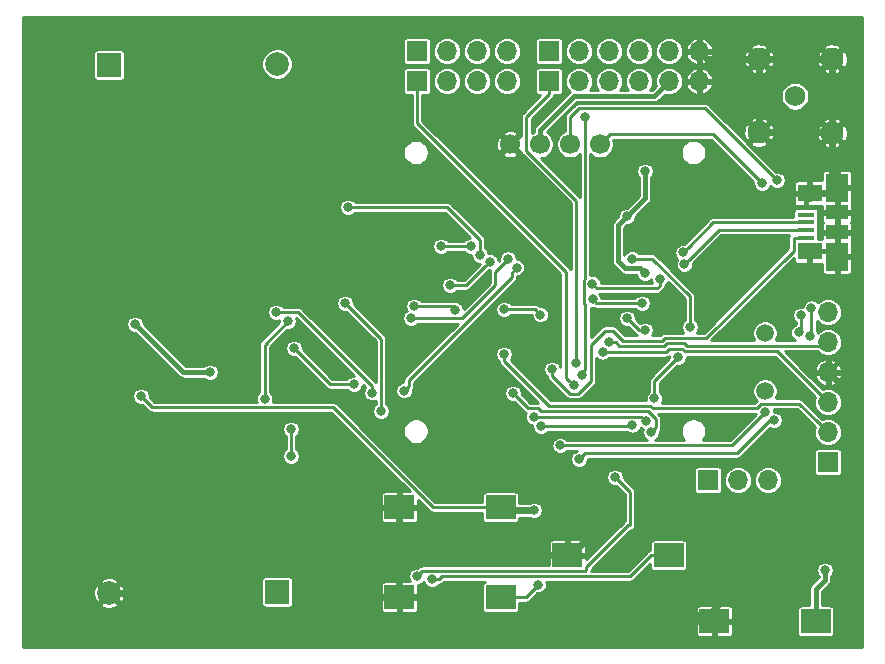
<source format=gtl>
G04 #@! TF.GenerationSoftware,KiCad,Pcbnew,(5.0.0)*
G04 #@! TF.CreationDate,2019-06-19T08:41:35+02:00*
G04 #@! TF.ProjectId,lcrmeter,6C63726D657465722E6B696361645F70,rev?*
G04 #@! TF.SameCoordinates,Original*
G04 #@! TF.FileFunction,Copper,L1,Top,Signal*
G04 #@! TF.FilePolarity,Positive*
%FSLAX46Y46*%
G04 Gerber Fmt 4.6, Leading zero omitted, Abs format (unit mm)*
G04 Created by KiCad (PCBNEW (5.0.0)) date 06/19/19 08:41:35*
%MOMM*%
%LPD*%
G01*
G04 APERTURE LIST*
G04 #@! TA.AperFunction,ComponentPad*
%ADD10C,1.750000*%
G04 #@! TD*
G04 #@! TA.AperFunction,ComponentPad*
%ADD11C,1.950000*%
G04 #@! TD*
G04 #@! TA.AperFunction,ComponentPad*
%ADD12C,2.000000*%
G04 #@! TD*
G04 #@! TA.AperFunction,ComponentPad*
%ADD13R,2.000000X2.000000*%
G04 #@! TD*
G04 #@! TA.AperFunction,ComponentPad*
%ADD14R,1.700000X1.700000*%
G04 #@! TD*
G04 #@! TA.AperFunction,ComponentPad*
%ADD15O,1.700000X1.700000*%
G04 #@! TD*
G04 #@! TA.AperFunction,SMDPad,CuDef*
%ADD16R,1.380000X0.450000*%
G04 #@! TD*
G04 #@! TA.AperFunction,SMDPad,CuDef*
%ADD17R,2.100000X1.475000*%
G04 #@! TD*
G04 #@! TA.AperFunction,SMDPad,CuDef*
%ADD18R,1.900000X2.375000*%
G04 #@! TD*
G04 #@! TA.AperFunction,SMDPad,CuDef*
%ADD19R,1.900000X1.175000*%
G04 #@! TD*
G04 #@! TA.AperFunction,SMDPad,CuDef*
%ADD20R,2.500000X2.000000*%
G04 #@! TD*
G04 #@! TA.AperFunction,ComponentPad*
%ADD21C,1.700000*%
G04 #@! TD*
G04 #@! TA.AperFunction,ComponentPad*
%ADD22C,1.500000*%
G04 #@! TD*
G04 #@! TA.AperFunction,ViaPad*
%ADD23C,0.800000*%
G04 #@! TD*
G04 #@! TA.AperFunction,Conductor*
%ADD24C,0.600000*%
G04 #@! TD*
G04 #@! TA.AperFunction,Conductor*
%ADD25C,0.400000*%
G04 #@! TD*
G04 #@! TA.AperFunction,Conductor*
%ADD26C,0.250000*%
G04 #@! TD*
G04 #@! TA.AperFunction,Conductor*
%ADD27C,0.254000*%
G04 #@! TD*
G04 APERTURE END LIST*
D10*
G04 #@! TO.P,J5,1*
G04 #@! TO.N,/OSCILLOSCOPE_IN*
X169926000Y-102362000D03*
D11*
G04 #@! TO.P,J5,2*
G04 #@! TO.N,GND*
X173076000Y-99212000D03*
X173076000Y-105462000D03*
X166876000Y-105412000D03*
X166876000Y-99212000D03*
G04 #@! TD*
D12*
G04 #@! TO.P,BT1,2*
G04 #@! TO.N,Net-(BT1-Pad2)*
X126078308Y-99635920D03*
D13*
G04 #@! TO.P,BT1,1*
G04 #@! TO.N,Net-(BT1-Pad1)*
X126078308Y-144335920D03*
G04 #@! TD*
G04 #@! TO.P,BT2,1*
G04 #@! TO.N,Net-(BT1-Pad2)*
X111854308Y-99735920D03*
D12*
G04 #@! TO.P,BT2,2*
G04 #@! TO.N,GND*
X111854308Y-144435920D03*
G04 #@! TD*
D14*
G04 #@! TO.P,J1,1*
G04 #@! TO.N,/ADC_2*
X137922000Y-101092000D03*
D15*
G04 #@! TO.P,J1,2*
X140462000Y-101092000D03*
G04 #@! TO.P,J1,3*
G04 #@! TO.N,+1V5*
X143002000Y-101092000D03*
G04 #@! TO.P,J1,4*
X145542000Y-101092000D03*
G04 #@! TD*
D14*
G04 #@! TO.P,J2,1*
G04 #@! TO.N,/ADC_2*
X137922000Y-98552000D03*
D15*
G04 #@! TO.P,J2,2*
X140462000Y-98552000D03*
G04 #@! TO.P,J2,3*
G04 #@! TO.N,+1V5*
X143002000Y-98552000D03*
G04 #@! TO.P,J2,4*
X145542000Y-98552000D03*
G04 #@! TD*
D14*
G04 #@! TO.P,J3,1*
G04 #@! TO.N,VCC*
X172720000Y-133350000D03*
D15*
G04 #@! TO.P,J3,2*
G04 #@! TO.N,Net-(J3-Pad2)*
X172720000Y-130810000D03*
G04 #@! TO.P,J3,3*
G04 #@! TO.N,Net-(J3-Pad3)*
X172720000Y-128270000D03*
G04 #@! TO.P,J3,4*
G04 #@! TO.N,GND*
X172720000Y-125730000D03*
G04 #@! TO.P,J3,5*
G04 #@! TO.N,/SWO*
X172720000Y-123190000D03*
G04 #@! TO.P,J3,6*
G04 #@! TO.N,/RST*
X172720000Y-120650000D03*
G04 #@! TD*
D16*
G04 #@! TO.P,J4,1*
G04 #@! TO.N,/VBUS*
X170822000Y-114330000D03*
G04 #@! TO.P,J4,2*
G04 #@! TO.N,Net-(J4-Pad2)*
X170822000Y-113680000D03*
G04 #@! TO.P,J4,3*
G04 #@! TO.N,Net-(J4-Pad3)*
X170822000Y-113030000D03*
G04 #@! TO.P,J4,4*
G04 #@! TO.N,Net-(J4-Pad4)*
X170822000Y-112380000D03*
G04 #@! TO.P,J4,5*
G04 #@! TO.N,GND*
X170822000Y-111730000D03*
D17*
G04 #@! TO.P,J4,6*
X171182000Y-115492500D03*
X171182000Y-110567500D03*
D18*
X173482000Y-115940000D03*
X173482000Y-110120000D03*
D19*
X173482000Y-113870000D03*
X173482000Y-112190000D03*
G04 #@! TD*
D14*
G04 #@! TO.P,J6,1*
G04 #@! TO.N,/PWM_OUT*
X149098000Y-101092000D03*
D15*
G04 #@! TO.P,J6,2*
G04 #@! TO.N,/8_MHz_OUT*
X151638000Y-101092000D03*
G04 #@! TO.P,J6,3*
G04 #@! TO.N,/OSCILLOSCOPE_IN*
X154178000Y-101092000D03*
G04 #@! TO.P,J6,4*
G04 #@! TO.N,+1V5*
X156718000Y-101092000D03*
G04 #@! TO.P,J6,5*
G04 #@! TO.N,VCC*
X159258000Y-101092000D03*
G04 #@! TO.P,J6,6*
G04 #@! TO.N,GND*
X161798000Y-101092000D03*
G04 #@! TD*
G04 #@! TO.P,J7,6*
G04 #@! TO.N,GND*
X161798000Y-98552000D03*
G04 #@! TO.P,J7,5*
G04 #@! TO.N,VCC*
X159258000Y-98552000D03*
G04 #@! TO.P,J7,4*
G04 #@! TO.N,+1V5*
X156718000Y-98552000D03*
G04 #@! TO.P,J7,3*
G04 #@! TO.N,/OSCILLOSCOPE_IN*
X154178000Y-98552000D03*
G04 #@! TO.P,J7,2*
G04 #@! TO.N,/8_MHz_OUT*
X151638000Y-98552000D03*
D14*
G04 #@! TO.P,J7,1*
G04 #@! TO.N,/PWM_OUT*
X149098000Y-98552000D03*
G04 #@! TD*
D20*
G04 #@! TO.P,SW2,2*
G04 #@! TO.N,Net-(R12-Pad2)*
X144996000Y-137160000D03*
G04 #@! TO.P,SW2,1*
G04 #@! TO.N,GND*
X136436000Y-137160000D03*
G04 #@! TD*
G04 #@! TO.P,SW3,1*
G04 #@! TO.N,GND*
X136436000Y-144780000D03*
G04 #@! TO.P,SW3,2*
G04 #@! TO.N,Net-(R13-Pad2)*
X144996000Y-144780000D03*
G04 #@! TD*
G04 #@! TO.P,SW4,2*
G04 #@! TO.N,Net-(R10-Pad2)*
X159220000Y-141224000D03*
G04 #@! TO.P,SW4,1*
G04 #@! TO.N,GND*
X150660000Y-141224000D03*
G04 #@! TD*
G04 #@! TO.P,SW5,1*
G04 #@! TO.N,GND*
X163106000Y-146812000D03*
G04 #@! TO.P,SW5,2*
G04 #@! TO.N,Net-(R11-Pad2)*
X171666000Y-146812000D03*
G04 #@! TD*
D21*
G04 #@! TO.P,U3,1*
G04 #@! TO.N,Net-(U2-Pad22)*
X153416000Y-106426000D03*
G04 #@! TO.P,U3,2*
G04 #@! TO.N,Net-(U2-Pad21)*
X150876000Y-106426000D03*
G04 #@! TO.P,U3,3*
G04 #@! TO.N,VCC*
X148336000Y-106426000D03*
G04 #@! TO.P,U3,4*
G04 #@! TO.N,GND*
X145796000Y-106426000D03*
G04 #@! TD*
D22*
G04 #@! TO.P,Y1,1*
G04 #@! TO.N,Net-(C2-Pad1)*
X167386000Y-122428000D03*
G04 #@! TO.P,Y1,2*
G04 #@! TO.N,Net-(C1-Pad1)*
X167386000Y-127308000D03*
G04 #@! TD*
D14*
G04 #@! TO.P,SW1,1*
G04 #@! TO.N,Net-(SW1-Pad1)*
X162560000Y-134874000D03*
D15*
G04 #@! TO.P,SW1,2*
G04 #@! TO.N,Net-(BT1-Pad1)*
X165100000Y-134874000D03*
G04 #@! TO.P,SW1,3*
G04 #@! TO.N,VCC*
X167640000Y-134874000D03*
G04 #@! TD*
D23*
G04 #@! TO.N,GND*
X162301340Y-121915340D03*
X137414000Y-140716000D03*
X170434000Y-137160000D03*
X155194000Y-136398000D03*
X142494000Y-123952000D03*
X158750000Y-111506000D03*
X164338000Y-143002000D03*
X147801842Y-117015902D03*
X159103223Y-116189869D03*
X163322000Y-131064000D03*
X159512000Y-119888000D03*
X149352000Y-127762000D03*
X130048000Y-138684000D03*
X143510000Y-133350000D03*
X153924000Y-112522000D03*
X144526000Y-114300000D03*
X136652000Y-123952000D03*
X166116000Y-125730000D03*
G04 #@! TO.N,VCC*
X157226000Y-122174000D03*
X155702000Y-121158000D03*
X137668000Y-120142000D03*
X114046000Y-121666000D03*
X120396000Y-125730000D03*
X157226000Y-108712000D03*
X155702000Y-112522000D03*
X141132681Y-120432990D03*
X157226000Y-117348000D03*
G04 #@! TO.N,VDDA*
X161036000Y-121920000D03*
X160020000Y-124460000D03*
X158024574Y-127951632D03*
X156131035Y-116127575D03*
G04 #@! TO.N,Net-(C13-Pad1)*
X127000000Y-121412000D03*
X125026135Y-127957865D03*
G04 #@! TO.N,/PWM_OUT*
X151384000Y-124968000D03*
G04 #@! TO.N,/ADC_2*
X151183948Y-126840979D03*
G04 #@! TO.N,/8_MHz_OUT*
X152146000Y-104140000D03*
X151892000Y-125984000D03*
G04 #@! TO.N,Net-(J3-Pad2)*
X145288000Y-124206000D03*
G04 #@! TO.N,Net-(J3-Pad3)*
X153635979Y-124030379D03*
G04 #@! TO.N,/SWO*
X154178000Y-123190000D03*
G04 #@! TO.N,/VBUS*
X149352000Y-125476000D03*
G04 #@! TO.N,Net-(J4-Pad2)*
X156972000Y-119888000D03*
X152788376Y-119562305D03*
X146351830Y-116875689D03*
X160551526Y-116587618D03*
X136832071Y-127300000D03*
G04 #@! TO.N,Net-(J4-Pad3)*
X137414000Y-121158000D03*
X160446029Y-115589353D03*
X152776340Y-118241660D03*
X145625910Y-116152610D03*
X158479545Y-117825448D03*
G04 #@! TO.N,Net-(R10-Pad2)*
X139192000Y-143274011D03*
G04 #@! TO.N,Net-(R11-Pad2)*
X172466000Y-142494000D03*
G04 #@! TO.N,Net-(R12-Pad2)*
X147828000Y-137414000D03*
X114554000Y-127762000D03*
G04 #@! TO.N,/I2C_SCL*
X140716000Y-118364000D03*
X144088843Y-116377530D03*
G04 #@! TO.N,/I2C_SDA*
X142494000Y-115062000D03*
X139954000Y-115062000D03*
G04 #@! TO.N,Net-(R13-Pad2)*
X148195714Y-143724022D03*
G04 #@! TO.N,/USB_EN*
X145288000Y-120396000D03*
X148353262Y-120867010D03*
G04 #@! TO.N,/LATCH*
X143256000Y-115824000D03*
X132080000Y-111760000D03*
G04 #@! TO.N,/BUTTON_OK*
X125984000Y-120650000D03*
X147805426Y-129510796D03*
X157310505Y-129887824D03*
X134107340Y-127471010D03*
G04 #@! TO.N,/BUTTON_BACK*
X148416998Y-130302000D03*
X134874000Y-129032000D03*
X131826000Y-119888000D03*
X156159386Y-130207021D03*
G04 #@! TO.N,/BUTTON_-*
X157734000Y-130810000D03*
X146050000Y-127508000D03*
X132588000Y-126746000D03*
X127508000Y-123698000D03*
G04 #@! TO.N,/BUTTON_+*
X154686000Y-134620000D03*
X137922000Y-143002000D03*
X127254000Y-132842000D03*
X127254000Y-130556000D03*
G04 #@! TO.N,Net-(U2-Pad21)*
X168402000Y-109474000D03*
X171313291Y-120298323D03*
X171196000Y-122682000D03*
X168148011Y-129794010D03*
X151638000Y-133096000D03*
G04 #@! TO.N,Net-(U2-Pad22)*
X167132000Y-109728000D03*
X170434000Y-120904000D03*
X170247305Y-122365769D03*
X167420393Y-129108011D03*
X150033921Y-131929133D03*
G04 #@! TD*
D24*
G04 #@! TO.N,GND*
X173076000Y-105462000D02*
X173076000Y-99212000D01*
X173076000Y-99212000D02*
X166876000Y-99212000D01*
X173026000Y-105412000D02*
X173076000Y-105462000D01*
X166876000Y-105412000D02*
X173026000Y-105412000D01*
X166876000Y-104033142D02*
X166876000Y-99212000D01*
X166876000Y-105412000D02*
X166876000Y-104033142D01*
X162458000Y-99212000D02*
X161798000Y-98552000D01*
X166876000Y-99212000D02*
X162458000Y-99212000D01*
X173076000Y-109714000D02*
X173482000Y-110120000D01*
X173076000Y-105462000D02*
X173076000Y-109714000D01*
X173034500Y-110567500D02*
X173482000Y-110120000D01*
X171182000Y-110567500D02*
X173034500Y-110567500D01*
D25*
X173482000Y-110120000D02*
X173482000Y-112190000D01*
X173482000Y-112190000D02*
X173482000Y-113870000D01*
X173482000Y-113870000D02*
X173482000Y-115940000D01*
X173034500Y-115492500D02*
X173482000Y-115940000D01*
X171182000Y-115492500D02*
X173034500Y-115492500D01*
X170822000Y-110927500D02*
X171182000Y-110567500D01*
X170822000Y-111730000D02*
X170822000Y-110927500D01*
D24*
X134586000Y-144780000D02*
X136436000Y-144780000D01*
X133530079Y-145835921D02*
X134586000Y-144780000D01*
X114668522Y-145835921D02*
X133530079Y-145835921D01*
X113268521Y-144435920D02*
X114668522Y-145835921D01*
X111854308Y-144435920D02*
X113268521Y-144435920D01*
X162549999Y-146280001D02*
X163796000Y-145034000D01*
X139786001Y-146280001D02*
X162549999Y-146280001D01*
X138286000Y-144780000D02*
X139786001Y-146280001D01*
X136436000Y-144780000D02*
X138286000Y-144780000D01*
X136436000Y-137160000D02*
X136436000Y-138760000D01*
X136436000Y-138760000D02*
X136436000Y-140716000D01*
X136436000Y-140716000D02*
X136436000Y-144780000D01*
X136436000Y-140716000D02*
X137414000Y-140716000D01*
X173569999Y-126579999D02*
X172720000Y-125730000D01*
X174070001Y-127080001D02*
X173569999Y-126579999D01*
X174070001Y-135009999D02*
X174070001Y-127080001D01*
X171488000Y-137160000D02*
X171704000Y-137376000D01*
X170434000Y-137160000D02*
X171488000Y-137160000D01*
X165646000Y-143434000D02*
X171704000Y-137376000D01*
X171704000Y-137376000D02*
X174070001Y-135009999D01*
X155194000Y-136940000D02*
X155194000Y-136398000D01*
X150660000Y-141224000D02*
X150910000Y-141224000D01*
X150910000Y-141224000D02*
X155194000Y-136940000D01*
D25*
X165214000Y-143002000D02*
X165646000Y-143434000D01*
X164338000Y-143002000D02*
X165214000Y-143002000D01*
X147133883Y-117415901D02*
X147401843Y-117415901D01*
X142494000Y-122055784D02*
X147133883Y-117415901D01*
X142494000Y-123952000D02*
X142494000Y-122055784D01*
X147401843Y-117415901D02*
X147801842Y-117015902D01*
X173569999Y-124880001D02*
X172720000Y-125730000D01*
X173970001Y-124479999D02*
X173569999Y-124880001D01*
X173970001Y-118015501D02*
X173970001Y-124479999D01*
X173482000Y-117527500D02*
X173970001Y-118015501D01*
X173482000Y-115940000D02*
X173482000Y-117527500D01*
X164159907Y-110567500D02*
X159103223Y-115624184D01*
X171182000Y-110567500D02*
X164159907Y-110567500D01*
X158750000Y-111506000D02*
X158750000Y-115836646D01*
X158750000Y-115836646D02*
X159103223Y-116189869D01*
X159103223Y-115624184D02*
X159103223Y-116189869D01*
X142494000Y-123952000D02*
X142494000Y-125573216D01*
X142494000Y-125573216D02*
X153318784Y-136398000D01*
X153318784Y-136398000D02*
X154628315Y-136398000D01*
X154628315Y-136398000D02*
X155194000Y-136398000D01*
D24*
X136436000Y-143180000D02*
X136436000Y-144780000D01*
X138291994Y-141224000D02*
X136436000Y-143079994D01*
X136436000Y-143079994D02*
X136436000Y-143180000D01*
X150660000Y-141224000D02*
X138291994Y-141224000D01*
X164046000Y-145034000D02*
X165646000Y-143434000D01*
X163796000Y-145034000D02*
X164046000Y-145034000D01*
D25*
X162301340Y-119831762D02*
X159503222Y-117033644D01*
X162301340Y-121915340D02*
X162301340Y-119831762D01*
X159503222Y-116589868D02*
X159103223Y-116189869D01*
X159503222Y-117033644D02*
X159503222Y-116589868D01*
D26*
X142893999Y-123552001D02*
X144417999Y-123552001D01*
X142494000Y-123952000D02*
X142893999Y-123552001D01*
X144417999Y-123552001D02*
X145034000Y-122936000D01*
X145034000Y-122936000D02*
X145279802Y-122936000D01*
X145279802Y-122936000D02*
X149352000Y-127008198D01*
X149352000Y-127008198D02*
X149352000Y-127762000D01*
X149352000Y-127762000D02*
X149352000Y-127762000D01*
X149352000Y-127762000D02*
X149917685Y-127762000D01*
X149917685Y-127762000D02*
X150171685Y-128016000D01*
X150171685Y-128016000D02*
X153924000Y-128016000D01*
X153924000Y-128016000D02*
X154432000Y-127508000D01*
G04 #@! TO.N,VCC*
X157226000Y-122174000D02*
X156718000Y-122174000D01*
X156718000Y-122174000D02*
X155702000Y-121158000D01*
D25*
X114046000Y-121666000D02*
X118110000Y-125730000D01*
X118110000Y-125730000D02*
X120396000Y-125730000D01*
X157226000Y-108712000D02*
X157226000Y-110998000D01*
X157226000Y-110998000D02*
X155702000Y-112522000D01*
D26*
X140841691Y-120142000D02*
X141132681Y-120432990D01*
X137668000Y-120142000D02*
X140841691Y-120142000D01*
D25*
X159258000Y-101092000D02*
X158007999Y-102342001D01*
X158007999Y-102342001D02*
X151217918Y-102342001D01*
X148336000Y-105223919D02*
X148336000Y-106426000D01*
X151217918Y-102342001D02*
X148336000Y-105223919D01*
X156826001Y-116948001D02*
X155556001Y-116948001D01*
X157226000Y-117348000D02*
X156826001Y-116948001D01*
X155556001Y-116948001D02*
X154940000Y-116332000D01*
X154940000Y-113284000D02*
X155702000Y-112522000D01*
X154940000Y-116332000D02*
X154940000Y-113284000D01*
D26*
G04 #@! TO.N,VDDA*
X158024574Y-126455426D02*
X158024574Y-127385947D01*
X158024574Y-127385947D02*
X158024574Y-127951632D01*
X160020000Y-124460000D02*
X158024574Y-126455426D01*
X161036000Y-121920000D02*
X161036000Y-119308899D01*
X156696720Y-116127575D02*
X156131035Y-116127575D01*
X161036000Y-119308899D02*
X157854676Y-116127575D01*
X157854676Y-116127575D02*
X156696720Y-116127575D01*
G04 #@! TO.N,Net-(C13-Pad1)*
X125026135Y-123385865D02*
X125026135Y-127957865D01*
X127000000Y-121412000D02*
X125026135Y-123385865D01*
G04 #@! TO.N,/PWM_OUT*
X149098000Y-102192000D02*
X149098000Y-101092000D01*
X147160999Y-106990001D02*
X147160999Y-104129001D01*
X151384000Y-124968000D02*
X151384000Y-111213002D01*
X147160999Y-104129001D02*
X149098000Y-102192000D01*
X151384000Y-111213002D02*
X147160999Y-106990001D01*
G04 #@! TO.N,/ADC_2*
X150783949Y-126440980D02*
X151183948Y-126840979D01*
X150524760Y-126181791D02*
X150783949Y-126440980D01*
X150524760Y-117250760D02*
X150524760Y-126181791D01*
X137922000Y-104648000D02*
X150524760Y-117250760D01*
X137922000Y-101092000D02*
X137922000Y-104648000D01*
G04 #@! TO.N,/8_MHz_OUT*
X152146000Y-117798998D02*
X152146000Y-104140000D01*
X152146000Y-125476000D02*
X152174320Y-125362943D01*
X151892000Y-125984000D02*
X152146000Y-125476000D01*
X152174320Y-125362943D02*
X152174320Y-120021251D01*
X152174320Y-120021251D02*
X152051339Y-119898270D01*
X152051339Y-119898270D02*
X152051339Y-117893659D01*
X152051339Y-117893659D02*
X152146000Y-117798998D01*
G04 #@! TO.N,Net-(J3-Pad2)*
X145288000Y-124206000D02*
X145288000Y-124771685D01*
X149098306Y-128581991D02*
X157666401Y-128581991D01*
X170293001Y-128383001D02*
X171870001Y-129960001D01*
X171870001Y-129960001D02*
X172720000Y-130810000D01*
X167071773Y-128383001D02*
X170293001Y-128383001D01*
X166676774Y-128778000D02*
X167071773Y-128383001D01*
X157666401Y-128581991D02*
X157862410Y-128778000D01*
X145288000Y-124771685D02*
X149098306Y-128581991D01*
X157862410Y-128778000D02*
X166676774Y-128778000D01*
G04 #@! TO.N,Net-(J3-Pad3)*
X168407756Y-123957756D02*
X160590758Y-123957756D01*
X172720000Y-128270000D02*
X168407756Y-123957756D01*
X158967986Y-124030379D02*
X154201664Y-124030379D01*
X159263366Y-123734999D02*
X158967986Y-124030379D01*
X160368001Y-123734999D02*
X159263366Y-123734999D01*
X154201664Y-124030379D02*
X153635979Y-124030379D01*
X160590758Y-123957756D02*
X160368001Y-123734999D01*
G04 #@! TO.N,/SWO*
X172720000Y-123190000D02*
X172406999Y-123503001D01*
X155056686Y-123503001D02*
X154743685Y-123190000D01*
X172406999Y-123503001D02*
X160772414Y-123503001D01*
X159076970Y-123284988D02*
X158858957Y-123503001D01*
X158858957Y-123503001D02*
X155056686Y-123503001D01*
X154743685Y-123190000D02*
X154178000Y-123190000D01*
X160772414Y-123503001D02*
X160554401Y-123284988D01*
X160554401Y-123284988D02*
X159076970Y-123284988D01*
G04 #@! TO.N,/VBUS*
X169882000Y-114330000D02*
X170822000Y-114330000D01*
X152654000Y-123386996D02*
X153829998Y-122210998D01*
X153829998Y-122210998D02*
X154526002Y-122210998D01*
X151580011Y-127565989D02*
X152654000Y-126492000D01*
X154526002Y-122210998D02*
X155367994Y-123052990D01*
X169806999Y-114405001D02*
X169882000Y-114330000D01*
X162407023Y-122834977D02*
X169806999Y-115435001D01*
X158672557Y-123052990D02*
X158890570Y-122834977D01*
X155367994Y-123052990D02*
X158672557Y-123052990D01*
X150876304Y-127565989D02*
X151580011Y-127565989D01*
X149352000Y-126041685D02*
X150876304Y-127565989D01*
X149352000Y-125476000D02*
X149352000Y-126041685D01*
X169806999Y-115435001D02*
X169806999Y-114405001D01*
X158890570Y-122834977D02*
X162407023Y-122834977D01*
X152654000Y-126492000D02*
X152654000Y-123386996D01*
G04 #@! TO.N,Net-(J4-Pad2)*
X156972000Y-119888000D02*
X153114071Y-119888000D01*
X153114071Y-119888000D02*
X152788376Y-119562305D01*
X170822000Y-113680000D02*
X163459144Y-113680000D01*
X160951525Y-116187619D02*
X160551526Y-116587618D01*
X163459144Y-113680000D02*
X160951525Y-116187619D01*
X137232070Y-126419930D02*
X137232070Y-126900001D01*
X145951831Y-117700169D02*
X137232070Y-126419930D01*
X137232070Y-126900001D02*
X136832071Y-127300000D01*
X145951831Y-117275688D02*
X145951831Y-117700169D01*
X146351830Y-116875689D02*
X145951831Y-117275688D01*
G04 #@! TO.N,Net-(J4-Pad3)*
X160846028Y-115189354D02*
X160446029Y-115589353D01*
X163005382Y-113030000D02*
X160846028Y-115189354D01*
X170822000Y-113030000D02*
X163005382Y-113030000D01*
X141732000Y-121158000D02*
X144562999Y-118327001D01*
X137414000Y-121158000D02*
X141732000Y-121158000D01*
X144562999Y-118327001D02*
X144562999Y-117215521D01*
X144562999Y-117215521D02*
X145225911Y-116552609D01*
X145225911Y-116552609D02*
X145625910Y-116152610D01*
X152776340Y-118241660D02*
X153176339Y-118641659D01*
X158479545Y-118391133D02*
X158479545Y-117825448D01*
X158229019Y-118641659D02*
X158479545Y-118391133D01*
X153176339Y-118641659D02*
X158229019Y-118641659D01*
G04 #@! TO.N,Net-(R10-Pad2)*
X140032684Y-142999012D02*
X139757685Y-143274011D01*
X155944988Y-142999012D02*
X140032684Y-142999012D01*
X159220000Y-141224000D02*
X157720000Y-141224000D01*
X157720000Y-141224000D02*
X155944988Y-142999012D01*
X139757685Y-143274011D02*
X139192000Y-143274011D01*
D25*
G04 #@! TO.N,Net-(R11-Pad2)*
X172466000Y-142494000D02*
X172466000Y-143294000D01*
X171666000Y-144094000D02*
X171666000Y-146812000D01*
X172466000Y-143294000D02*
X171666000Y-144094000D01*
D24*
G04 #@! TO.N,Net-(R12-Pad2)*
X145250000Y-137414000D02*
X144996000Y-137160000D01*
X147828000Y-137414000D02*
X145250000Y-137414000D01*
D26*
X115474867Y-128682867D02*
X130793869Y-128682867D01*
X143496000Y-137160000D02*
X144996000Y-137160000D01*
X114554000Y-127762000D02*
X115474867Y-128682867D01*
X130793869Y-128682867D02*
X139271002Y-137160000D01*
X139271002Y-137160000D02*
X143496000Y-137160000D01*
G04 #@! TO.N,/I2C_SCL*
X142102373Y-118364000D02*
X143688844Y-116777529D01*
X140716000Y-118364000D02*
X142102373Y-118364000D01*
X143688844Y-116777529D02*
X144088843Y-116377530D01*
G04 #@! TO.N,/I2C_SDA*
X142494000Y-115062000D02*
X139954000Y-115062000D01*
G04 #@! TO.N,Net-(R13-Pad2)*
X144996000Y-144780000D02*
X147139736Y-144780000D01*
X147139736Y-144780000D02*
X147795715Y-144124021D01*
X147795715Y-144124021D02*
X148195714Y-143724022D01*
G04 #@! TO.N,/USB_EN*
X147953263Y-120467011D02*
X148353262Y-120867010D01*
X147882252Y-120396000D02*
X147953263Y-120467011D01*
X145288000Y-120396000D02*
X147882252Y-120396000D01*
G04 #@! TO.N,/LATCH*
X143256000Y-115824000D02*
X143256000Y-114554000D01*
X143256000Y-114554000D02*
X140462000Y-111760000D01*
X140462000Y-111760000D02*
X132080000Y-111760000D01*
G04 #@! TO.N,/BUTTON_OK*
X148371111Y-129510796D02*
X148399896Y-129482011D01*
X148399896Y-129482011D02*
X156904692Y-129482011D01*
X147805426Y-129510796D02*
X148371111Y-129510796D01*
X156904692Y-129482011D02*
X156910506Y-129487825D01*
X156910506Y-129487825D02*
X157310505Y-129887824D01*
X125984000Y-120650000D02*
X127852015Y-120650000D01*
X134107340Y-126905325D02*
X134107340Y-127471010D01*
X127852015Y-120650000D02*
X134107340Y-126905325D01*
G04 #@! TO.N,/BUTTON_BACK*
X134874000Y-129032000D02*
X134874000Y-123444000D01*
X134874000Y-123444000D02*
X134874000Y-122936000D01*
X134874000Y-122936000D02*
X131826000Y-119888000D01*
X156064407Y-130302000D02*
X156159386Y-130207021D01*
X148416998Y-130302000D02*
X156064407Y-130302000D01*
G04 #@! TO.N,/BUTTON_-*
X157734000Y-130810000D02*
X158133999Y-130410001D01*
X158133999Y-130410001D02*
X158133999Y-129685999D01*
X158133999Y-129685999D02*
X157480000Y-129032000D01*
X148153427Y-128785795D02*
X147327795Y-128785795D01*
X157480000Y-129032000D02*
X148399632Y-129032000D01*
X148399632Y-129032000D02*
X148153427Y-128785795D01*
X147327795Y-128785795D02*
X146050000Y-127508000D01*
X130556000Y-126746000D02*
X127508000Y-123698000D01*
X132588000Y-126746000D02*
X130556000Y-126746000D01*
G04 #@! TO.N,/BUTTON_+*
X154686000Y-134620000D02*
X155956000Y-135890000D01*
X155956000Y-135890000D02*
X155956000Y-138684000D01*
X152170001Y-142549001D02*
X140263001Y-142549001D01*
X152235001Y-142484001D02*
X152170001Y-142549001D01*
X152235001Y-142240000D02*
X152235001Y-142484001D01*
X155791001Y-138684000D02*
X152235001Y-142240000D01*
X155956000Y-138684000D02*
X155791001Y-138684000D01*
X138374999Y-142549001D02*
X137922000Y-143002000D01*
X140263001Y-142549001D02*
X138374999Y-142549001D01*
X127254000Y-132842000D02*
X127254000Y-130556000D01*
G04 #@! TO.N,Net-(U2-Pad21)*
X150876000Y-106426000D02*
X150876000Y-104394000D01*
X150876000Y-104394000D02*
X150876000Y-104140000D01*
X150876000Y-104140000D02*
X151638000Y-103378000D01*
X151638000Y-103378000D02*
X162306000Y-103378000D01*
X162306000Y-103378000D02*
X168402000Y-109474000D01*
X171313291Y-122564709D02*
X171196000Y-122682000D01*
X171313291Y-120298323D02*
X171313291Y-122564709D01*
X167805959Y-129794010D02*
X165011969Y-132588000D01*
X168148011Y-129794010D02*
X167805959Y-129794010D01*
X152146000Y-132588000D02*
X151638000Y-133096000D01*
X165011969Y-132588000D02*
X152146000Y-132588000D01*
G04 #@! TO.N,Net-(U2-Pad22)*
X162980001Y-105576001D02*
X167132000Y-109728000D01*
X153416000Y-106426000D02*
X154265999Y-105576001D01*
X154265999Y-105576001D02*
X162980001Y-105576001D01*
X170434000Y-122179074D02*
X170247305Y-122365769D01*
X170434000Y-120904000D02*
X170434000Y-122179074D01*
X164599271Y-131929133D02*
X150599606Y-131929133D01*
X167420393Y-129108011D02*
X164599271Y-131929133D01*
X150599606Y-131929133D02*
X150033921Y-131929133D01*
G04 #@! TD*
D27*
G04 #@! TO.N,GND*
G36*
X175637000Y-148967000D02*
X104525000Y-148967000D01*
X104525000Y-147022750D01*
X161521000Y-147022750D01*
X161521000Y-147844994D01*
X161533874Y-147909716D01*
X161559127Y-147970682D01*
X161595788Y-148025550D01*
X161642450Y-148072211D01*
X161697318Y-148108873D01*
X161758284Y-148134126D01*
X161823005Y-148147000D01*
X162895250Y-148147000D01*
X162979000Y-148063250D01*
X162979000Y-146939000D01*
X163233000Y-146939000D01*
X163233000Y-148063250D01*
X163316750Y-148147000D01*
X164388995Y-148147000D01*
X164453716Y-148134126D01*
X164514682Y-148108873D01*
X164569550Y-148072211D01*
X164616212Y-148025550D01*
X164652873Y-147970682D01*
X164678126Y-147909716D01*
X164691000Y-147844994D01*
X164691000Y-147022750D01*
X164607250Y-146939000D01*
X163233000Y-146939000D01*
X162979000Y-146939000D01*
X161604750Y-146939000D01*
X161521000Y-147022750D01*
X104525000Y-147022750D01*
X104525000Y-145410512D01*
X111059321Y-145410512D01*
X111172105Y-145590957D01*
X111410550Y-145701854D01*
X111666048Y-145764103D01*
X111928781Y-145775310D01*
X112188652Y-145735045D01*
X112435674Y-145644855D01*
X112536511Y-145590957D01*
X112649295Y-145410512D01*
X111854308Y-144615525D01*
X111059321Y-145410512D01*
X104525000Y-145410512D01*
X104525000Y-144510393D01*
X110514918Y-144510393D01*
X110555183Y-144770264D01*
X110645373Y-145017286D01*
X110699271Y-145118123D01*
X110879716Y-145230907D01*
X111674703Y-144435920D01*
X112033913Y-144435920D01*
X112828900Y-145230907D01*
X113009345Y-145118123D01*
X113120242Y-144879678D01*
X113182491Y-144624180D01*
X113193698Y-144361447D01*
X113153433Y-144101576D01*
X113063243Y-143854554D01*
X113009345Y-143753717D01*
X112828900Y-143640933D01*
X112033913Y-144435920D01*
X111674703Y-144435920D01*
X110879716Y-143640933D01*
X110699271Y-143753717D01*
X110588374Y-143992162D01*
X110526125Y-144247660D01*
X110514918Y-144510393D01*
X104525000Y-144510393D01*
X104525000Y-143461328D01*
X111059321Y-143461328D01*
X111854308Y-144256315D01*
X112649295Y-143461328D01*
X112570911Y-143335920D01*
X124741688Y-143335920D01*
X124741688Y-145335920D01*
X124748156Y-145401591D01*
X124767312Y-145464739D01*
X124798419Y-145522936D01*
X124840282Y-145573946D01*
X124891292Y-145615809D01*
X124949489Y-145646916D01*
X125012637Y-145666072D01*
X125078308Y-145672540D01*
X127078308Y-145672540D01*
X127143979Y-145666072D01*
X127207127Y-145646916D01*
X127265324Y-145615809D01*
X127316334Y-145573946D01*
X127358197Y-145522936D01*
X127389304Y-145464739D01*
X127408460Y-145401591D01*
X127414928Y-145335920D01*
X127414928Y-144990750D01*
X134851000Y-144990750D01*
X134851000Y-145812994D01*
X134863874Y-145877716D01*
X134889127Y-145938682D01*
X134925788Y-145993550D01*
X134972450Y-146040211D01*
X135027318Y-146076873D01*
X135088284Y-146102126D01*
X135153005Y-146115000D01*
X136225250Y-146115000D01*
X136309000Y-146031250D01*
X136309000Y-144907000D01*
X136563000Y-144907000D01*
X136563000Y-146031250D01*
X136646750Y-146115000D01*
X137718995Y-146115000D01*
X137783716Y-146102126D01*
X137844682Y-146076873D01*
X137899550Y-146040211D01*
X137946212Y-145993550D01*
X137982873Y-145938682D01*
X138008126Y-145877716D01*
X138021000Y-145812994D01*
X138021000Y-144990750D01*
X137937250Y-144907000D01*
X136563000Y-144907000D01*
X136309000Y-144907000D01*
X134934750Y-144907000D01*
X134851000Y-144990750D01*
X127414928Y-144990750D01*
X127414928Y-143747006D01*
X134851000Y-143747006D01*
X134851000Y-144569250D01*
X134934750Y-144653000D01*
X136309000Y-144653000D01*
X136309000Y-143528750D01*
X136563000Y-143528750D01*
X136563000Y-144653000D01*
X137937250Y-144653000D01*
X138021000Y-144569250D01*
X138021000Y-143747006D01*
X138018073Y-143732289D01*
X138136391Y-143708754D01*
X138270153Y-143653348D01*
X138390535Y-143572912D01*
X138483554Y-143479893D01*
X138485246Y-143488402D01*
X138540652Y-143622164D01*
X138621088Y-143742546D01*
X138723465Y-143844923D01*
X138843847Y-143925359D01*
X138977609Y-143980765D01*
X139119609Y-144009011D01*
X139264391Y-144009011D01*
X139406391Y-143980765D01*
X139540153Y-143925359D01*
X139660535Y-143844923D01*
X139762912Y-143742546D01*
X139767794Y-143735239D01*
X139780267Y-143734011D01*
X139780275Y-143734011D01*
X139847861Y-143727354D01*
X139934571Y-143701051D01*
X140014483Y-143658337D01*
X140084527Y-143600853D01*
X140098930Y-143583303D01*
X140223221Y-143459012D01*
X143650120Y-143459012D01*
X143617181Y-143469004D01*
X143558984Y-143500111D01*
X143507974Y-143541974D01*
X143466111Y-143592984D01*
X143435004Y-143651181D01*
X143415848Y-143714329D01*
X143409380Y-143780000D01*
X143409380Y-145780000D01*
X143415848Y-145845671D01*
X143435004Y-145908819D01*
X143466111Y-145967016D01*
X143507974Y-146018026D01*
X143558984Y-146059889D01*
X143617181Y-146090996D01*
X143680329Y-146110152D01*
X143746000Y-146116620D01*
X146246000Y-146116620D01*
X146311671Y-146110152D01*
X146374819Y-146090996D01*
X146433016Y-146059889D01*
X146484026Y-146018026D01*
X146525889Y-145967016D01*
X146556996Y-145908819D01*
X146576152Y-145845671D01*
X146582620Y-145780000D01*
X146582620Y-145779006D01*
X161521000Y-145779006D01*
X161521000Y-146601250D01*
X161604750Y-146685000D01*
X162979000Y-146685000D01*
X162979000Y-145560750D01*
X163233000Y-145560750D01*
X163233000Y-146685000D01*
X164607250Y-146685000D01*
X164691000Y-146601250D01*
X164691000Y-145812000D01*
X170079380Y-145812000D01*
X170079380Y-147812000D01*
X170085848Y-147877671D01*
X170105004Y-147940819D01*
X170136111Y-147999016D01*
X170177974Y-148050026D01*
X170228984Y-148091889D01*
X170287181Y-148122996D01*
X170350329Y-148142152D01*
X170416000Y-148148620D01*
X172916000Y-148148620D01*
X172981671Y-148142152D01*
X173044819Y-148122996D01*
X173103016Y-148091889D01*
X173154026Y-148050026D01*
X173195889Y-147999016D01*
X173226996Y-147940819D01*
X173246152Y-147877671D01*
X173252620Y-147812000D01*
X173252620Y-145812000D01*
X173246152Y-145746329D01*
X173226996Y-145683181D01*
X173195889Y-145624984D01*
X173154026Y-145573974D01*
X173103016Y-145532111D01*
X173044819Y-145501004D01*
X172981671Y-145481848D01*
X172916000Y-145475380D01*
X172201000Y-145475380D01*
X172201000Y-144315603D01*
X172825721Y-143690883D01*
X172846132Y-143674132D01*
X172912988Y-143592668D01*
X172962667Y-143499726D01*
X172993258Y-143398878D01*
X173001000Y-143320275D01*
X173001000Y-143320268D01*
X173003587Y-143294000D01*
X173001000Y-143267732D01*
X173001000Y-142998447D01*
X173036912Y-142962535D01*
X173117348Y-142842153D01*
X173172754Y-142708391D01*
X173201000Y-142566391D01*
X173201000Y-142421609D01*
X173172754Y-142279609D01*
X173117348Y-142145847D01*
X173036912Y-142025465D01*
X172934535Y-141923088D01*
X172814153Y-141842652D01*
X172680391Y-141787246D01*
X172538391Y-141759000D01*
X172393609Y-141759000D01*
X172251609Y-141787246D01*
X172117847Y-141842652D01*
X171997465Y-141923088D01*
X171895088Y-142025465D01*
X171814652Y-142145847D01*
X171759246Y-142279609D01*
X171731000Y-142421609D01*
X171731000Y-142566391D01*
X171759246Y-142708391D01*
X171814652Y-142842153D01*
X171895088Y-142962535D01*
X171931000Y-142998447D01*
X171931000Y-143072396D01*
X171306284Y-143697113D01*
X171285868Y-143713868D01*
X171219012Y-143795332D01*
X171169333Y-143888275D01*
X171158084Y-143925359D01*
X171141261Y-143980820D01*
X171138742Y-143989123D01*
X171131000Y-144067726D01*
X171131000Y-144067732D01*
X171128413Y-144094000D01*
X171131000Y-144120268D01*
X171131001Y-145475380D01*
X170416000Y-145475380D01*
X170350329Y-145481848D01*
X170287181Y-145501004D01*
X170228984Y-145532111D01*
X170177974Y-145573974D01*
X170136111Y-145624984D01*
X170105004Y-145683181D01*
X170085848Y-145746329D01*
X170079380Y-145812000D01*
X164691000Y-145812000D01*
X164691000Y-145779006D01*
X164678126Y-145714284D01*
X164652873Y-145653318D01*
X164616212Y-145598450D01*
X164569550Y-145551789D01*
X164514682Y-145515127D01*
X164453716Y-145489874D01*
X164388995Y-145477000D01*
X163316750Y-145477000D01*
X163233000Y-145560750D01*
X162979000Y-145560750D01*
X162895250Y-145477000D01*
X161823005Y-145477000D01*
X161758284Y-145489874D01*
X161697318Y-145515127D01*
X161642450Y-145551789D01*
X161595788Y-145598450D01*
X161559127Y-145653318D01*
X161533874Y-145714284D01*
X161521000Y-145779006D01*
X146582620Y-145779006D01*
X146582620Y-145240000D01*
X147117154Y-145240000D01*
X147139736Y-145242224D01*
X147162318Y-145240000D01*
X147162326Y-145240000D01*
X147229912Y-145233343D01*
X147316622Y-145207040D01*
X147396534Y-145164326D01*
X147466578Y-145106842D01*
X147480981Y-145089292D01*
X148113255Y-144457019D01*
X148123323Y-144459022D01*
X148268105Y-144459022D01*
X148410105Y-144430776D01*
X148543867Y-144375370D01*
X148664249Y-144294934D01*
X148766626Y-144192557D01*
X148847062Y-144072175D01*
X148902468Y-143938413D01*
X148930714Y-143796413D01*
X148930714Y-143651631D01*
X148902468Y-143509631D01*
X148881501Y-143459012D01*
X155922406Y-143459012D01*
X155944988Y-143461236D01*
X155967570Y-143459012D01*
X155967578Y-143459012D01*
X156035164Y-143452355D01*
X156121874Y-143426052D01*
X156201786Y-143383338D01*
X156271830Y-143325854D01*
X156286233Y-143308304D01*
X157633380Y-141961158D01*
X157633380Y-142224000D01*
X157639848Y-142289671D01*
X157659004Y-142352819D01*
X157690111Y-142411016D01*
X157731974Y-142462026D01*
X157782984Y-142503889D01*
X157841181Y-142534996D01*
X157904329Y-142554152D01*
X157970000Y-142560620D01*
X160470000Y-142560620D01*
X160535671Y-142554152D01*
X160598819Y-142534996D01*
X160657016Y-142503889D01*
X160708026Y-142462026D01*
X160749889Y-142411016D01*
X160780996Y-142352819D01*
X160800152Y-142289671D01*
X160806620Y-142224000D01*
X160806620Y-140224000D01*
X160800152Y-140158329D01*
X160780996Y-140095181D01*
X160749889Y-140036984D01*
X160708026Y-139985974D01*
X160657016Y-139944111D01*
X160598819Y-139913004D01*
X160535671Y-139893848D01*
X160470000Y-139887380D01*
X157970000Y-139887380D01*
X157904329Y-139893848D01*
X157841181Y-139913004D01*
X157782984Y-139944111D01*
X157731974Y-139985974D01*
X157690111Y-140036984D01*
X157659004Y-140095181D01*
X157639848Y-140158329D01*
X157633380Y-140224000D01*
X157633380Y-140770307D01*
X157629824Y-140770657D01*
X157543114Y-140796960D01*
X157463202Y-140839674D01*
X157393158Y-140897158D01*
X157378759Y-140914703D01*
X155754451Y-142539012D01*
X152691808Y-142539012D01*
X152695001Y-142506591D01*
X152695001Y-142506583D01*
X152697225Y-142484001D01*
X152695001Y-142461419D01*
X152695001Y-142430537D01*
X155981861Y-139143678D01*
X156046176Y-139137343D01*
X156132886Y-139111040D01*
X156212798Y-139068326D01*
X156282842Y-139010842D01*
X156340326Y-138940798D01*
X156383040Y-138860886D01*
X156409343Y-138774176D01*
X156416000Y-138706590D01*
X156418225Y-138684000D01*
X156416000Y-138661410D01*
X156416000Y-135912579D01*
X156418224Y-135889999D01*
X156416000Y-135867419D01*
X156416000Y-135867410D01*
X156409343Y-135799824D01*
X156383040Y-135713114D01*
X156340326Y-135633202D01*
X156282842Y-135563158D01*
X156265299Y-135548761D01*
X155418997Y-134702460D01*
X155421000Y-134692391D01*
X155421000Y-134547609D01*
X155392754Y-134405609D01*
X155337348Y-134271847D01*
X155256912Y-134151465D01*
X155154535Y-134049088D01*
X155116988Y-134024000D01*
X161373380Y-134024000D01*
X161373380Y-135724000D01*
X161379848Y-135789671D01*
X161399004Y-135852819D01*
X161430111Y-135911016D01*
X161471974Y-135962026D01*
X161522984Y-136003889D01*
X161581181Y-136034996D01*
X161644329Y-136054152D01*
X161710000Y-136060620D01*
X163410000Y-136060620D01*
X163475671Y-136054152D01*
X163538819Y-136034996D01*
X163597016Y-136003889D01*
X163648026Y-135962026D01*
X163689889Y-135911016D01*
X163720996Y-135852819D01*
X163740152Y-135789671D01*
X163746620Y-135724000D01*
X163746620Y-134874000D01*
X163909267Y-134874000D01*
X163932147Y-135106300D01*
X163999906Y-135329674D01*
X164109942Y-135535536D01*
X164258025Y-135715975D01*
X164438464Y-135864058D01*
X164644326Y-135974094D01*
X164867700Y-136041853D01*
X165041793Y-136059000D01*
X165158207Y-136059000D01*
X165332300Y-136041853D01*
X165555674Y-135974094D01*
X165761536Y-135864058D01*
X165941975Y-135715975D01*
X166090058Y-135535536D01*
X166200094Y-135329674D01*
X166267853Y-135106300D01*
X166290733Y-134874000D01*
X166449267Y-134874000D01*
X166472147Y-135106300D01*
X166539906Y-135329674D01*
X166649942Y-135535536D01*
X166798025Y-135715975D01*
X166978464Y-135864058D01*
X167184326Y-135974094D01*
X167407700Y-136041853D01*
X167581793Y-136059000D01*
X167698207Y-136059000D01*
X167872300Y-136041853D01*
X168095674Y-135974094D01*
X168301536Y-135864058D01*
X168481975Y-135715975D01*
X168630058Y-135535536D01*
X168740094Y-135329674D01*
X168807853Y-135106300D01*
X168830733Y-134874000D01*
X168807853Y-134641700D01*
X168740094Y-134418326D01*
X168630058Y-134212464D01*
X168481975Y-134032025D01*
X168301536Y-133883942D01*
X168095674Y-133773906D01*
X167872300Y-133706147D01*
X167698207Y-133689000D01*
X167581793Y-133689000D01*
X167407700Y-133706147D01*
X167184326Y-133773906D01*
X166978464Y-133883942D01*
X166798025Y-134032025D01*
X166649942Y-134212464D01*
X166539906Y-134418326D01*
X166472147Y-134641700D01*
X166449267Y-134874000D01*
X166290733Y-134874000D01*
X166267853Y-134641700D01*
X166200094Y-134418326D01*
X166090058Y-134212464D01*
X165941975Y-134032025D01*
X165761536Y-133883942D01*
X165555674Y-133773906D01*
X165332300Y-133706147D01*
X165158207Y-133689000D01*
X165041793Y-133689000D01*
X164867700Y-133706147D01*
X164644326Y-133773906D01*
X164438464Y-133883942D01*
X164258025Y-134032025D01*
X164109942Y-134212464D01*
X163999906Y-134418326D01*
X163932147Y-134641700D01*
X163909267Y-134874000D01*
X163746620Y-134874000D01*
X163746620Y-134024000D01*
X163740152Y-133958329D01*
X163720996Y-133895181D01*
X163689889Y-133836984D01*
X163648026Y-133785974D01*
X163597016Y-133744111D01*
X163538819Y-133713004D01*
X163475671Y-133693848D01*
X163410000Y-133687380D01*
X161710000Y-133687380D01*
X161644329Y-133693848D01*
X161581181Y-133713004D01*
X161522984Y-133744111D01*
X161471974Y-133785974D01*
X161430111Y-133836984D01*
X161399004Y-133895181D01*
X161379848Y-133958329D01*
X161373380Y-134024000D01*
X155116988Y-134024000D01*
X155034153Y-133968652D01*
X154900391Y-133913246D01*
X154758391Y-133885000D01*
X154613609Y-133885000D01*
X154471609Y-133913246D01*
X154337847Y-133968652D01*
X154217465Y-134049088D01*
X154115088Y-134151465D01*
X154034652Y-134271847D01*
X153979246Y-134405609D01*
X153951000Y-134547609D01*
X153951000Y-134692391D01*
X153979246Y-134834391D01*
X154034652Y-134968153D01*
X154115088Y-135088535D01*
X154217465Y-135190912D01*
X154337847Y-135271348D01*
X154471609Y-135326754D01*
X154613609Y-135355000D01*
X154758391Y-135355000D01*
X154768460Y-135352997D01*
X155496000Y-136080538D01*
X155496001Y-138331026D01*
X155464159Y-138357158D01*
X155449760Y-138374703D01*
X152245000Y-141579464D01*
X152245000Y-141434750D01*
X152161250Y-141351000D01*
X150787000Y-141351000D01*
X150787000Y-141371000D01*
X150533000Y-141371000D01*
X150533000Y-141351000D01*
X149158750Y-141351000D01*
X149075000Y-141434750D01*
X149075000Y-142089001D01*
X138397578Y-142089001D01*
X138374998Y-142086777D01*
X138352418Y-142089001D01*
X138352409Y-142089001D01*
X138284823Y-142095658D01*
X138198113Y-142121961D01*
X138118201Y-142164675D01*
X138118199Y-142164676D01*
X138118200Y-142164676D01*
X138080846Y-142195332D01*
X138048157Y-142222159D01*
X138033758Y-142239704D01*
X138004459Y-142269003D01*
X137994391Y-142267000D01*
X137849609Y-142267000D01*
X137707609Y-142295246D01*
X137573847Y-142350652D01*
X137453465Y-142431088D01*
X137351088Y-142533465D01*
X137270652Y-142653847D01*
X137215246Y-142787609D01*
X137187000Y-142929609D01*
X137187000Y-143074391D01*
X137215246Y-143216391D01*
X137270652Y-143350153D01*
X137334026Y-143445000D01*
X136646750Y-143445000D01*
X136563000Y-143528750D01*
X136309000Y-143528750D01*
X136225250Y-143445000D01*
X135153005Y-143445000D01*
X135088284Y-143457874D01*
X135027318Y-143483127D01*
X134972450Y-143519789D01*
X134925788Y-143566450D01*
X134889127Y-143621318D01*
X134863874Y-143682284D01*
X134851000Y-143747006D01*
X127414928Y-143747006D01*
X127414928Y-143335920D01*
X127408460Y-143270249D01*
X127389304Y-143207101D01*
X127358197Y-143148904D01*
X127316334Y-143097894D01*
X127265324Y-143056031D01*
X127207127Y-143024924D01*
X127143979Y-143005768D01*
X127078308Y-142999300D01*
X125078308Y-142999300D01*
X125012637Y-143005768D01*
X124949489Y-143024924D01*
X124891292Y-143056031D01*
X124840282Y-143097894D01*
X124798419Y-143148904D01*
X124767312Y-143207101D01*
X124748156Y-143270249D01*
X124741688Y-143335920D01*
X112570911Y-143335920D01*
X112536511Y-143280883D01*
X112298066Y-143169986D01*
X112042568Y-143107737D01*
X111779835Y-143096530D01*
X111519964Y-143136795D01*
X111272942Y-143226985D01*
X111172105Y-143280883D01*
X111059321Y-143461328D01*
X104525000Y-143461328D01*
X104525000Y-140191006D01*
X149075000Y-140191006D01*
X149075000Y-141013250D01*
X149158750Y-141097000D01*
X150533000Y-141097000D01*
X150533000Y-139972750D01*
X150787000Y-139972750D01*
X150787000Y-141097000D01*
X152161250Y-141097000D01*
X152245000Y-141013250D01*
X152245000Y-140191006D01*
X152232126Y-140126284D01*
X152206873Y-140065318D01*
X152170212Y-140010450D01*
X152123550Y-139963789D01*
X152068682Y-139927127D01*
X152007716Y-139901874D01*
X151942995Y-139889000D01*
X150870750Y-139889000D01*
X150787000Y-139972750D01*
X150533000Y-139972750D01*
X150449250Y-139889000D01*
X149377005Y-139889000D01*
X149312284Y-139901874D01*
X149251318Y-139927127D01*
X149196450Y-139963789D01*
X149149788Y-140010450D01*
X149113127Y-140065318D01*
X149087874Y-140126284D01*
X149075000Y-140191006D01*
X104525000Y-140191006D01*
X104525000Y-137370750D01*
X134851000Y-137370750D01*
X134851000Y-138192994D01*
X134863874Y-138257716D01*
X134889127Y-138318682D01*
X134925788Y-138373550D01*
X134972450Y-138420211D01*
X135027318Y-138456873D01*
X135088284Y-138482126D01*
X135153005Y-138495000D01*
X136225250Y-138495000D01*
X136309000Y-138411250D01*
X136309000Y-137287000D01*
X136563000Y-137287000D01*
X136563000Y-138411250D01*
X136646750Y-138495000D01*
X137718995Y-138495000D01*
X137783716Y-138482126D01*
X137844682Y-138456873D01*
X137899550Y-138420211D01*
X137946212Y-138373550D01*
X137982873Y-138318682D01*
X138008126Y-138257716D01*
X138021000Y-138192994D01*
X138021000Y-137370750D01*
X137937250Y-137287000D01*
X136563000Y-137287000D01*
X136309000Y-137287000D01*
X134934750Y-137287000D01*
X134851000Y-137370750D01*
X104525000Y-137370750D01*
X104525000Y-136127006D01*
X134851000Y-136127006D01*
X134851000Y-136949250D01*
X134934750Y-137033000D01*
X136309000Y-137033000D01*
X136309000Y-135908750D01*
X136225250Y-135825000D01*
X135153005Y-135825000D01*
X135088284Y-135837874D01*
X135027318Y-135863127D01*
X134972450Y-135899789D01*
X134925788Y-135946450D01*
X134889127Y-136001318D01*
X134863874Y-136062284D01*
X134851000Y-136127006D01*
X104525000Y-136127006D01*
X104525000Y-130483609D01*
X126519000Y-130483609D01*
X126519000Y-130628391D01*
X126547246Y-130770391D01*
X126602652Y-130904153D01*
X126683088Y-131024535D01*
X126785465Y-131126912D01*
X126794001Y-131132615D01*
X126794000Y-132265385D01*
X126785465Y-132271088D01*
X126683088Y-132373465D01*
X126602652Y-132493847D01*
X126547246Y-132627609D01*
X126519000Y-132769609D01*
X126519000Y-132914391D01*
X126547246Y-133056391D01*
X126602652Y-133190153D01*
X126683088Y-133310535D01*
X126785465Y-133412912D01*
X126905847Y-133493348D01*
X127039609Y-133548754D01*
X127181609Y-133577000D01*
X127326391Y-133577000D01*
X127468391Y-133548754D01*
X127602153Y-133493348D01*
X127722535Y-133412912D01*
X127824912Y-133310535D01*
X127905348Y-133190153D01*
X127960754Y-133056391D01*
X127989000Y-132914391D01*
X127989000Y-132769609D01*
X127960754Y-132627609D01*
X127905348Y-132493847D01*
X127824912Y-132373465D01*
X127722535Y-132271088D01*
X127714000Y-132265385D01*
X127714000Y-131132615D01*
X127722535Y-131126912D01*
X127824912Y-131024535D01*
X127905348Y-130904153D01*
X127960754Y-130770391D01*
X127989000Y-130628391D01*
X127989000Y-130483609D01*
X127960754Y-130341609D01*
X127905348Y-130207847D01*
X127824912Y-130087465D01*
X127722535Y-129985088D01*
X127602153Y-129904652D01*
X127468391Y-129849246D01*
X127326391Y-129821000D01*
X127181609Y-129821000D01*
X127039609Y-129849246D01*
X126905847Y-129904652D01*
X126785465Y-129985088D01*
X126683088Y-130087465D01*
X126602652Y-130207847D01*
X126547246Y-130341609D01*
X126519000Y-130483609D01*
X104525000Y-130483609D01*
X104525000Y-127689609D01*
X113819000Y-127689609D01*
X113819000Y-127834391D01*
X113847246Y-127976391D01*
X113902652Y-128110153D01*
X113983088Y-128230535D01*
X114085465Y-128332912D01*
X114205847Y-128413348D01*
X114339609Y-128468754D01*
X114481609Y-128497000D01*
X114626391Y-128497000D01*
X114636460Y-128494997D01*
X115133624Y-128992162D01*
X115148025Y-129009709D01*
X115165569Y-129024107D01*
X115165571Y-129024109D01*
X115206201Y-129057453D01*
X115218069Y-129067193D01*
X115297981Y-129109907D01*
X115384691Y-129136210D01*
X115452277Y-129142867D01*
X115452285Y-129142867D01*
X115474867Y-129145091D01*
X115497449Y-129142867D01*
X130603332Y-129142867D01*
X137285464Y-135825000D01*
X136646750Y-135825000D01*
X136563000Y-135908750D01*
X136563000Y-137033000D01*
X137937250Y-137033000D01*
X138021000Y-136949250D01*
X138021000Y-136560536D01*
X138929762Y-137469298D01*
X138944160Y-137486842D01*
X138961704Y-137501240D01*
X138961706Y-137501242D01*
X138993531Y-137527360D01*
X139014204Y-137544326D01*
X139094116Y-137587040D01*
X139180826Y-137613343D01*
X139248412Y-137620000D01*
X139248421Y-137620000D01*
X139271001Y-137622224D01*
X139293581Y-137620000D01*
X143409380Y-137620000D01*
X143409380Y-138160000D01*
X143415848Y-138225671D01*
X143435004Y-138288819D01*
X143466111Y-138347016D01*
X143507974Y-138398026D01*
X143558984Y-138439889D01*
X143617181Y-138470996D01*
X143680329Y-138490152D01*
X143746000Y-138496620D01*
X146246000Y-138496620D01*
X146311671Y-138490152D01*
X146374819Y-138470996D01*
X146433016Y-138439889D01*
X146484026Y-138398026D01*
X146525889Y-138347016D01*
X146556996Y-138288819D01*
X146576152Y-138225671D01*
X146582620Y-138160000D01*
X146582620Y-138049000D01*
X147455380Y-138049000D01*
X147479847Y-138065348D01*
X147613609Y-138120754D01*
X147755609Y-138149000D01*
X147900391Y-138149000D01*
X148042391Y-138120754D01*
X148176153Y-138065348D01*
X148296535Y-137984912D01*
X148398912Y-137882535D01*
X148479348Y-137762153D01*
X148534754Y-137628391D01*
X148563000Y-137486391D01*
X148563000Y-137341609D01*
X148534754Y-137199609D01*
X148479348Y-137065847D01*
X148398912Y-136945465D01*
X148296535Y-136843088D01*
X148176153Y-136762652D01*
X148042391Y-136707246D01*
X147900391Y-136679000D01*
X147755609Y-136679000D01*
X147613609Y-136707246D01*
X147479847Y-136762652D01*
X147455380Y-136779000D01*
X146582620Y-136779000D01*
X146582620Y-136160000D01*
X146576152Y-136094329D01*
X146556996Y-136031181D01*
X146525889Y-135972984D01*
X146484026Y-135921974D01*
X146433016Y-135880111D01*
X146374819Y-135849004D01*
X146311671Y-135829848D01*
X146246000Y-135823380D01*
X143746000Y-135823380D01*
X143680329Y-135829848D01*
X143617181Y-135849004D01*
X143558984Y-135880111D01*
X143507974Y-135921974D01*
X143466111Y-135972984D01*
X143435004Y-136031181D01*
X143415848Y-136094329D01*
X143409380Y-136160000D01*
X143409380Y-136700000D01*
X139461540Y-136700000D01*
X133380677Y-130619137D01*
X136731000Y-130619137D01*
X136731000Y-130832863D01*
X136772696Y-131042483D01*
X136854485Y-131239940D01*
X136973225Y-131417647D01*
X137124353Y-131568775D01*
X137302060Y-131687515D01*
X137499517Y-131769304D01*
X137709137Y-131811000D01*
X137922863Y-131811000D01*
X138132483Y-131769304D01*
X138329940Y-131687515D01*
X138507647Y-131568775D01*
X138658775Y-131417647D01*
X138777515Y-131239940D01*
X138859304Y-131042483D01*
X138901000Y-130832863D01*
X138901000Y-130619137D01*
X138859304Y-130409517D01*
X138777515Y-130212060D01*
X138658775Y-130034353D01*
X138507647Y-129883225D01*
X138329940Y-129764485D01*
X138132483Y-129682696D01*
X137922863Y-129641000D01*
X137709137Y-129641000D01*
X137499517Y-129682696D01*
X137302060Y-129764485D01*
X137124353Y-129883225D01*
X136973225Y-130034353D01*
X136854485Y-130212060D01*
X136772696Y-130409517D01*
X136731000Y-130619137D01*
X133380677Y-130619137D01*
X131135114Y-128373575D01*
X131120711Y-128356025D01*
X131050667Y-128298541D01*
X130970755Y-128255827D01*
X130884045Y-128229524D01*
X130816459Y-128222867D01*
X130816451Y-128222867D01*
X130793869Y-128220643D01*
X130771287Y-128222867D01*
X125711925Y-128222867D01*
X125732889Y-128172256D01*
X125761135Y-128030256D01*
X125761135Y-127885474D01*
X125732889Y-127743474D01*
X125677483Y-127609712D01*
X125597047Y-127489330D01*
X125494670Y-127386953D01*
X125486135Y-127381250D01*
X125486135Y-123576402D01*
X126917541Y-122144997D01*
X126927609Y-122147000D01*
X127072391Y-122147000D01*
X127214391Y-122118754D01*
X127348153Y-122063348D01*
X127468535Y-121982912D01*
X127570912Y-121880535D01*
X127651348Y-121760153D01*
X127706754Y-121626391D01*
X127735000Y-121484391D01*
X127735000Y-121339609D01*
X127706754Y-121197609D01*
X127676820Y-121125342D01*
X132562477Y-126011000D01*
X132515609Y-126011000D01*
X132373609Y-126039246D01*
X132239847Y-126094652D01*
X132119465Y-126175088D01*
X132017088Y-126277465D01*
X132011385Y-126286000D01*
X130746538Y-126286000D01*
X128240997Y-123780460D01*
X128243000Y-123770391D01*
X128243000Y-123625609D01*
X128214754Y-123483609D01*
X128159348Y-123349847D01*
X128078912Y-123229465D01*
X127976535Y-123127088D01*
X127856153Y-123046652D01*
X127722391Y-122991246D01*
X127580391Y-122963000D01*
X127435609Y-122963000D01*
X127293609Y-122991246D01*
X127159847Y-123046652D01*
X127039465Y-123127088D01*
X126937088Y-123229465D01*
X126856652Y-123349847D01*
X126801246Y-123483609D01*
X126773000Y-123625609D01*
X126773000Y-123770391D01*
X126801246Y-123912391D01*
X126856652Y-124046153D01*
X126937088Y-124166535D01*
X127039465Y-124268912D01*
X127159847Y-124349348D01*
X127293609Y-124404754D01*
X127435609Y-124433000D01*
X127580391Y-124433000D01*
X127590460Y-124430997D01*
X130214759Y-127055297D01*
X130229158Y-127072842D01*
X130299202Y-127130326D01*
X130379114Y-127173040D01*
X130465824Y-127199343D01*
X130533410Y-127206000D01*
X130533418Y-127206000D01*
X130556000Y-127208224D01*
X130578582Y-127206000D01*
X132011385Y-127206000D01*
X132017088Y-127214535D01*
X132119465Y-127316912D01*
X132239847Y-127397348D01*
X132373609Y-127452754D01*
X132515609Y-127481000D01*
X132660391Y-127481000D01*
X132802391Y-127452754D01*
X132936153Y-127397348D01*
X133056535Y-127316912D01*
X133158912Y-127214535D01*
X133239348Y-127094153D01*
X133294754Y-126960391D01*
X133323000Y-126818391D01*
X133323000Y-126771523D01*
X133545190Y-126993713D01*
X133536428Y-127002475D01*
X133455992Y-127122857D01*
X133400586Y-127256619D01*
X133372340Y-127398619D01*
X133372340Y-127543401D01*
X133400586Y-127685401D01*
X133455992Y-127819163D01*
X133536428Y-127939545D01*
X133638805Y-128041922D01*
X133759187Y-128122358D01*
X133892949Y-128177764D01*
X134034949Y-128206010D01*
X134179731Y-128206010D01*
X134321731Y-128177764D01*
X134414000Y-128139545D01*
X134414000Y-128455385D01*
X134405465Y-128461088D01*
X134303088Y-128563465D01*
X134222652Y-128683847D01*
X134167246Y-128817609D01*
X134139000Y-128959609D01*
X134139000Y-129104391D01*
X134167246Y-129246391D01*
X134222652Y-129380153D01*
X134303088Y-129500535D01*
X134405465Y-129602912D01*
X134525847Y-129683348D01*
X134659609Y-129738754D01*
X134801609Y-129767000D01*
X134946391Y-129767000D01*
X135088391Y-129738754D01*
X135222153Y-129683348D01*
X135342535Y-129602912D01*
X135444912Y-129500535D01*
X135525348Y-129380153D01*
X135580754Y-129246391D01*
X135609000Y-129104391D01*
X135609000Y-128959609D01*
X135580754Y-128817609D01*
X135525348Y-128683847D01*
X135444912Y-128563465D01*
X135342535Y-128461088D01*
X135334000Y-128455385D01*
X135334000Y-122958582D01*
X135336224Y-122936000D01*
X135334000Y-122913418D01*
X135334000Y-122913410D01*
X135327343Y-122845824D01*
X135301040Y-122759114D01*
X135258326Y-122679202D01*
X135238464Y-122655000D01*
X135215242Y-122626704D01*
X135215240Y-122626702D01*
X135200842Y-122609158D01*
X135183297Y-122594759D01*
X132558997Y-119970460D01*
X132561000Y-119960391D01*
X132561000Y-119815609D01*
X132532754Y-119673609D01*
X132477348Y-119539847D01*
X132396912Y-119419465D01*
X132294535Y-119317088D01*
X132174153Y-119236652D01*
X132040391Y-119181246D01*
X131898391Y-119153000D01*
X131753609Y-119153000D01*
X131611609Y-119181246D01*
X131477847Y-119236652D01*
X131357465Y-119317088D01*
X131255088Y-119419465D01*
X131174652Y-119539847D01*
X131119246Y-119673609D01*
X131091000Y-119815609D01*
X131091000Y-119960391D01*
X131119246Y-120102391D01*
X131174652Y-120236153D01*
X131255088Y-120356535D01*
X131357465Y-120458912D01*
X131477847Y-120539348D01*
X131611609Y-120594754D01*
X131753609Y-120623000D01*
X131898391Y-120623000D01*
X131908460Y-120620997D01*
X134414001Y-123126539D01*
X134414000Y-123466589D01*
X134414001Y-123466599D01*
X134414000Y-126561447D01*
X128193260Y-120340708D01*
X128178857Y-120323158D01*
X128108813Y-120265674D01*
X128028901Y-120222960D01*
X127942191Y-120196657D01*
X127874605Y-120190000D01*
X127874597Y-120190000D01*
X127852015Y-120187776D01*
X127829433Y-120190000D01*
X126560615Y-120190000D01*
X126554912Y-120181465D01*
X126452535Y-120079088D01*
X126332153Y-119998652D01*
X126198391Y-119943246D01*
X126056391Y-119915000D01*
X125911609Y-119915000D01*
X125769609Y-119943246D01*
X125635847Y-119998652D01*
X125515465Y-120079088D01*
X125413088Y-120181465D01*
X125332652Y-120301847D01*
X125277246Y-120435609D01*
X125249000Y-120577609D01*
X125249000Y-120722391D01*
X125277246Y-120864391D01*
X125332652Y-120998153D01*
X125413088Y-121118535D01*
X125515465Y-121220912D01*
X125635847Y-121301348D01*
X125769609Y-121356754D01*
X125911609Y-121385000D01*
X126056391Y-121385000D01*
X126198391Y-121356754D01*
X126267264Y-121328226D01*
X126265000Y-121339609D01*
X126265000Y-121484391D01*
X126267003Y-121494459D01*
X124716843Y-123044620D01*
X124699293Y-123059023D01*
X124641809Y-123129068D01*
X124599095Y-123208980D01*
X124572792Y-123295690D01*
X124566135Y-123363276D01*
X124566135Y-123363283D01*
X124563911Y-123385865D01*
X124566135Y-123408447D01*
X124566136Y-127381250D01*
X124557600Y-127386953D01*
X124455223Y-127489330D01*
X124374787Y-127609712D01*
X124319381Y-127743474D01*
X124291135Y-127885474D01*
X124291135Y-128030256D01*
X124319381Y-128172256D01*
X124340345Y-128222867D01*
X115665405Y-128222867D01*
X115286997Y-127844460D01*
X115289000Y-127834391D01*
X115289000Y-127689609D01*
X115260754Y-127547609D01*
X115205348Y-127413847D01*
X115124912Y-127293465D01*
X115022535Y-127191088D01*
X114902153Y-127110652D01*
X114768391Y-127055246D01*
X114626391Y-127027000D01*
X114481609Y-127027000D01*
X114339609Y-127055246D01*
X114205847Y-127110652D01*
X114085465Y-127191088D01*
X113983088Y-127293465D01*
X113902652Y-127413847D01*
X113847246Y-127547609D01*
X113819000Y-127689609D01*
X104525000Y-127689609D01*
X104525000Y-121593609D01*
X113311000Y-121593609D01*
X113311000Y-121738391D01*
X113339246Y-121880391D01*
X113394652Y-122014153D01*
X113475088Y-122134535D01*
X113577465Y-122236912D01*
X113697847Y-122317348D01*
X113831609Y-122372754D01*
X113973609Y-122401000D01*
X114024397Y-122401000D01*
X117713117Y-126089721D01*
X117729868Y-126110132D01*
X117811332Y-126176988D01*
X117904274Y-126226667D01*
X117958267Y-126243045D01*
X118005121Y-126257258D01*
X118014924Y-126258223D01*
X118083725Y-126265000D01*
X118083732Y-126265000D01*
X118110000Y-126267587D01*
X118136268Y-126265000D01*
X119891553Y-126265000D01*
X119927465Y-126300912D01*
X120047847Y-126381348D01*
X120181609Y-126436754D01*
X120323609Y-126465000D01*
X120468391Y-126465000D01*
X120610391Y-126436754D01*
X120744153Y-126381348D01*
X120864535Y-126300912D01*
X120966912Y-126198535D01*
X121047348Y-126078153D01*
X121102754Y-125944391D01*
X121131000Y-125802391D01*
X121131000Y-125657609D01*
X121102754Y-125515609D01*
X121047348Y-125381847D01*
X120966912Y-125261465D01*
X120864535Y-125159088D01*
X120744153Y-125078652D01*
X120610391Y-125023246D01*
X120468391Y-124995000D01*
X120323609Y-124995000D01*
X120181609Y-125023246D01*
X120047847Y-125078652D01*
X119927465Y-125159088D01*
X119891553Y-125195000D01*
X118331604Y-125195000D01*
X114781000Y-121644397D01*
X114781000Y-121593609D01*
X114752754Y-121451609D01*
X114697348Y-121317847D01*
X114616912Y-121197465D01*
X114514535Y-121095088D01*
X114394153Y-121014652D01*
X114260391Y-120959246D01*
X114118391Y-120931000D01*
X113973609Y-120931000D01*
X113831609Y-120959246D01*
X113697847Y-121014652D01*
X113577465Y-121095088D01*
X113475088Y-121197465D01*
X113394652Y-121317847D01*
X113339246Y-121451609D01*
X113311000Y-121593609D01*
X104525000Y-121593609D01*
X104525000Y-111687609D01*
X131345000Y-111687609D01*
X131345000Y-111832391D01*
X131373246Y-111974391D01*
X131428652Y-112108153D01*
X131509088Y-112228535D01*
X131611465Y-112330912D01*
X131731847Y-112411348D01*
X131865609Y-112466754D01*
X132007609Y-112495000D01*
X132152391Y-112495000D01*
X132294391Y-112466754D01*
X132428153Y-112411348D01*
X132548535Y-112330912D01*
X132650912Y-112228535D01*
X132656615Y-112220000D01*
X140271463Y-112220000D01*
X142385621Y-114334159D01*
X142279609Y-114355246D01*
X142145847Y-114410652D01*
X142025465Y-114491088D01*
X141923088Y-114593465D01*
X141917385Y-114602000D01*
X140530615Y-114602000D01*
X140524912Y-114593465D01*
X140422535Y-114491088D01*
X140302153Y-114410652D01*
X140168391Y-114355246D01*
X140026391Y-114327000D01*
X139881609Y-114327000D01*
X139739609Y-114355246D01*
X139605847Y-114410652D01*
X139485465Y-114491088D01*
X139383088Y-114593465D01*
X139302652Y-114713847D01*
X139247246Y-114847609D01*
X139219000Y-114989609D01*
X139219000Y-115134391D01*
X139247246Y-115276391D01*
X139302652Y-115410153D01*
X139383088Y-115530535D01*
X139485465Y-115632912D01*
X139605847Y-115713348D01*
X139739609Y-115768754D01*
X139881609Y-115797000D01*
X140026391Y-115797000D01*
X140168391Y-115768754D01*
X140302153Y-115713348D01*
X140422535Y-115632912D01*
X140524912Y-115530535D01*
X140530615Y-115522000D01*
X141917385Y-115522000D01*
X141923088Y-115530535D01*
X142025465Y-115632912D01*
X142145847Y-115713348D01*
X142279609Y-115768754D01*
X142421609Y-115797000D01*
X142521000Y-115797000D01*
X142521000Y-115896391D01*
X142549246Y-116038391D01*
X142604652Y-116172153D01*
X142685088Y-116292535D01*
X142787465Y-116394912D01*
X142907847Y-116475348D01*
X143041609Y-116530754D01*
X143183609Y-116559000D01*
X143256835Y-116559000D01*
X141911836Y-117904000D01*
X141292615Y-117904000D01*
X141286912Y-117895465D01*
X141184535Y-117793088D01*
X141064153Y-117712652D01*
X140930391Y-117657246D01*
X140788391Y-117629000D01*
X140643609Y-117629000D01*
X140501609Y-117657246D01*
X140367847Y-117712652D01*
X140247465Y-117793088D01*
X140145088Y-117895465D01*
X140064652Y-118015847D01*
X140009246Y-118149609D01*
X139981000Y-118291609D01*
X139981000Y-118436391D01*
X140009246Y-118578391D01*
X140064652Y-118712153D01*
X140145088Y-118832535D01*
X140247465Y-118934912D01*
X140367847Y-119015348D01*
X140501609Y-119070754D01*
X140643609Y-119099000D01*
X140788391Y-119099000D01*
X140930391Y-119070754D01*
X141064153Y-119015348D01*
X141184535Y-118934912D01*
X141286912Y-118832535D01*
X141292615Y-118824000D01*
X142079791Y-118824000D01*
X142102373Y-118826224D01*
X142124955Y-118824000D01*
X142124963Y-118824000D01*
X142192549Y-118817343D01*
X142279259Y-118791040D01*
X142359171Y-118748326D01*
X142429215Y-118690842D01*
X142443618Y-118673292D01*
X144006384Y-117110527D01*
X144016452Y-117112530D01*
X144113544Y-117112530D01*
X144109656Y-117125346D01*
X144100775Y-117215521D01*
X144103000Y-117238113D01*
X144102999Y-118136463D01*
X141867681Y-120371782D01*
X141867681Y-120360599D01*
X141839435Y-120218599D01*
X141784029Y-120084837D01*
X141703593Y-119964455D01*
X141601216Y-119862078D01*
X141480834Y-119781642D01*
X141347072Y-119726236D01*
X141205072Y-119697990D01*
X141060290Y-119697990D01*
X141001310Y-119709722D01*
X140931867Y-119688657D01*
X140864281Y-119682000D01*
X140864273Y-119682000D01*
X140841691Y-119679776D01*
X140819109Y-119682000D01*
X138244615Y-119682000D01*
X138238912Y-119673465D01*
X138136535Y-119571088D01*
X138016153Y-119490652D01*
X137882391Y-119435246D01*
X137740391Y-119407000D01*
X137595609Y-119407000D01*
X137453609Y-119435246D01*
X137319847Y-119490652D01*
X137199465Y-119571088D01*
X137097088Y-119673465D01*
X137016652Y-119793847D01*
X136961246Y-119927609D01*
X136933000Y-120069609D01*
X136933000Y-120214391D01*
X136961246Y-120356391D01*
X137016652Y-120490153D01*
X137039458Y-120524285D01*
X136945465Y-120587088D01*
X136843088Y-120689465D01*
X136762652Y-120809847D01*
X136707246Y-120943609D01*
X136679000Y-121085609D01*
X136679000Y-121230391D01*
X136707246Y-121372391D01*
X136762652Y-121506153D01*
X136843088Y-121626535D01*
X136945465Y-121728912D01*
X137065847Y-121809348D01*
X137199609Y-121864754D01*
X137341609Y-121893000D01*
X137486391Y-121893000D01*
X137628391Y-121864754D01*
X137762153Y-121809348D01*
X137882535Y-121728912D01*
X137984912Y-121626535D01*
X137990615Y-121618000D01*
X141383462Y-121618000D01*
X136922778Y-126078685D01*
X136905228Y-126093088D01*
X136847744Y-126163133D01*
X136805030Y-126243045D01*
X136778727Y-126329755D01*
X136772070Y-126397341D01*
X136772070Y-126397348D01*
X136769846Y-126419930D01*
X136772070Y-126442513D01*
X136772070Y-126565000D01*
X136759680Y-126565000D01*
X136617680Y-126593246D01*
X136483918Y-126648652D01*
X136363536Y-126729088D01*
X136261159Y-126831465D01*
X136180723Y-126951847D01*
X136125317Y-127085609D01*
X136097071Y-127227609D01*
X136097071Y-127372391D01*
X136125317Y-127514391D01*
X136180723Y-127648153D01*
X136261159Y-127768535D01*
X136363536Y-127870912D01*
X136483918Y-127951348D01*
X136617680Y-128006754D01*
X136759680Y-128035000D01*
X136904462Y-128035000D01*
X137046462Y-128006754D01*
X137180224Y-127951348D01*
X137300606Y-127870912D01*
X137402983Y-127768535D01*
X137483419Y-127648153D01*
X137538825Y-127514391D01*
X137567071Y-127372391D01*
X137567071Y-127227609D01*
X137565357Y-127218990D01*
X137573506Y-127209061D01*
X137582632Y-127197940D01*
X137616396Y-127156799D01*
X137659110Y-127076887D01*
X137685413Y-126990177D01*
X137692070Y-126922591D01*
X137692070Y-126922584D01*
X137694294Y-126900002D01*
X137692070Y-126877420D01*
X137692070Y-126610467D01*
X143978928Y-120323609D01*
X144553000Y-120323609D01*
X144553000Y-120468391D01*
X144581246Y-120610391D01*
X144636652Y-120744153D01*
X144717088Y-120864535D01*
X144819465Y-120966912D01*
X144939847Y-121047348D01*
X145073609Y-121102754D01*
X145215609Y-121131000D01*
X145360391Y-121131000D01*
X145502391Y-121102754D01*
X145636153Y-121047348D01*
X145756535Y-120966912D01*
X145858912Y-120864535D01*
X145864615Y-120856000D01*
X147618262Y-120856000D01*
X147618262Y-120939401D01*
X147646508Y-121081401D01*
X147701914Y-121215163D01*
X147782350Y-121335545D01*
X147884727Y-121437922D01*
X148005109Y-121518358D01*
X148138871Y-121573764D01*
X148280871Y-121602010D01*
X148425653Y-121602010D01*
X148567653Y-121573764D01*
X148701415Y-121518358D01*
X148821797Y-121437922D01*
X148924174Y-121335545D01*
X149004610Y-121215163D01*
X149060016Y-121081401D01*
X149088262Y-120939401D01*
X149088262Y-120794619D01*
X149060016Y-120652619D01*
X149004610Y-120518857D01*
X148924174Y-120398475D01*
X148821797Y-120296098D01*
X148701415Y-120215662D01*
X148567653Y-120160256D01*
X148425653Y-120132010D01*
X148280871Y-120132010D01*
X148270802Y-120134013D01*
X148223497Y-120086708D01*
X148209094Y-120069158D01*
X148139050Y-120011674D01*
X148059138Y-119968960D01*
X147972428Y-119942657D01*
X147904842Y-119936000D01*
X147904834Y-119936000D01*
X147882252Y-119933776D01*
X147859670Y-119936000D01*
X145864615Y-119936000D01*
X145858912Y-119927465D01*
X145756535Y-119825088D01*
X145636153Y-119744652D01*
X145502391Y-119689246D01*
X145360391Y-119661000D01*
X145215609Y-119661000D01*
X145073609Y-119689246D01*
X144939847Y-119744652D01*
X144819465Y-119825088D01*
X144717088Y-119927465D01*
X144636652Y-120047847D01*
X144581246Y-120181609D01*
X144553000Y-120323609D01*
X143978928Y-120323609D01*
X146261129Y-118041409D01*
X146278673Y-118027011D01*
X146295254Y-118006808D01*
X146336156Y-117956968D01*
X146336157Y-117956967D01*
X146378871Y-117877055D01*
X146405174Y-117790345D01*
X146411831Y-117722759D01*
X146411831Y-117722750D01*
X146414055Y-117700170D01*
X146411831Y-117677590D01*
X146411831Y-117610689D01*
X146424221Y-117610689D01*
X146566221Y-117582443D01*
X146699983Y-117527037D01*
X146820365Y-117446601D01*
X146922742Y-117344224D01*
X147003178Y-117223842D01*
X147058584Y-117090080D01*
X147086830Y-116948080D01*
X147086830Y-116803298D01*
X147058584Y-116661298D01*
X147003178Y-116527536D01*
X146922742Y-116407154D01*
X146820365Y-116304777D01*
X146699983Y-116224341D01*
X146566221Y-116168935D01*
X146424221Y-116140689D01*
X146360910Y-116140689D01*
X146360910Y-116080219D01*
X146332664Y-115938219D01*
X146277258Y-115804457D01*
X146196822Y-115684075D01*
X146094445Y-115581698D01*
X145974063Y-115501262D01*
X145840301Y-115445856D01*
X145698301Y-115417610D01*
X145553519Y-115417610D01*
X145411519Y-115445856D01*
X145277757Y-115501262D01*
X145157375Y-115581698D01*
X145054998Y-115684075D01*
X144974562Y-115804457D01*
X144919156Y-115938219D01*
X144890910Y-116080219D01*
X144890910Y-116225001D01*
X144892913Y-116235069D01*
X144823677Y-116304305D01*
X144795597Y-116163139D01*
X144740191Y-116029377D01*
X144659755Y-115908995D01*
X144557378Y-115806618D01*
X144436996Y-115726182D01*
X144303234Y-115670776D01*
X144161234Y-115642530D01*
X144016452Y-115642530D01*
X143971097Y-115651552D01*
X143962754Y-115609609D01*
X143907348Y-115475847D01*
X143826912Y-115355465D01*
X143724535Y-115253088D01*
X143716000Y-115247385D01*
X143716000Y-114576582D01*
X143718224Y-114554000D01*
X143716000Y-114531418D01*
X143716000Y-114531410D01*
X143709343Y-114463824D01*
X143683040Y-114377114D01*
X143640326Y-114297202D01*
X143582842Y-114227158D01*
X143565297Y-114212759D01*
X140803245Y-111450708D01*
X140788842Y-111433158D01*
X140718798Y-111375674D01*
X140638886Y-111332960D01*
X140552176Y-111306657D01*
X140484590Y-111300000D01*
X140484582Y-111300000D01*
X140462000Y-111297776D01*
X140439418Y-111300000D01*
X132656615Y-111300000D01*
X132650912Y-111291465D01*
X132548535Y-111189088D01*
X132428153Y-111108652D01*
X132294391Y-111053246D01*
X132152391Y-111025000D01*
X132007609Y-111025000D01*
X131865609Y-111053246D01*
X131731847Y-111108652D01*
X131611465Y-111189088D01*
X131509088Y-111291465D01*
X131428652Y-111411847D01*
X131373246Y-111545609D01*
X131345000Y-111687609D01*
X104525000Y-111687609D01*
X104525000Y-107019137D01*
X136731000Y-107019137D01*
X136731000Y-107232863D01*
X136772696Y-107442483D01*
X136854485Y-107639940D01*
X136973225Y-107817647D01*
X137124353Y-107968775D01*
X137302060Y-108087515D01*
X137499517Y-108169304D01*
X137709137Y-108211000D01*
X137922863Y-108211000D01*
X138132483Y-108169304D01*
X138329940Y-108087515D01*
X138507647Y-107968775D01*
X138658775Y-107817647D01*
X138777515Y-107639940D01*
X138859304Y-107442483D01*
X138901000Y-107232863D01*
X138901000Y-107019137D01*
X138859304Y-106809517D01*
X138777515Y-106612060D01*
X138658775Y-106434353D01*
X138507647Y-106283225D01*
X138329940Y-106164485D01*
X138132483Y-106082696D01*
X137922863Y-106041000D01*
X137709137Y-106041000D01*
X137499517Y-106082696D01*
X137302060Y-106164485D01*
X137124353Y-106283225D01*
X136973225Y-106434353D01*
X136854485Y-106612060D01*
X136772696Y-106809517D01*
X136731000Y-107019137D01*
X104525000Y-107019137D01*
X104525000Y-98735920D01*
X110517688Y-98735920D01*
X110517688Y-100735920D01*
X110524156Y-100801591D01*
X110543312Y-100864739D01*
X110574419Y-100922936D01*
X110616282Y-100973946D01*
X110667292Y-101015809D01*
X110725489Y-101046916D01*
X110788637Y-101066072D01*
X110854308Y-101072540D01*
X112854308Y-101072540D01*
X112919979Y-101066072D01*
X112983127Y-101046916D01*
X113041324Y-101015809D01*
X113092334Y-100973946D01*
X113134197Y-100922936D01*
X113165304Y-100864739D01*
X113184460Y-100801591D01*
X113190928Y-100735920D01*
X113190928Y-99504434D01*
X124743308Y-99504434D01*
X124743308Y-99767406D01*
X124794612Y-100025325D01*
X124895247Y-100268279D01*
X125041346Y-100486933D01*
X125227295Y-100672882D01*
X125445949Y-100818981D01*
X125688903Y-100919616D01*
X125946822Y-100970920D01*
X126209794Y-100970920D01*
X126467713Y-100919616D01*
X126710667Y-100818981D01*
X126929321Y-100672882D01*
X127115270Y-100486933D01*
X127261369Y-100268279D01*
X127272254Y-100242000D01*
X136735380Y-100242000D01*
X136735380Y-101942000D01*
X136741848Y-102007671D01*
X136761004Y-102070819D01*
X136792111Y-102129016D01*
X136833974Y-102180026D01*
X136884984Y-102221889D01*
X136943181Y-102252996D01*
X137006329Y-102272152D01*
X137072000Y-102278620D01*
X137462000Y-102278620D01*
X137462001Y-104625408D01*
X137459776Y-104648000D01*
X137468657Y-104738175D01*
X137494960Y-104824885D01*
X137511712Y-104856225D01*
X137537675Y-104904798D01*
X137595159Y-104974842D01*
X137612703Y-104989240D01*
X150064760Y-117441298D01*
X150064761Y-125291807D01*
X150058754Y-125261609D01*
X150003348Y-125127847D01*
X149922912Y-125007465D01*
X149820535Y-124905088D01*
X149700153Y-124824652D01*
X149566391Y-124769246D01*
X149424391Y-124741000D01*
X149279609Y-124741000D01*
X149137609Y-124769246D01*
X149003847Y-124824652D01*
X148883465Y-124905088D01*
X148781088Y-125007465D01*
X148700652Y-125127847D01*
X148645246Y-125261609D01*
X148617000Y-125403609D01*
X148617000Y-125548391D01*
X148645246Y-125690391D01*
X148700652Y-125824153D01*
X148781088Y-125944535D01*
X148883465Y-126046912D01*
X148890772Y-126051794D01*
X148898657Y-126131860D01*
X148924960Y-126218570D01*
X148924961Y-126218571D01*
X148967675Y-126298483D01*
X148981325Y-126315115D01*
X149010615Y-126350805D01*
X149025159Y-126368527D01*
X149042703Y-126382925D01*
X150535063Y-127875286D01*
X150549462Y-127892831D01*
X150567006Y-127907229D01*
X150567008Y-127907231D01*
X150598694Y-127933235D01*
X150619506Y-127950315D01*
X150699418Y-127993029D01*
X150786128Y-128019332D01*
X150853714Y-128025989D01*
X150853723Y-128025989D01*
X150876303Y-128028213D01*
X150898883Y-128025989D01*
X151557429Y-128025989D01*
X151580011Y-128028213D01*
X151602593Y-128025989D01*
X151602601Y-128025989D01*
X151670187Y-128019332D01*
X151756897Y-127993029D01*
X151836809Y-127950315D01*
X151906853Y-127892831D01*
X151921256Y-127875281D01*
X152963299Y-126833239D01*
X152980842Y-126818842D01*
X153010896Y-126782222D01*
X153038326Y-126748798D01*
X153081040Y-126668886D01*
X153107343Y-126582176D01*
X153108231Y-126573159D01*
X153114000Y-126514590D01*
X153114000Y-126514582D01*
X153116224Y-126492000D01*
X153114000Y-126469418D01*
X153114000Y-124547847D01*
X153167444Y-124601291D01*
X153287826Y-124681727D01*
X153421588Y-124737133D01*
X153563588Y-124765379D01*
X153708370Y-124765379D01*
X153850370Y-124737133D01*
X153984132Y-124681727D01*
X154104514Y-124601291D01*
X154206891Y-124498914D01*
X154212594Y-124490379D01*
X158945404Y-124490379D01*
X158967986Y-124492603D01*
X158990568Y-124490379D01*
X158990576Y-124490379D01*
X159058162Y-124483722D01*
X159144872Y-124457419D01*
X159224784Y-124414705D01*
X159290307Y-124360932D01*
X159285000Y-124387609D01*
X159285000Y-124532391D01*
X159287003Y-124542459D01*
X157715282Y-126114181D01*
X157697732Y-126128584D01*
X157640248Y-126198629D01*
X157597534Y-126278541D01*
X157571231Y-126365251D01*
X157564574Y-126432837D01*
X157564574Y-126432844D01*
X157562350Y-126455426D01*
X157564574Y-126478008D01*
X157564575Y-127363348D01*
X157564574Y-127363358D01*
X157564574Y-127375017D01*
X157556039Y-127380720D01*
X157453662Y-127483097D01*
X157373226Y-127603479D01*
X157317820Y-127737241D01*
X157289574Y-127879241D01*
X157289574Y-128024023D01*
X157309061Y-128121991D01*
X149288844Y-128121991D01*
X145850150Y-124683297D01*
X145858912Y-124674535D01*
X145939348Y-124554153D01*
X145994754Y-124420391D01*
X146023000Y-124278391D01*
X146023000Y-124133609D01*
X145994754Y-123991609D01*
X145939348Y-123857847D01*
X145858912Y-123737465D01*
X145756535Y-123635088D01*
X145636153Y-123554652D01*
X145502391Y-123499246D01*
X145360391Y-123471000D01*
X145215609Y-123471000D01*
X145073609Y-123499246D01*
X144939847Y-123554652D01*
X144819465Y-123635088D01*
X144717088Y-123737465D01*
X144636652Y-123857847D01*
X144581246Y-123991609D01*
X144553000Y-124133609D01*
X144553000Y-124278391D01*
X144581246Y-124420391D01*
X144636652Y-124554153D01*
X144717088Y-124674535D01*
X144819465Y-124776912D01*
X144826772Y-124781794D01*
X144834657Y-124861860D01*
X144860960Y-124948570D01*
X144860961Y-124948571D01*
X144903675Y-125028483D01*
X144928043Y-125058175D01*
X144941390Y-125074438D01*
X144961159Y-125098527D01*
X144978703Y-125112925D01*
X148193272Y-128327495D01*
X148176017Y-128325795D01*
X148176009Y-128325795D01*
X148153427Y-128323571D01*
X148130845Y-128325795D01*
X147518333Y-128325795D01*
X146782997Y-127590460D01*
X146785000Y-127580391D01*
X146785000Y-127435609D01*
X146756754Y-127293609D01*
X146701348Y-127159847D01*
X146620912Y-127039465D01*
X146518535Y-126937088D01*
X146398153Y-126856652D01*
X146264391Y-126801246D01*
X146122391Y-126773000D01*
X145977609Y-126773000D01*
X145835609Y-126801246D01*
X145701847Y-126856652D01*
X145581465Y-126937088D01*
X145479088Y-127039465D01*
X145398652Y-127159847D01*
X145343246Y-127293609D01*
X145315000Y-127435609D01*
X145315000Y-127580391D01*
X145343246Y-127722391D01*
X145398652Y-127856153D01*
X145479088Y-127976535D01*
X145581465Y-128078912D01*
X145701847Y-128159348D01*
X145835609Y-128214754D01*
X145977609Y-128243000D01*
X146122391Y-128243000D01*
X146132460Y-128240997D01*
X146986552Y-129095090D01*
X147000953Y-129112637D01*
X147070997Y-129170121D01*
X147136482Y-129205124D01*
X147098672Y-129296405D01*
X147070426Y-129438405D01*
X147070426Y-129583187D01*
X147098672Y-129725187D01*
X147154078Y-129858949D01*
X147234514Y-129979331D01*
X147336891Y-130081708D01*
X147457273Y-130162144D01*
X147591035Y-130217550D01*
X147681998Y-130235644D01*
X147681998Y-130374391D01*
X147710244Y-130516391D01*
X147765650Y-130650153D01*
X147846086Y-130770535D01*
X147948463Y-130872912D01*
X148068845Y-130953348D01*
X148202607Y-131008754D01*
X148344607Y-131037000D01*
X148489389Y-131037000D01*
X148631389Y-131008754D01*
X148765151Y-130953348D01*
X148885533Y-130872912D01*
X148987910Y-130770535D01*
X148993613Y-130762000D01*
X155674918Y-130762000D01*
X155690851Y-130777933D01*
X155811233Y-130858369D01*
X155944995Y-130913775D01*
X156086995Y-130942021D01*
X156231777Y-130942021D01*
X156373777Y-130913775D01*
X156507539Y-130858369D01*
X156627921Y-130777933D01*
X156730298Y-130675556D01*
X156810734Y-130555174D01*
X156848792Y-130463294D01*
X156962352Y-130539172D01*
X157037696Y-130570380D01*
X157027246Y-130595609D01*
X156999000Y-130737609D01*
X156999000Y-130882391D01*
X157027246Y-131024391D01*
X157082652Y-131158153D01*
X157163088Y-131278535D01*
X157265465Y-131380912D01*
X157385847Y-131461348D01*
X157404642Y-131469133D01*
X150610536Y-131469133D01*
X150604833Y-131460598D01*
X150502456Y-131358221D01*
X150382074Y-131277785D01*
X150248312Y-131222379D01*
X150106312Y-131194133D01*
X149961530Y-131194133D01*
X149819530Y-131222379D01*
X149685768Y-131277785D01*
X149565386Y-131358221D01*
X149463009Y-131460598D01*
X149382573Y-131580980D01*
X149327167Y-131714742D01*
X149298921Y-131856742D01*
X149298921Y-132001524D01*
X149327167Y-132143524D01*
X149382573Y-132277286D01*
X149463009Y-132397668D01*
X149565386Y-132500045D01*
X149685768Y-132580481D01*
X149819530Y-132635887D01*
X149961530Y-132664133D01*
X150106312Y-132664133D01*
X150248312Y-132635887D01*
X150382074Y-132580481D01*
X150502456Y-132500045D01*
X150604833Y-132397668D01*
X150610536Y-132389133D01*
X151424177Y-132389133D01*
X151423609Y-132389246D01*
X151289847Y-132444652D01*
X151169465Y-132525088D01*
X151067088Y-132627465D01*
X150986652Y-132747847D01*
X150931246Y-132881609D01*
X150903000Y-133023609D01*
X150903000Y-133168391D01*
X150931246Y-133310391D01*
X150986652Y-133444153D01*
X151067088Y-133564535D01*
X151169465Y-133666912D01*
X151289847Y-133747348D01*
X151423609Y-133802754D01*
X151565609Y-133831000D01*
X151710391Y-133831000D01*
X151852391Y-133802754D01*
X151986153Y-133747348D01*
X152106535Y-133666912D01*
X152208912Y-133564535D01*
X152289348Y-133444153D01*
X152344754Y-133310391D01*
X152373000Y-133168391D01*
X152373000Y-133048000D01*
X164989387Y-133048000D01*
X165011969Y-133050224D01*
X165034551Y-133048000D01*
X165034559Y-133048000D01*
X165102145Y-133041343D01*
X165188855Y-133015040D01*
X165268767Y-132972326D01*
X165338811Y-132914842D01*
X165353214Y-132897292D01*
X165750506Y-132500000D01*
X171533380Y-132500000D01*
X171533380Y-134200000D01*
X171539848Y-134265671D01*
X171559004Y-134328819D01*
X171590111Y-134387016D01*
X171631974Y-134438026D01*
X171682984Y-134479889D01*
X171741181Y-134510996D01*
X171804329Y-134530152D01*
X171870000Y-134536620D01*
X173570000Y-134536620D01*
X173635671Y-134530152D01*
X173698819Y-134510996D01*
X173757016Y-134479889D01*
X173808026Y-134438026D01*
X173849889Y-134387016D01*
X173880996Y-134328819D01*
X173900152Y-134265671D01*
X173906620Y-134200000D01*
X173906620Y-132500000D01*
X173900152Y-132434329D01*
X173880996Y-132371181D01*
X173849889Y-132312984D01*
X173808026Y-132261974D01*
X173757016Y-132220111D01*
X173698819Y-132189004D01*
X173635671Y-132169848D01*
X173570000Y-132163380D01*
X171870000Y-132163380D01*
X171804329Y-132169848D01*
X171741181Y-132189004D01*
X171682984Y-132220111D01*
X171631974Y-132261974D01*
X171590111Y-132312984D01*
X171559004Y-132371181D01*
X171539848Y-132434329D01*
X171533380Y-132500000D01*
X165750506Y-132500000D01*
X167803599Y-130446908D01*
X167933620Y-130500764D01*
X168075620Y-130529010D01*
X168220402Y-130529010D01*
X168362402Y-130500764D01*
X168496164Y-130445358D01*
X168616546Y-130364922D01*
X168718923Y-130262545D01*
X168799359Y-130142163D01*
X168854765Y-130008401D01*
X168883011Y-129866401D01*
X168883011Y-129721619D01*
X168854765Y-129579619D01*
X168799359Y-129445857D01*
X168718923Y-129325475D01*
X168616546Y-129223098D01*
X168496164Y-129142662D01*
X168362402Y-129087256D01*
X168220402Y-129059010D01*
X168155393Y-129059010D01*
X168155393Y-129035620D01*
X168127147Y-128893620D01*
X168106180Y-128843001D01*
X170102464Y-128843001D01*
X171560705Y-130301243D01*
X171560710Y-130301247D01*
X171618482Y-130359019D01*
X171552147Y-130577700D01*
X171529267Y-130810000D01*
X171552147Y-131042300D01*
X171619906Y-131265674D01*
X171729942Y-131471536D01*
X171878025Y-131651975D01*
X172058464Y-131800058D01*
X172264326Y-131910094D01*
X172487700Y-131977853D01*
X172661793Y-131995000D01*
X172778207Y-131995000D01*
X172952300Y-131977853D01*
X173175674Y-131910094D01*
X173381536Y-131800058D01*
X173561975Y-131651975D01*
X173710058Y-131471536D01*
X173820094Y-131265674D01*
X173887853Y-131042300D01*
X173910733Y-130810000D01*
X173887853Y-130577700D01*
X173820094Y-130354326D01*
X173710058Y-130148464D01*
X173561975Y-129968025D01*
X173381536Y-129819942D01*
X173175674Y-129709906D01*
X172952300Y-129642147D01*
X172778207Y-129625000D01*
X172661793Y-129625000D01*
X172487700Y-129642147D01*
X172269019Y-129708482D01*
X172211247Y-129650710D01*
X172211243Y-129650705D01*
X170634246Y-128073709D01*
X170619843Y-128056159D01*
X170549799Y-127998675D01*
X170469887Y-127955961D01*
X170383177Y-127929658D01*
X170315591Y-127923001D01*
X170315583Y-127923001D01*
X170293001Y-127920777D01*
X170270419Y-127923001D01*
X168279988Y-127923001D01*
X168347515Y-127821940D01*
X168429304Y-127624483D01*
X168471000Y-127414863D01*
X168471000Y-127201137D01*
X168429304Y-126991517D01*
X168347515Y-126794060D01*
X168228775Y-126616353D01*
X168077647Y-126465225D01*
X167899940Y-126346485D01*
X167702483Y-126264696D01*
X167492863Y-126223000D01*
X167279137Y-126223000D01*
X167069517Y-126264696D01*
X166872060Y-126346485D01*
X166694353Y-126465225D01*
X166543225Y-126616353D01*
X166424485Y-126794060D01*
X166342696Y-126991517D01*
X166301000Y-127201137D01*
X166301000Y-127414863D01*
X166342696Y-127624483D01*
X166424485Y-127821940D01*
X166543225Y-127999647D01*
X166673907Y-128130329D01*
X166486237Y-128318000D01*
X158663751Y-128318000D01*
X158675922Y-128299785D01*
X158731328Y-128166023D01*
X158759574Y-128024023D01*
X158759574Y-127879241D01*
X158731328Y-127737241D01*
X158675922Y-127603479D01*
X158595486Y-127483097D01*
X158493109Y-127380720D01*
X158484574Y-127375017D01*
X158484574Y-126645963D01*
X159937541Y-125192997D01*
X159947609Y-125195000D01*
X160092391Y-125195000D01*
X160234391Y-125166754D01*
X160368153Y-125111348D01*
X160488535Y-125030912D01*
X160590912Y-124928535D01*
X160671348Y-124808153D01*
X160726754Y-124674391D01*
X160755000Y-124532391D01*
X160755000Y-124417756D01*
X168217219Y-124417756D01*
X171618482Y-127819020D01*
X171552147Y-128037700D01*
X171529267Y-128270000D01*
X171552147Y-128502300D01*
X171619906Y-128725674D01*
X171729942Y-128931536D01*
X171878025Y-129111975D01*
X172058464Y-129260058D01*
X172264326Y-129370094D01*
X172487700Y-129437853D01*
X172661793Y-129455000D01*
X172778207Y-129455000D01*
X172952300Y-129437853D01*
X173175674Y-129370094D01*
X173381536Y-129260058D01*
X173561975Y-129111975D01*
X173710058Y-128931536D01*
X173820094Y-128725674D01*
X173887853Y-128502300D01*
X173910733Y-128270000D01*
X173887853Y-128037700D01*
X173820094Y-127814326D01*
X173710058Y-127608464D01*
X173561975Y-127428025D01*
X173381536Y-127279942D01*
X173175674Y-127169906D01*
X172952300Y-127102147D01*
X172778207Y-127085000D01*
X172661793Y-127085000D01*
X172487700Y-127102147D01*
X172269020Y-127168482D01*
X171140282Y-126039744D01*
X171576197Y-126039744D01*
X171596873Y-126107923D01*
X171692183Y-126319772D01*
X171826991Y-126508957D01*
X171996117Y-126668207D01*
X172193061Y-126791402D01*
X172410255Y-126873808D01*
X172593000Y-126824431D01*
X172593000Y-125857000D01*
X172847000Y-125857000D01*
X172847000Y-126824431D01*
X173029745Y-126873808D01*
X173246939Y-126791402D01*
X173443883Y-126668207D01*
X173613009Y-126508957D01*
X173747817Y-126319772D01*
X173843127Y-126107923D01*
X173863803Y-126039744D01*
X173813902Y-125857000D01*
X172847000Y-125857000D01*
X172593000Y-125857000D01*
X171626098Y-125857000D01*
X171576197Y-126039744D01*
X171140282Y-126039744D01*
X170520794Y-125420256D01*
X171576197Y-125420256D01*
X171626098Y-125603000D01*
X172593000Y-125603000D01*
X172593000Y-124635569D01*
X172847000Y-124635569D01*
X172847000Y-125603000D01*
X173813902Y-125603000D01*
X173863803Y-125420256D01*
X173843127Y-125352077D01*
X173747817Y-125140228D01*
X173613009Y-124951043D01*
X173443883Y-124791793D01*
X173246939Y-124668598D01*
X173029745Y-124586192D01*
X172847000Y-124635569D01*
X172593000Y-124635569D01*
X172410255Y-124586192D01*
X172193061Y-124668598D01*
X171996117Y-124791793D01*
X171826991Y-124951043D01*
X171692183Y-125140228D01*
X171596873Y-125352077D01*
X171576197Y-125420256D01*
X170520794Y-125420256D01*
X169063538Y-123963001D01*
X171821419Y-123963001D01*
X171878025Y-124031975D01*
X172058464Y-124180058D01*
X172264326Y-124290094D01*
X172487700Y-124357853D01*
X172661793Y-124375000D01*
X172778207Y-124375000D01*
X172952300Y-124357853D01*
X173175674Y-124290094D01*
X173381536Y-124180058D01*
X173561975Y-124031975D01*
X173710058Y-123851536D01*
X173820094Y-123645674D01*
X173887853Y-123422300D01*
X173910733Y-123190000D01*
X173887853Y-122957700D01*
X173820094Y-122734326D01*
X173710058Y-122528464D01*
X173561975Y-122348025D01*
X173381536Y-122199942D01*
X173175674Y-122089906D01*
X172952300Y-122022147D01*
X172778207Y-122005000D01*
X172661793Y-122005000D01*
X172487700Y-122022147D01*
X172264326Y-122089906D01*
X172058464Y-122199942D01*
X171878025Y-122348025D01*
X171861541Y-122368111D01*
X171847348Y-122333847D01*
X171773291Y-122223012D01*
X171773291Y-121364357D01*
X171878025Y-121491975D01*
X172058464Y-121640058D01*
X172264326Y-121750094D01*
X172487700Y-121817853D01*
X172661793Y-121835000D01*
X172778207Y-121835000D01*
X172952300Y-121817853D01*
X173175674Y-121750094D01*
X173381536Y-121640058D01*
X173561975Y-121491975D01*
X173710058Y-121311536D01*
X173820094Y-121105674D01*
X173887853Y-120882300D01*
X173910733Y-120650000D01*
X173887853Y-120417700D01*
X173820094Y-120194326D01*
X173710058Y-119988464D01*
X173561975Y-119808025D01*
X173381536Y-119659942D01*
X173175674Y-119549906D01*
X172952300Y-119482147D01*
X172778207Y-119465000D01*
X172661793Y-119465000D01*
X172487700Y-119482147D01*
X172264326Y-119549906D01*
X172058464Y-119659942D01*
X171878025Y-119808025D01*
X171871000Y-119816585D01*
X171781826Y-119727411D01*
X171661444Y-119646975D01*
X171527682Y-119591569D01*
X171385682Y-119563323D01*
X171240900Y-119563323D01*
X171098900Y-119591569D01*
X170965138Y-119646975D01*
X170844756Y-119727411D01*
X170742379Y-119829788D01*
X170661943Y-119950170D01*
X170606537Y-120083932D01*
X170586448Y-120184925D01*
X170506391Y-120169000D01*
X170361609Y-120169000D01*
X170219609Y-120197246D01*
X170085847Y-120252652D01*
X169965465Y-120333088D01*
X169863088Y-120435465D01*
X169782652Y-120555847D01*
X169727246Y-120689609D01*
X169699000Y-120831609D01*
X169699000Y-120976391D01*
X169727246Y-121118391D01*
X169782652Y-121252153D01*
X169863088Y-121372535D01*
X169965465Y-121474912D01*
X169974000Y-121480615D01*
X169974001Y-121683418D01*
X169899152Y-121714421D01*
X169778770Y-121794857D01*
X169676393Y-121897234D01*
X169595957Y-122017616D01*
X169540551Y-122151378D01*
X169512305Y-122293378D01*
X169512305Y-122438160D01*
X169540551Y-122580160D01*
X169595957Y-122713922D01*
X169676393Y-122834304D01*
X169778770Y-122936681D01*
X169899152Y-123017117D01*
X169961642Y-123043001D01*
X168279988Y-123043001D01*
X168347515Y-122941940D01*
X168429304Y-122744483D01*
X168471000Y-122534863D01*
X168471000Y-122321137D01*
X168429304Y-122111517D01*
X168347515Y-121914060D01*
X168228775Y-121736353D01*
X168077647Y-121585225D01*
X167899940Y-121466485D01*
X167702483Y-121384696D01*
X167492863Y-121343000D01*
X167279137Y-121343000D01*
X167069517Y-121384696D01*
X166872060Y-121466485D01*
X166694353Y-121585225D01*
X166543225Y-121736353D01*
X166424485Y-121914060D01*
X166342696Y-122111517D01*
X166301000Y-122321137D01*
X166301000Y-122534863D01*
X166342696Y-122744483D01*
X166424485Y-122941940D01*
X166492012Y-123043001D01*
X162849536Y-123043001D01*
X169797000Y-116095538D01*
X169797000Y-116262995D01*
X169809874Y-116327716D01*
X169835127Y-116388682D01*
X169871789Y-116443550D01*
X169918450Y-116490212D01*
X169973318Y-116526873D01*
X170034284Y-116552126D01*
X170099006Y-116565000D01*
X170971250Y-116565000D01*
X171055000Y-116481250D01*
X171055000Y-115619500D01*
X171035000Y-115619500D01*
X171035000Y-115365500D01*
X171055000Y-115365500D01*
X171055000Y-115345500D01*
X171309000Y-115345500D01*
X171309000Y-115365500D01*
X171329000Y-115365500D01*
X171329000Y-115619500D01*
X171309000Y-115619500D01*
X171309000Y-116481250D01*
X171392750Y-116565000D01*
X172197000Y-116565000D01*
X172197000Y-117160495D01*
X172209874Y-117225216D01*
X172235127Y-117286182D01*
X172271789Y-117341050D01*
X172318450Y-117387712D01*
X172373318Y-117424373D01*
X172434284Y-117449626D01*
X172499006Y-117462500D01*
X173271250Y-117462500D01*
X173355000Y-117378750D01*
X173355000Y-116067000D01*
X173609000Y-116067000D01*
X173609000Y-117378750D01*
X173692750Y-117462500D01*
X174464994Y-117462500D01*
X174529716Y-117449626D01*
X174590682Y-117424373D01*
X174645550Y-117387712D01*
X174692211Y-117341050D01*
X174728873Y-117286182D01*
X174754126Y-117225216D01*
X174767000Y-117160495D01*
X174767000Y-116150750D01*
X174683250Y-116067000D01*
X173609000Y-116067000D01*
X173355000Y-116067000D01*
X173335000Y-116067000D01*
X173335000Y-115813000D01*
X173355000Y-115813000D01*
X173355000Y-113997000D01*
X173609000Y-113997000D01*
X173609000Y-115813000D01*
X174683250Y-115813000D01*
X174767000Y-115729250D01*
X174767000Y-114719505D01*
X174754126Y-114654784D01*
X174733505Y-114605000D01*
X174754126Y-114555216D01*
X174767000Y-114490495D01*
X174767000Y-114080750D01*
X174683250Y-113997000D01*
X173609000Y-113997000D01*
X173355000Y-113997000D01*
X172280750Y-113997000D01*
X172197000Y-114080750D01*
X172197000Y-114420000D01*
X171848620Y-114420000D01*
X171848620Y-114105000D01*
X171842152Y-114039329D01*
X171831738Y-114005000D01*
X171842152Y-113970671D01*
X171848620Y-113905000D01*
X171848620Y-113455000D01*
X171842152Y-113389329D01*
X171831738Y-113355000D01*
X171842152Y-113320671D01*
X171848620Y-113255000D01*
X171848620Y-112805000D01*
X171842152Y-112739329D01*
X171831738Y-112705000D01*
X171842152Y-112670671D01*
X171848620Y-112605000D01*
X171848620Y-112400750D01*
X172197000Y-112400750D01*
X172197000Y-112810495D01*
X172209874Y-112875216D01*
X172235127Y-112936182D01*
X172271789Y-112991050D01*
X172310738Y-113030000D01*
X172271789Y-113068950D01*
X172235127Y-113123818D01*
X172209874Y-113184784D01*
X172197000Y-113249505D01*
X172197000Y-113659250D01*
X172280750Y-113743000D01*
X173355000Y-113743000D01*
X173355000Y-113031250D01*
X173353750Y-113030000D01*
X173355000Y-113028750D01*
X173355000Y-112317000D01*
X173609000Y-112317000D01*
X173609000Y-113028750D01*
X173610250Y-113030000D01*
X173609000Y-113031250D01*
X173609000Y-113743000D01*
X174683250Y-113743000D01*
X174767000Y-113659250D01*
X174767000Y-113249505D01*
X174754126Y-113184784D01*
X174728873Y-113123818D01*
X174692211Y-113068950D01*
X174653262Y-113030000D01*
X174692211Y-112991050D01*
X174728873Y-112936182D01*
X174754126Y-112875216D01*
X174767000Y-112810495D01*
X174767000Y-112400750D01*
X174683250Y-112317000D01*
X173609000Y-112317000D01*
X173355000Y-112317000D01*
X172280750Y-112317000D01*
X172197000Y-112400750D01*
X171848620Y-112400750D01*
X171848620Y-112155000D01*
X171842152Y-112089329D01*
X171832348Y-112057009D01*
X171834126Y-112052716D01*
X171847000Y-111987995D01*
X171847000Y-111926250D01*
X171763250Y-111842500D01*
X171635861Y-111842500D01*
X171577671Y-111824848D01*
X171512000Y-111818380D01*
X170132000Y-111818380D01*
X170066329Y-111824848D01*
X170008139Y-111842500D01*
X169880750Y-111842500D01*
X169797000Y-111926250D01*
X169797000Y-111987995D01*
X169809874Y-112052716D01*
X169811652Y-112057009D01*
X169801848Y-112089329D01*
X169795380Y-112155000D01*
X169795380Y-112570000D01*
X163027964Y-112570000D01*
X163005382Y-112567776D01*
X162982800Y-112570000D01*
X162982792Y-112570000D01*
X162915206Y-112576657D01*
X162828496Y-112602960D01*
X162748584Y-112645674D01*
X162678540Y-112703158D01*
X162664141Y-112720703D01*
X160528488Y-114856356D01*
X160518420Y-114854353D01*
X160373638Y-114854353D01*
X160231638Y-114882599D01*
X160097876Y-114938005D01*
X159977494Y-115018441D01*
X159875117Y-115120818D01*
X159794681Y-115241200D01*
X159739275Y-115374962D01*
X159711029Y-115516962D01*
X159711029Y-115661744D01*
X159739275Y-115803744D01*
X159794681Y-115937506D01*
X159875117Y-116057888D01*
X159962869Y-116145640D01*
X159900178Y-116239465D01*
X159844772Y-116373227D01*
X159816526Y-116515227D01*
X159816526Y-116660009D01*
X159844772Y-116802009D01*
X159900178Y-116935771D01*
X159980614Y-117056153D01*
X160082991Y-117158530D01*
X160203373Y-117238966D01*
X160337135Y-117294372D01*
X160479135Y-117322618D01*
X160623917Y-117322618D01*
X160765917Y-117294372D01*
X160899679Y-117238966D01*
X161020061Y-117158530D01*
X161122438Y-117056153D01*
X161202874Y-116935771D01*
X161258280Y-116802009D01*
X161286526Y-116660009D01*
X161286526Y-116515227D01*
X161284523Y-116505159D01*
X161292767Y-116496915D01*
X161292772Y-116496909D01*
X163649682Y-114140000D01*
X169429406Y-114140000D01*
X169422674Y-114148203D01*
X169403065Y-114184889D01*
X169379959Y-114228116D01*
X169353656Y-114314826D01*
X169344775Y-114405001D01*
X169347000Y-114427593D01*
X169346999Y-115244463D01*
X162216486Y-122374977D01*
X161615971Y-122374977D01*
X161687348Y-122268153D01*
X161742754Y-122134391D01*
X161771000Y-121992391D01*
X161771000Y-121847609D01*
X161742754Y-121705609D01*
X161687348Y-121571847D01*
X161606912Y-121451465D01*
X161504535Y-121349088D01*
X161496000Y-121343385D01*
X161496000Y-119331481D01*
X161498224Y-119308899D01*
X161496000Y-119286317D01*
X161496000Y-119286309D01*
X161489343Y-119218723D01*
X161463040Y-119132013D01*
X161420326Y-119052101D01*
X161398892Y-119025984D01*
X161377242Y-118999603D01*
X161377240Y-118999601D01*
X161362842Y-118982057D01*
X161345297Y-118967658D01*
X158195921Y-115818283D01*
X158181518Y-115800733D01*
X158111474Y-115743249D01*
X158031562Y-115700535D01*
X157944852Y-115674232D01*
X157877266Y-115667575D01*
X157877258Y-115667575D01*
X157854676Y-115665351D01*
X157832094Y-115667575D01*
X156707650Y-115667575D01*
X156701947Y-115659040D01*
X156599570Y-115556663D01*
X156479188Y-115476227D01*
X156345426Y-115420821D01*
X156203426Y-115392575D01*
X156058644Y-115392575D01*
X155916644Y-115420821D01*
X155782882Y-115476227D01*
X155662500Y-115556663D01*
X155560123Y-115659040D01*
X155479687Y-115779422D01*
X155475000Y-115790737D01*
X155475000Y-113505603D01*
X155723604Y-113257000D01*
X155774391Y-113257000D01*
X155916391Y-113228754D01*
X156050153Y-113173348D01*
X156170535Y-113092912D01*
X156272912Y-112990535D01*
X156353348Y-112870153D01*
X156408754Y-112736391D01*
X156437000Y-112594391D01*
X156437000Y-112543603D01*
X157585727Y-111394878D01*
X157606132Y-111378132D01*
X157622878Y-111357727D01*
X157622881Y-111357724D01*
X157664790Y-111306657D01*
X157672988Y-111296668D01*
X157722667Y-111203726D01*
X157753258Y-111102878D01*
X157761000Y-111024275D01*
X157761000Y-111024269D01*
X157763587Y-110998001D01*
X157761000Y-110971733D01*
X157761000Y-110778250D01*
X169797000Y-110778250D01*
X169797000Y-111337995D01*
X169809874Y-111402716D01*
X169810820Y-111405000D01*
X169809874Y-111407284D01*
X169797000Y-111472005D01*
X169797000Y-111533750D01*
X169880750Y-111617500D01*
X170011045Y-111617500D01*
X170034284Y-111627126D01*
X170099006Y-111640000D01*
X170971250Y-111640000D01*
X170993750Y-111617500D01*
X171370250Y-111617500D01*
X171392750Y-111640000D01*
X172197000Y-111640000D01*
X172197000Y-111979250D01*
X172280750Y-112063000D01*
X173355000Y-112063000D01*
X173355000Y-110247000D01*
X173609000Y-110247000D01*
X173609000Y-112063000D01*
X174683250Y-112063000D01*
X174767000Y-111979250D01*
X174767000Y-111569505D01*
X174754126Y-111504784D01*
X174733505Y-111455000D01*
X174754126Y-111405216D01*
X174767000Y-111340495D01*
X174767000Y-110330750D01*
X174683250Y-110247000D01*
X173609000Y-110247000D01*
X173355000Y-110247000D01*
X173335000Y-110247000D01*
X173335000Y-109993000D01*
X173355000Y-109993000D01*
X173355000Y-108681250D01*
X173609000Y-108681250D01*
X173609000Y-109993000D01*
X174683250Y-109993000D01*
X174767000Y-109909250D01*
X174767000Y-108899505D01*
X174754126Y-108834784D01*
X174728873Y-108773818D01*
X174692211Y-108718950D01*
X174645550Y-108672288D01*
X174590682Y-108635627D01*
X174529716Y-108610374D01*
X174464994Y-108597500D01*
X173692750Y-108597500D01*
X173609000Y-108681250D01*
X173355000Y-108681250D01*
X173271250Y-108597500D01*
X172499006Y-108597500D01*
X172434284Y-108610374D01*
X172373318Y-108635627D01*
X172318450Y-108672288D01*
X172271789Y-108718950D01*
X172235127Y-108773818D01*
X172209874Y-108834784D01*
X172197000Y-108899505D01*
X172197000Y-109495000D01*
X171392750Y-109495000D01*
X171309000Y-109578750D01*
X171309000Y-110440500D01*
X171329000Y-110440500D01*
X171329000Y-110694500D01*
X171309000Y-110694500D01*
X171309000Y-111170000D01*
X171055000Y-111170000D01*
X171055000Y-110694500D01*
X169880750Y-110694500D01*
X169797000Y-110778250D01*
X157761000Y-110778250D01*
X157761000Y-109216447D01*
X157796912Y-109180535D01*
X157877348Y-109060153D01*
X157932754Y-108926391D01*
X157961000Y-108784391D01*
X157961000Y-108639609D01*
X157932754Y-108497609D01*
X157877348Y-108363847D01*
X157796912Y-108243465D01*
X157694535Y-108141088D01*
X157574153Y-108060652D01*
X157440391Y-108005246D01*
X157298391Y-107977000D01*
X157153609Y-107977000D01*
X157011609Y-108005246D01*
X156877847Y-108060652D01*
X156757465Y-108141088D01*
X156655088Y-108243465D01*
X156574652Y-108363847D01*
X156519246Y-108497609D01*
X156491000Y-108639609D01*
X156491000Y-108784391D01*
X156519246Y-108926391D01*
X156574652Y-109060153D01*
X156655088Y-109180535D01*
X156691000Y-109216447D01*
X156691001Y-110776394D01*
X155680397Y-111787000D01*
X155629609Y-111787000D01*
X155487609Y-111815246D01*
X155353847Y-111870652D01*
X155233465Y-111951088D01*
X155131088Y-112053465D01*
X155050652Y-112173847D01*
X154995246Y-112307609D01*
X154967000Y-112449609D01*
X154967000Y-112500396D01*
X154580279Y-112887118D01*
X154559869Y-112903868D01*
X154493013Y-112985332D01*
X154468469Y-113031250D01*
X154443334Y-113078274D01*
X154412742Y-113179122D01*
X154402413Y-113284000D01*
X154405001Y-113310278D01*
X154405000Y-116305732D01*
X154402413Y-116332000D01*
X154405000Y-116358268D01*
X154405000Y-116358274D01*
X154410136Y-116410414D01*
X154412742Y-116436878D01*
X154420334Y-116461906D01*
X154443333Y-116537725D01*
X154493012Y-116630668D01*
X154559868Y-116712132D01*
X154580284Y-116728887D01*
X155159118Y-117307722D01*
X155175869Y-117328133D01*
X155257333Y-117394989D01*
X155350275Y-117444668D01*
X155409061Y-117462500D01*
X155451122Y-117475259D01*
X155460925Y-117476224D01*
X155529726Y-117483001D01*
X155529733Y-117483001D01*
X155556001Y-117485588D01*
X155582269Y-117483001D01*
X156503454Y-117483001D01*
X156519246Y-117562391D01*
X156574652Y-117696153D01*
X156655088Y-117816535D01*
X156757465Y-117918912D01*
X156877847Y-117999348D01*
X157011609Y-118054754D01*
X157153609Y-118083000D01*
X157298391Y-118083000D01*
X157440391Y-118054754D01*
X157574153Y-117999348D01*
X157694535Y-117918912D01*
X157744545Y-117868902D01*
X157744545Y-117897839D01*
X157772791Y-118039839D01*
X157828197Y-118173601D01*
X157833581Y-118181659D01*
X153511340Y-118181659D01*
X153511340Y-118169269D01*
X153483094Y-118027269D01*
X153427688Y-117893507D01*
X153347252Y-117773125D01*
X153244875Y-117670748D01*
X153124493Y-117590312D01*
X152990731Y-117534906D01*
X152848731Y-117506660D01*
X152703949Y-117506660D01*
X152606000Y-117526144D01*
X152606000Y-107291844D01*
X152660606Y-107346450D01*
X152854692Y-107476134D01*
X153070348Y-107565461D01*
X153299288Y-107611000D01*
X153532712Y-107611000D01*
X153761652Y-107565461D01*
X153977308Y-107476134D01*
X154171394Y-107346450D01*
X154336450Y-107181394D01*
X154444866Y-107019137D01*
X160231000Y-107019137D01*
X160231000Y-107232863D01*
X160272696Y-107442483D01*
X160354485Y-107639940D01*
X160473225Y-107817647D01*
X160624353Y-107968775D01*
X160802060Y-108087515D01*
X160999517Y-108169304D01*
X161209137Y-108211000D01*
X161422863Y-108211000D01*
X161632483Y-108169304D01*
X161829940Y-108087515D01*
X162007647Y-107968775D01*
X162158775Y-107817647D01*
X162277515Y-107639940D01*
X162359304Y-107442483D01*
X162401000Y-107232863D01*
X162401000Y-107019137D01*
X162359304Y-106809517D01*
X162277515Y-106612060D01*
X162158775Y-106434353D01*
X162007647Y-106283225D01*
X161829940Y-106164485D01*
X161632483Y-106082696D01*
X161422863Y-106041000D01*
X161209137Y-106041000D01*
X160999517Y-106082696D01*
X160802060Y-106164485D01*
X160624353Y-106283225D01*
X160473225Y-106434353D01*
X160354485Y-106612060D01*
X160272696Y-106809517D01*
X160231000Y-107019137D01*
X154444866Y-107019137D01*
X154466134Y-106987308D01*
X154555461Y-106771652D01*
X154601000Y-106542712D01*
X154601000Y-106309288D01*
X154555461Y-106080348D01*
X154537092Y-106036001D01*
X162789464Y-106036001D01*
X166399003Y-109645541D01*
X166397000Y-109655609D01*
X166397000Y-109800391D01*
X166425246Y-109942391D01*
X166480652Y-110076153D01*
X166561088Y-110196535D01*
X166663465Y-110298912D01*
X166783847Y-110379348D01*
X166917609Y-110434754D01*
X167059609Y-110463000D01*
X167204391Y-110463000D01*
X167346391Y-110434754D01*
X167480153Y-110379348D01*
X167600535Y-110298912D01*
X167702912Y-110196535D01*
X167783348Y-110076153D01*
X167836467Y-109947914D01*
X167933465Y-110044912D01*
X168053847Y-110125348D01*
X168187609Y-110180754D01*
X168329609Y-110209000D01*
X168474391Y-110209000D01*
X168616391Y-110180754D01*
X168750153Y-110125348D01*
X168870535Y-110044912D01*
X168972912Y-109942535D01*
X169053348Y-109822153D01*
X169063764Y-109797005D01*
X169797000Y-109797005D01*
X169797000Y-110356750D01*
X169880750Y-110440500D01*
X171055000Y-110440500D01*
X171055000Y-109578750D01*
X170971250Y-109495000D01*
X170099006Y-109495000D01*
X170034284Y-109507874D01*
X169973318Y-109533127D01*
X169918450Y-109569788D01*
X169871789Y-109616450D01*
X169835127Y-109671318D01*
X169809874Y-109732284D01*
X169797000Y-109797005D01*
X169063764Y-109797005D01*
X169108754Y-109688391D01*
X169137000Y-109546391D01*
X169137000Y-109401609D01*
X169108754Y-109259609D01*
X169053348Y-109125847D01*
X168972912Y-109005465D01*
X168870535Y-108903088D01*
X168750153Y-108822652D01*
X168616391Y-108767246D01*
X168474391Y-108739000D01*
X168329609Y-108739000D01*
X168319541Y-108741003D01*
X165947274Y-106368736D01*
X166098869Y-106368736D01*
X166208630Y-106546621D01*
X166442808Y-106655017D01*
X166693633Y-106715645D01*
X166951465Y-106726174D01*
X167206398Y-106686200D01*
X167448633Y-106597259D01*
X167543370Y-106546621D01*
X167622279Y-106418736D01*
X172298869Y-106418736D01*
X172408630Y-106596621D01*
X172642808Y-106705017D01*
X172893633Y-106765645D01*
X173151465Y-106776174D01*
X173406398Y-106736200D01*
X173648633Y-106647259D01*
X173743370Y-106596621D01*
X173853131Y-106418736D01*
X173076000Y-105641605D01*
X172298869Y-106418736D01*
X167622279Y-106418736D01*
X167653131Y-106368736D01*
X166876000Y-105591605D01*
X166098869Y-106368736D01*
X165947274Y-106368736D01*
X165066003Y-105487465D01*
X165561826Y-105487465D01*
X165601800Y-105742398D01*
X165690741Y-105984633D01*
X165741379Y-106079370D01*
X165919264Y-106189131D01*
X166696395Y-105412000D01*
X167055605Y-105412000D01*
X167832736Y-106189131D01*
X168010621Y-106079370D01*
X168119017Y-105845192D01*
X168179645Y-105594367D01*
X168181968Y-105537465D01*
X171761826Y-105537465D01*
X171801800Y-105792398D01*
X171890741Y-106034633D01*
X171941379Y-106129370D01*
X172119264Y-106239131D01*
X172896395Y-105462000D01*
X173255605Y-105462000D01*
X174032736Y-106239131D01*
X174210621Y-106129370D01*
X174319017Y-105895192D01*
X174379645Y-105644367D01*
X174390174Y-105386535D01*
X174350200Y-105131602D01*
X174261259Y-104889367D01*
X174210621Y-104794630D01*
X174032736Y-104684869D01*
X173255605Y-105462000D01*
X172896395Y-105462000D01*
X172119264Y-104684869D01*
X171941379Y-104794630D01*
X171832983Y-105028808D01*
X171772355Y-105279633D01*
X171761826Y-105537465D01*
X168181968Y-105537465D01*
X168190174Y-105336535D01*
X168150200Y-105081602D01*
X168061259Y-104839367D01*
X168010621Y-104744630D01*
X167832736Y-104634869D01*
X167055605Y-105412000D01*
X166696395Y-105412000D01*
X165919264Y-104634869D01*
X165741379Y-104744630D01*
X165632983Y-104978808D01*
X165572355Y-105229633D01*
X165561826Y-105487465D01*
X165066003Y-105487465D01*
X164033802Y-104455264D01*
X166098869Y-104455264D01*
X166876000Y-105232395D01*
X167603131Y-104505264D01*
X172298869Y-104505264D01*
X173076000Y-105282395D01*
X173853131Y-104505264D01*
X173743370Y-104327379D01*
X173509192Y-104218983D01*
X173258367Y-104158355D01*
X173000535Y-104147826D01*
X172745602Y-104187800D01*
X172503367Y-104276741D01*
X172408630Y-104327379D01*
X172298869Y-104505264D01*
X167603131Y-104505264D01*
X167653131Y-104455264D01*
X167543370Y-104277379D01*
X167309192Y-104168983D01*
X167058367Y-104108355D01*
X166800535Y-104097826D01*
X166545602Y-104137800D01*
X166303367Y-104226741D01*
X166208630Y-104277379D01*
X166098869Y-104455264D01*
X164033802Y-104455264D01*
X162647245Y-103068708D01*
X162632842Y-103051158D01*
X162562798Y-102993674D01*
X162482886Y-102950960D01*
X162396176Y-102924657D01*
X162328590Y-102918000D01*
X162328582Y-102918000D01*
X162306000Y-102915776D01*
X162283418Y-102918000D01*
X151660582Y-102918000D01*
X151638000Y-102915776D01*
X151615418Y-102918000D01*
X151615410Y-102918000D01*
X151547824Y-102924657D01*
X151461114Y-102950960D01*
X151381202Y-102993674D01*
X151311158Y-103051158D01*
X151296759Y-103068703D01*
X150566703Y-103798760D01*
X150549159Y-103813158D01*
X150534761Y-103830702D01*
X150534758Y-103830705D01*
X150519383Y-103849439D01*
X150491675Y-103883202D01*
X150448960Y-103963114D01*
X150422657Y-104049824D01*
X150416000Y-104117410D01*
X150416000Y-104117418D01*
X150413776Y-104140000D01*
X150416000Y-104162582D01*
X150416000Y-104416589D01*
X150416001Y-104416599D01*
X150416001Y-105333903D01*
X150314692Y-105375866D01*
X150120606Y-105505550D01*
X149955550Y-105670606D01*
X149825866Y-105864692D01*
X149736539Y-106080348D01*
X149691000Y-106309288D01*
X149691000Y-106542712D01*
X149736539Y-106771652D01*
X149825866Y-106987308D01*
X149955550Y-107181394D01*
X150120606Y-107346450D01*
X150314692Y-107476134D01*
X150530348Y-107565461D01*
X150759288Y-107611000D01*
X150992712Y-107611000D01*
X151221652Y-107565461D01*
X151437308Y-107476134D01*
X151631394Y-107346450D01*
X151686001Y-107291843D01*
X151686001Y-110864465D01*
X148432535Y-107611000D01*
X148452712Y-107611000D01*
X148681652Y-107565461D01*
X148897308Y-107476134D01*
X149091394Y-107346450D01*
X149256450Y-107181394D01*
X149386134Y-106987308D01*
X149475461Y-106771652D01*
X149521000Y-106542712D01*
X149521000Y-106309288D01*
X149475461Y-106080348D01*
X149386134Y-105864692D01*
X149256450Y-105670606D01*
X149091394Y-105505550D01*
X148923293Y-105393229D01*
X151439522Y-102877001D01*
X157981731Y-102877001D01*
X158007999Y-102879588D01*
X158034267Y-102877001D01*
X158034274Y-102877001D01*
X158112877Y-102869259D01*
X158213725Y-102838668D01*
X158306667Y-102788989D01*
X158388131Y-102722133D01*
X158404886Y-102701717D01*
X158888400Y-102218204D01*
X159025700Y-102259853D01*
X159199793Y-102277000D01*
X159316207Y-102277000D01*
X159490300Y-102259853D01*
X159546434Y-102242825D01*
X168716000Y-102242825D01*
X168716000Y-102481175D01*
X168762499Y-102714944D01*
X168853712Y-102935150D01*
X168986131Y-103133330D01*
X169154670Y-103301869D01*
X169352850Y-103434288D01*
X169573056Y-103525501D01*
X169806825Y-103572000D01*
X170045175Y-103572000D01*
X170278944Y-103525501D01*
X170499150Y-103434288D01*
X170697330Y-103301869D01*
X170865869Y-103133330D01*
X170998288Y-102935150D01*
X171089501Y-102714944D01*
X171136000Y-102481175D01*
X171136000Y-102242825D01*
X171089501Y-102009056D01*
X170998288Y-101788850D01*
X170865869Y-101590670D01*
X170697330Y-101422131D01*
X170499150Y-101289712D01*
X170278944Y-101198499D01*
X170045175Y-101152000D01*
X169806825Y-101152000D01*
X169573056Y-101198499D01*
X169352850Y-101289712D01*
X169154670Y-101422131D01*
X168986131Y-101590670D01*
X168853712Y-101788850D01*
X168762499Y-102009056D01*
X168716000Y-102242825D01*
X159546434Y-102242825D01*
X159713674Y-102192094D01*
X159919536Y-102082058D01*
X160099975Y-101933975D01*
X160248058Y-101753536D01*
X160358094Y-101547674D01*
X160402360Y-101401745D01*
X160654192Y-101401745D01*
X160736598Y-101618939D01*
X160859793Y-101815883D01*
X161019043Y-101985009D01*
X161208228Y-102119817D01*
X161420077Y-102215127D01*
X161488256Y-102235803D01*
X161671000Y-102185902D01*
X161671000Y-101219000D01*
X161925000Y-101219000D01*
X161925000Y-102185902D01*
X162107744Y-102235803D01*
X162175923Y-102215127D01*
X162387772Y-102119817D01*
X162576957Y-101985009D01*
X162736207Y-101815883D01*
X162859402Y-101618939D01*
X162941808Y-101401745D01*
X162892431Y-101219000D01*
X161925000Y-101219000D01*
X161671000Y-101219000D01*
X160703569Y-101219000D01*
X160654192Y-101401745D01*
X160402360Y-101401745D01*
X160425853Y-101324300D01*
X160448733Y-101092000D01*
X160425853Y-100859700D01*
X160402361Y-100782255D01*
X160654192Y-100782255D01*
X160703569Y-100965000D01*
X161671000Y-100965000D01*
X161671000Y-99998098D01*
X161925000Y-99998098D01*
X161925000Y-100965000D01*
X162892431Y-100965000D01*
X162941808Y-100782255D01*
X162859402Y-100565061D01*
X162736207Y-100368117D01*
X162576957Y-100198991D01*
X162534499Y-100168736D01*
X166098869Y-100168736D01*
X166208630Y-100346621D01*
X166442808Y-100455017D01*
X166693633Y-100515645D01*
X166951465Y-100526174D01*
X167206398Y-100486200D01*
X167448633Y-100397259D01*
X167543370Y-100346621D01*
X167653131Y-100168736D01*
X172298869Y-100168736D01*
X172408630Y-100346621D01*
X172642808Y-100455017D01*
X172893633Y-100515645D01*
X173151465Y-100526174D01*
X173406398Y-100486200D01*
X173648633Y-100397259D01*
X173743370Y-100346621D01*
X173853131Y-100168736D01*
X173076000Y-99391605D01*
X172298869Y-100168736D01*
X167653131Y-100168736D01*
X166876000Y-99391605D01*
X166098869Y-100168736D01*
X162534499Y-100168736D01*
X162387772Y-100064183D01*
X162175923Y-99968873D01*
X162107744Y-99948197D01*
X161925000Y-99998098D01*
X161671000Y-99998098D01*
X161488256Y-99948197D01*
X161420077Y-99968873D01*
X161208228Y-100064183D01*
X161019043Y-100198991D01*
X160859793Y-100368117D01*
X160736598Y-100565061D01*
X160654192Y-100782255D01*
X160402361Y-100782255D01*
X160358094Y-100636326D01*
X160248058Y-100430464D01*
X160099975Y-100250025D01*
X159919536Y-100101942D01*
X159713674Y-99991906D01*
X159490300Y-99924147D01*
X159316207Y-99907000D01*
X159199793Y-99907000D01*
X159025700Y-99924147D01*
X158802326Y-99991906D01*
X158596464Y-100101942D01*
X158416025Y-100250025D01*
X158267942Y-100430464D01*
X158157906Y-100636326D01*
X158090147Y-100859700D01*
X158067267Y-101092000D01*
X158090147Y-101324300D01*
X158131796Y-101461600D01*
X157786396Y-101807001D01*
X157664180Y-101807001D01*
X157708058Y-101753536D01*
X157818094Y-101547674D01*
X157885853Y-101324300D01*
X157908733Y-101092000D01*
X157885853Y-100859700D01*
X157818094Y-100636326D01*
X157708058Y-100430464D01*
X157559975Y-100250025D01*
X157379536Y-100101942D01*
X157173674Y-99991906D01*
X156950300Y-99924147D01*
X156776207Y-99907000D01*
X156659793Y-99907000D01*
X156485700Y-99924147D01*
X156262326Y-99991906D01*
X156056464Y-100101942D01*
X155876025Y-100250025D01*
X155727942Y-100430464D01*
X155617906Y-100636326D01*
X155550147Y-100859700D01*
X155527267Y-101092000D01*
X155550147Y-101324300D01*
X155617906Y-101547674D01*
X155727942Y-101753536D01*
X155771820Y-101807001D01*
X155124180Y-101807001D01*
X155168058Y-101753536D01*
X155278094Y-101547674D01*
X155345853Y-101324300D01*
X155368733Y-101092000D01*
X155345853Y-100859700D01*
X155278094Y-100636326D01*
X155168058Y-100430464D01*
X155019975Y-100250025D01*
X154839536Y-100101942D01*
X154633674Y-99991906D01*
X154410300Y-99924147D01*
X154236207Y-99907000D01*
X154119793Y-99907000D01*
X153945700Y-99924147D01*
X153722326Y-99991906D01*
X153516464Y-100101942D01*
X153336025Y-100250025D01*
X153187942Y-100430464D01*
X153077906Y-100636326D01*
X153010147Y-100859700D01*
X152987267Y-101092000D01*
X153010147Y-101324300D01*
X153077906Y-101547674D01*
X153187942Y-101753536D01*
X153231820Y-101807001D01*
X152584180Y-101807001D01*
X152628058Y-101753536D01*
X152738094Y-101547674D01*
X152805853Y-101324300D01*
X152828733Y-101092000D01*
X152805853Y-100859700D01*
X152738094Y-100636326D01*
X152628058Y-100430464D01*
X152479975Y-100250025D01*
X152299536Y-100101942D01*
X152093674Y-99991906D01*
X151870300Y-99924147D01*
X151696207Y-99907000D01*
X151579793Y-99907000D01*
X151405700Y-99924147D01*
X151182326Y-99991906D01*
X150976464Y-100101942D01*
X150796025Y-100250025D01*
X150647942Y-100430464D01*
X150537906Y-100636326D01*
X150470147Y-100859700D01*
X150447267Y-101092000D01*
X150470147Y-101324300D01*
X150537906Y-101547674D01*
X150647942Y-101753536D01*
X150796025Y-101933975D01*
X150834658Y-101965680D01*
X150821036Y-101982279D01*
X147976284Y-104827032D01*
X147955868Y-104843787D01*
X147889012Y-104925251D01*
X147839333Y-105018194D01*
X147820099Y-105081602D01*
X147811417Y-105110225D01*
X147808742Y-105119042D01*
X147801000Y-105197645D01*
X147801000Y-105197651D01*
X147798413Y-105223919D01*
X147801000Y-105250187D01*
X147801000Y-105364969D01*
X147774692Y-105375866D01*
X147620999Y-105478560D01*
X147620999Y-104319538D01*
X149407299Y-102533239D01*
X149424842Y-102518842D01*
X149482326Y-102448798D01*
X149525040Y-102368886D01*
X149551343Y-102282176D01*
X149551693Y-102278620D01*
X149948000Y-102278620D01*
X150013671Y-102272152D01*
X150076819Y-102252996D01*
X150135016Y-102221889D01*
X150186026Y-102180026D01*
X150227889Y-102129016D01*
X150258996Y-102070819D01*
X150278152Y-102007671D01*
X150284620Y-101942000D01*
X150284620Y-100242000D01*
X150278152Y-100176329D01*
X150258996Y-100113181D01*
X150227889Y-100054984D01*
X150186026Y-100003974D01*
X150135016Y-99962111D01*
X150076819Y-99931004D01*
X150013671Y-99911848D01*
X149948000Y-99905380D01*
X148248000Y-99905380D01*
X148182329Y-99911848D01*
X148119181Y-99931004D01*
X148060984Y-99962111D01*
X148009974Y-100003974D01*
X147968111Y-100054984D01*
X147937004Y-100113181D01*
X147917848Y-100176329D01*
X147911380Y-100242000D01*
X147911380Y-101942000D01*
X147917848Y-102007671D01*
X147937004Y-102070819D01*
X147968111Y-102129016D01*
X148009974Y-102180026D01*
X148060984Y-102221889D01*
X148119181Y-102252996D01*
X148182329Y-102272152D01*
X148248000Y-102278620D01*
X148360842Y-102278620D01*
X146851702Y-103787761D01*
X146834158Y-103802159D01*
X146776674Y-103872203D01*
X146753842Y-103914918D01*
X146733959Y-103952116D01*
X146707656Y-104038826D01*
X146698775Y-104129001D01*
X146701000Y-104151593D01*
X146700999Y-105759772D01*
X146663390Y-105738215D01*
X145975605Y-106426000D01*
X146663390Y-107113785D01*
X146709784Y-107087192D01*
X146733959Y-107166886D01*
X146776673Y-107246798D01*
X146834157Y-107316843D01*
X146851707Y-107331246D01*
X150924001Y-111403541D01*
X150924001Y-117021865D01*
X150909086Y-116993962D01*
X150872060Y-116948846D01*
X150866002Y-116941464D01*
X150866000Y-116941462D01*
X150851602Y-116923918D01*
X150834059Y-116909521D01*
X141217928Y-107293390D01*
X145108215Y-107293390D01*
X145202841Y-107458478D01*
X145415665Y-107554359D01*
X145643105Y-107606878D01*
X145876421Y-107614016D01*
X146106646Y-107575500D01*
X146324934Y-107492808D01*
X146389159Y-107458478D01*
X146483785Y-107293390D01*
X145796000Y-106605605D01*
X145108215Y-107293390D01*
X141217928Y-107293390D01*
X140430959Y-106506421D01*
X144607984Y-106506421D01*
X144646500Y-106736646D01*
X144729192Y-106954934D01*
X144763522Y-107019159D01*
X144928610Y-107113785D01*
X145616395Y-106426000D01*
X144928610Y-105738215D01*
X144763522Y-105832841D01*
X144667641Y-106045665D01*
X144615122Y-106273105D01*
X144607984Y-106506421D01*
X140430959Y-106506421D01*
X139483148Y-105558610D01*
X145108215Y-105558610D01*
X145796000Y-106246395D01*
X146483785Y-105558610D01*
X146389159Y-105393522D01*
X146176335Y-105297641D01*
X145948895Y-105245122D01*
X145715579Y-105237984D01*
X145485354Y-105276500D01*
X145267066Y-105359192D01*
X145202841Y-105393522D01*
X145108215Y-105558610D01*
X139483148Y-105558610D01*
X138382000Y-104457463D01*
X138382000Y-102278620D01*
X138772000Y-102278620D01*
X138837671Y-102272152D01*
X138900819Y-102252996D01*
X138959016Y-102221889D01*
X139010026Y-102180026D01*
X139051889Y-102129016D01*
X139082996Y-102070819D01*
X139102152Y-102007671D01*
X139108620Y-101942000D01*
X139108620Y-101092000D01*
X139271267Y-101092000D01*
X139294147Y-101324300D01*
X139361906Y-101547674D01*
X139471942Y-101753536D01*
X139620025Y-101933975D01*
X139800464Y-102082058D01*
X140006326Y-102192094D01*
X140229700Y-102259853D01*
X140403793Y-102277000D01*
X140520207Y-102277000D01*
X140694300Y-102259853D01*
X140917674Y-102192094D01*
X141123536Y-102082058D01*
X141303975Y-101933975D01*
X141452058Y-101753536D01*
X141562094Y-101547674D01*
X141629853Y-101324300D01*
X141652733Y-101092000D01*
X141811267Y-101092000D01*
X141834147Y-101324300D01*
X141901906Y-101547674D01*
X142011942Y-101753536D01*
X142160025Y-101933975D01*
X142340464Y-102082058D01*
X142546326Y-102192094D01*
X142769700Y-102259853D01*
X142943793Y-102277000D01*
X143060207Y-102277000D01*
X143234300Y-102259853D01*
X143457674Y-102192094D01*
X143663536Y-102082058D01*
X143843975Y-101933975D01*
X143992058Y-101753536D01*
X144102094Y-101547674D01*
X144169853Y-101324300D01*
X144192733Y-101092000D01*
X144351267Y-101092000D01*
X144374147Y-101324300D01*
X144441906Y-101547674D01*
X144551942Y-101753536D01*
X144700025Y-101933975D01*
X144880464Y-102082058D01*
X145086326Y-102192094D01*
X145309700Y-102259853D01*
X145483793Y-102277000D01*
X145600207Y-102277000D01*
X145774300Y-102259853D01*
X145997674Y-102192094D01*
X146203536Y-102082058D01*
X146383975Y-101933975D01*
X146532058Y-101753536D01*
X146642094Y-101547674D01*
X146709853Y-101324300D01*
X146732733Y-101092000D01*
X146709853Y-100859700D01*
X146642094Y-100636326D01*
X146532058Y-100430464D01*
X146383975Y-100250025D01*
X146203536Y-100101942D01*
X145997674Y-99991906D01*
X145774300Y-99924147D01*
X145600207Y-99907000D01*
X145483793Y-99907000D01*
X145309700Y-99924147D01*
X145086326Y-99991906D01*
X144880464Y-100101942D01*
X144700025Y-100250025D01*
X144551942Y-100430464D01*
X144441906Y-100636326D01*
X144374147Y-100859700D01*
X144351267Y-101092000D01*
X144192733Y-101092000D01*
X144169853Y-100859700D01*
X144102094Y-100636326D01*
X143992058Y-100430464D01*
X143843975Y-100250025D01*
X143663536Y-100101942D01*
X143457674Y-99991906D01*
X143234300Y-99924147D01*
X143060207Y-99907000D01*
X142943793Y-99907000D01*
X142769700Y-99924147D01*
X142546326Y-99991906D01*
X142340464Y-100101942D01*
X142160025Y-100250025D01*
X142011942Y-100430464D01*
X141901906Y-100636326D01*
X141834147Y-100859700D01*
X141811267Y-101092000D01*
X141652733Y-101092000D01*
X141629853Y-100859700D01*
X141562094Y-100636326D01*
X141452058Y-100430464D01*
X141303975Y-100250025D01*
X141123536Y-100101942D01*
X140917674Y-99991906D01*
X140694300Y-99924147D01*
X140520207Y-99907000D01*
X140403793Y-99907000D01*
X140229700Y-99924147D01*
X140006326Y-99991906D01*
X139800464Y-100101942D01*
X139620025Y-100250025D01*
X139471942Y-100430464D01*
X139361906Y-100636326D01*
X139294147Y-100859700D01*
X139271267Y-101092000D01*
X139108620Y-101092000D01*
X139108620Y-100242000D01*
X139102152Y-100176329D01*
X139082996Y-100113181D01*
X139051889Y-100054984D01*
X139010026Y-100003974D01*
X138959016Y-99962111D01*
X138900819Y-99931004D01*
X138837671Y-99911848D01*
X138772000Y-99905380D01*
X137072000Y-99905380D01*
X137006329Y-99911848D01*
X136943181Y-99931004D01*
X136884984Y-99962111D01*
X136833974Y-100003974D01*
X136792111Y-100054984D01*
X136761004Y-100113181D01*
X136741848Y-100176329D01*
X136735380Y-100242000D01*
X127272254Y-100242000D01*
X127362004Y-100025325D01*
X127413308Y-99767406D01*
X127413308Y-99504434D01*
X127362004Y-99246515D01*
X127261369Y-99003561D01*
X127115270Y-98784907D01*
X126929321Y-98598958D01*
X126710667Y-98452859D01*
X126467713Y-98352224D01*
X126209794Y-98300920D01*
X125946822Y-98300920D01*
X125688903Y-98352224D01*
X125445949Y-98452859D01*
X125227295Y-98598958D01*
X125041346Y-98784907D01*
X124895247Y-99003561D01*
X124794612Y-99246515D01*
X124743308Y-99504434D01*
X113190928Y-99504434D01*
X113190928Y-98735920D01*
X113184460Y-98670249D01*
X113165304Y-98607101D01*
X113134197Y-98548904D01*
X113092334Y-98497894D01*
X113041324Y-98456031D01*
X112983127Y-98424924D01*
X112919979Y-98405768D01*
X112854308Y-98399300D01*
X110854308Y-98399300D01*
X110788637Y-98405768D01*
X110725489Y-98424924D01*
X110667292Y-98456031D01*
X110616282Y-98497894D01*
X110574419Y-98548904D01*
X110543312Y-98607101D01*
X110524156Y-98670249D01*
X110517688Y-98735920D01*
X104525000Y-98735920D01*
X104525000Y-97702000D01*
X136735380Y-97702000D01*
X136735380Y-99402000D01*
X136741848Y-99467671D01*
X136761004Y-99530819D01*
X136792111Y-99589016D01*
X136833974Y-99640026D01*
X136884984Y-99681889D01*
X136943181Y-99712996D01*
X137006329Y-99732152D01*
X137072000Y-99738620D01*
X138772000Y-99738620D01*
X138837671Y-99732152D01*
X138900819Y-99712996D01*
X138959016Y-99681889D01*
X139010026Y-99640026D01*
X139051889Y-99589016D01*
X139082996Y-99530819D01*
X139102152Y-99467671D01*
X139108620Y-99402000D01*
X139108620Y-98552000D01*
X139271267Y-98552000D01*
X139294147Y-98784300D01*
X139361906Y-99007674D01*
X139471942Y-99213536D01*
X139620025Y-99393975D01*
X139800464Y-99542058D01*
X140006326Y-99652094D01*
X140229700Y-99719853D01*
X140403793Y-99737000D01*
X140520207Y-99737000D01*
X140694300Y-99719853D01*
X140917674Y-99652094D01*
X141123536Y-99542058D01*
X141303975Y-99393975D01*
X141452058Y-99213536D01*
X141562094Y-99007674D01*
X141629853Y-98784300D01*
X141652733Y-98552000D01*
X141811267Y-98552000D01*
X141834147Y-98784300D01*
X141901906Y-99007674D01*
X142011942Y-99213536D01*
X142160025Y-99393975D01*
X142340464Y-99542058D01*
X142546326Y-99652094D01*
X142769700Y-99719853D01*
X142943793Y-99737000D01*
X143060207Y-99737000D01*
X143234300Y-99719853D01*
X143457674Y-99652094D01*
X143663536Y-99542058D01*
X143843975Y-99393975D01*
X143992058Y-99213536D01*
X144102094Y-99007674D01*
X144169853Y-98784300D01*
X144192733Y-98552000D01*
X144351267Y-98552000D01*
X144374147Y-98784300D01*
X144441906Y-99007674D01*
X144551942Y-99213536D01*
X144700025Y-99393975D01*
X144880464Y-99542058D01*
X145086326Y-99652094D01*
X145309700Y-99719853D01*
X145483793Y-99737000D01*
X145600207Y-99737000D01*
X145774300Y-99719853D01*
X145997674Y-99652094D01*
X146203536Y-99542058D01*
X146383975Y-99393975D01*
X146532058Y-99213536D01*
X146642094Y-99007674D01*
X146709853Y-98784300D01*
X146732733Y-98552000D01*
X146709853Y-98319700D01*
X146642094Y-98096326D01*
X146532058Y-97890464D01*
X146383975Y-97710025D01*
X146374197Y-97702000D01*
X147911380Y-97702000D01*
X147911380Y-99402000D01*
X147917848Y-99467671D01*
X147937004Y-99530819D01*
X147968111Y-99589016D01*
X148009974Y-99640026D01*
X148060984Y-99681889D01*
X148119181Y-99712996D01*
X148182329Y-99732152D01*
X148248000Y-99738620D01*
X149948000Y-99738620D01*
X150013671Y-99732152D01*
X150076819Y-99712996D01*
X150135016Y-99681889D01*
X150186026Y-99640026D01*
X150227889Y-99589016D01*
X150258996Y-99530819D01*
X150278152Y-99467671D01*
X150284620Y-99402000D01*
X150284620Y-98552000D01*
X150447267Y-98552000D01*
X150470147Y-98784300D01*
X150537906Y-99007674D01*
X150647942Y-99213536D01*
X150796025Y-99393975D01*
X150976464Y-99542058D01*
X151182326Y-99652094D01*
X151405700Y-99719853D01*
X151579793Y-99737000D01*
X151696207Y-99737000D01*
X151870300Y-99719853D01*
X152093674Y-99652094D01*
X152299536Y-99542058D01*
X152479975Y-99393975D01*
X152628058Y-99213536D01*
X152738094Y-99007674D01*
X152805853Y-98784300D01*
X152828733Y-98552000D01*
X152987267Y-98552000D01*
X153010147Y-98784300D01*
X153077906Y-99007674D01*
X153187942Y-99213536D01*
X153336025Y-99393975D01*
X153516464Y-99542058D01*
X153722326Y-99652094D01*
X153945700Y-99719853D01*
X154119793Y-99737000D01*
X154236207Y-99737000D01*
X154410300Y-99719853D01*
X154633674Y-99652094D01*
X154839536Y-99542058D01*
X155019975Y-99393975D01*
X155168058Y-99213536D01*
X155278094Y-99007674D01*
X155345853Y-98784300D01*
X155368733Y-98552000D01*
X155527267Y-98552000D01*
X155550147Y-98784300D01*
X155617906Y-99007674D01*
X155727942Y-99213536D01*
X155876025Y-99393975D01*
X156056464Y-99542058D01*
X156262326Y-99652094D01*
X156485700Y-99719853D01*
X156659793Y-99737000D01*
X156776207Y-99737000D01*
X156950300Y-99719853D01*
X157173674Y-99652094D01*
X157379536Y-99542058D01*
X157559975Y-99393975D01*
X157708058Y-99213536D01*
X157818094Y-99007674D01*
X157885853Y-98784300D01*
X157908733Y-98552000D01*
X158067267Y-98552000D01*
X158090147Y-98784300D01*
X158157906Y-99007674D01*
X158267942Y-99213536D01*
X158416025Y-99393975D01*
X158596464Y-99542058D01*
X158802326Y-99652094D01*
X159025700Y-99719853D01*
X159199793Y-99737000D01*
X159316207Y-99737000D01*
X159490300Y-99719853D01*
X159713674Y-99652094D01*
X159919536Y-99542058D01*
X160099975Y-99393975D01*
X160248058Y-99213536D01*
X160358094Y-99007674D01*
X160402360Y-98861745D01*
X160654192Y-98861745D01*
X160736598Y-99078939D01*
X160859793Y-99275883D01*
X161019043Y-99445009D01*
X161208228Y-99579817D01*
X161420077Y-99675127D01*
X161488256Y-99695803D01*
X161671000Y-99645902D01*
X161671000Y-98679000D01*
X161925000Y-98679000D01*
X161925000Y-99645902D01*
X162107744Y-99695803D01*
X162175923Y-99675127D01*
X162387772Y-99579817D01*
X162576957Y-99445009D01*
X162725301Y-99287465D01*
X165561826Y-99287465D01*
X165601800Y-99542398D01*
X165690741Y-99784633D01*
X165741379Y-99879370D01*
X165919264Y-99989131D01*
X166696395Y-99212000D01*
X167055605Y-99212000D01*
X167832736Y-99989131D01*
X168010621Y-99879370D01*
X168119017Y-99645192D01*
X168179645Y-99394367D01*
X168184010Y-99287465D01*
X171761826Y-99287465D01*
X171801800Y-99542398D01*
X171890741Y-99784633D01*
X171941379Y-99879370D01*
X172119264Y-99989131D01*
X172896395Y-99212000D01*
X173255605Y-99212000D01*
X174032736Y-99989131D01*
X174210621Y-99879370D01*
X174319017Y-99645192D01*
X174379645Y-99394367D01*
X174390174Y-99136535D01*
X174350200Y-98881602D01*
X174261259Y-98639367D01*
X174210621Y-98544630D01*
X174032736Y-98434869D01*
X173255605Y-99212000D01*
X172896395Y-99212000D01*
X172119264Y-98434869D01*
X171941379Y-98544630D01*
X171832983Y-98778808D01*
X171772355Y-99029633D01*
X171761826Y-99287465D01*
X168184010Y-99287465D01*
X168190174Y-99136535D01*
X168150200Y-98881602D01*
X168061259Y-98639367D01*
X168010621Y-98544630D01*
X167832736Y-98434869D01*
X167055605Y-99212000D01*
X166696395Y-99212000D01*
X165919264Y-98434869D01*
X165741379Y-98544630D01*
X165632983Y-98778808D01*
X165572355Y-99029633D01*
X165561826Y-99287465D01*
X162725301Y-99287465D01*
X162736207Y-99275883D01*
X162859402Y-99078939D01*
X162941808Y-98861745D01*
X162892431Y-98679000D01*
X161925000Y-98679000D01*
X161671000Y-98679000D01*
X160703569Y-98679000D01*
X160654192Y-98861745D01*
X160402360Y-98861745D01*
X160425853Y-98784300D01*
X160448733Y-98552000D01*
X160425853Y-98319700D01*
X160402361Y-98242255D01*
X160654192Y-98242255D01*
X160703569Y-98425000D01*
X161671000Y-98425000D01*
X161671000Y-97458098D01*
X161925000Y-97458098D01*
X161925000Y-98425000D01*
X162892431Y-98425000D01*
X162938293Y-98255264D01*
X166098869Y-98255264D01*
X166876000Y-99032395D01*
X167653131Y-98255264D01*
X172298869Y-98255264D01*
X173076000Y-99032395D01*
X173853131Y-98255264D01*
X173743370Y-98077379D01*
X173509192Y-97968983D01*
X173258367Y-97908355D01*
X173000535Y-97897826D01*
X172745602Y-97937800D01*
X172503367Y-98026741D01*
X172408630Y-98077379D01*
X172298869Y-98255264D01*
X167653131Y-98255264D01*
X167543370Y-98077379D01*
X167309192Y-97968983D01*
X167058367Y-97908355D01*
X166800535Y-97897826D01*
X166545602Y-97937800D01*
X166303367Y-98026741D01*
X166208630Y-98077379D01*
X166098869Y-98255264D01*
X162938293Y-98255264D01*
X162941808Y-98242255D01*
X162859402Y-98025061D01*
X162736207Y-97828117D01*
X162576957Y-97658991D01*
X162387772Y-97524183D01*
X162175923Y-97428873D01*
X162107744Y-97408197D01*
X161925000Y-97458098D01*
X161671000Y-97458098D01*
X161488256Y-97408197D01*
X161420077Y-97428873D01*
X161208228Y-97524183D01*
X161019043Y-97658991D01*
X160859793Y-97828117D01*
X160736598Y-98025061D01*
X160654192Y-98242255D01*
X160402361Y-98242255D01*
X160358094Y-98096326D01*
X160248058Y-97890464D01*
X160099975Y-97710025D01*
X159919536Y-97561942D01*
X159713674Y-97451906D01*
X159490300Y-97384147D01*
X159316207Y-97367000D01*
X159199793Y-97367000D01*
X159025700Y-97384147D01*
X158802326Y-97451906D01*
X158596464Y-97561942D01*
X158416025Y-97710025D01*
X158267942Y-97890464D01*
X158157906Y-98096326D01*
X158090147Y-98319700D01*
X158067267Y-98552000D01*
X157908733Y-98552000D01*
X157885853Y-98319700D01*
X157818094Y-98096326D01*
X157708058Y-97890464D01*
X157559975Y-97710025D01*
X157379536Y-97561942D01*
X157173674Y-97451906D01*
X156950300Y-97384147D01*
X156776207Y-97367000D01*
X156659793Y-97367000D01*
X156485700Y-97384147D01*
X156262326Y-97451906D01*
X156056464Y-97561942D01*
X155876025Y-97710025D01*
X155727942Y-97890464D01*
X155617906Y-98096326D01*
X155550147Y-98319700D01*
X155527267Y-98552000D01*
X155368733Y-98552000D01*
X155345853Y-98319700D01*
X155278094Y-98096326D01*
X155168058Y-97890464D01*
X155019975Y-97710025D01*
X154839536Y-97561942D01*
X154633674Y-97451906D01*
X154410300Y-97384147D01*
X154236207Y-97367000D01*
X154119793Y-97367000D01*
X153945700Y-97384147D01*
X153722326Y-97451906D01*
X153516464Y-97561942D01*
X153336025Y-97710025D01*
X153187942Y-97890464D01*
X153077906Y-98096326D01*
X153010147Y-98319700D01*
X152987267Y-98552000D01*
X152828733Y-98552000D01*
X152805853Y-98319700D01*
X152738094Y-98096326D01*
X152628058Y-97890464D01*
X152479975Y-97710025D01*
X152299536Y-97561942D01*
X152093674Y-97451906D01*
X151870300Y-97384147D01*
X151696207Y-97367000D01*
X151579793Y-97367000D01*
X151405700Y-97384147D01*
X151182326Y-97451906D01*
X150976464Y-97561942D01*
X150796025Y-97710025D01*
X150647942Y-97890464D01*
X150537906Y-98096326D01*
X150470147Y-98319700D01*
X150447267Y-98552000D01*
X150284620Y-98552000D01*
X150284620Y-97702000D01*
X150278152Y-97636329D01*
X150258996Y-97573181D01*
X150227889Y-97514984D01*
X150186026Y-97463974D01*
X150135016Y-97422111D01*
X150076819Y-97391004D01*
X150013671Y-97371848D01*
X149948000Y-97365380D01*
X148248000Y-97365380D01*
X148182329Y-97371848D01*
X148119181Y-97391004D01*
X148060984Y-97422111D01*
X148009974Y-97463974D01*
X147968111Y-97514984D01*
X147937004Y-97573181D01*
X147917848Y-97636329D01*
X147911380Y-97702000D01*
X146374197Y-97702000D01*
X146203536Y-97561942D01*
X145997674Y-97451906D01*
X145774300Y-97384147D01*
X145600207Y-97367000D01*
X145483793Y-97367000D01*
X145309700Y-97384147D01*
X145086326Y-97451906D01*
X144880464Y-97561942D01*
X144700025Y-97710025D01*
X144551942Y-97890464D01*
X144441906Y-98096326D01*
X144374147Y-98319700D01*
X144351267Y-98552000D01*
X144192733Y-98552000D01*
X144169853Y-98319700D01*
X144102094Y-98096326D01*
X143992058Y-97890464D01*
X143843975Y-97710025D01*
X143663536Y-97561942D01*
X143457674Y-97451906D01*
X143234300Y-97384147D01*
X143060207Y-97367000D01*
X142943793Y-97367000D01*
X142769700Y-97384147D01*
X142546326Y-97451906D01*
X142340464Y-97561942D01*
X142160025Y-97710025D01*
X142011942Y-97890464D01*
X141901906Y-98096326D01*
X141834147Y-98319700D01*
X141811267Y-98552000D01*
X141652733Y-98552000D01*
X141629853Y-98319700D01*
X141562094Y-98096326D01*
X141452058Y-97890464D01*
X141303975Y-97710025D01*
X141123536Y-97561942D01*
X140917674Y-97451906D01*
X140694300Y-97384147D01*
X140520207Y-97367000D01*
X140403793Y-97367000D01*
X140229700Y-97384147D01*
X140006326Y-97451906D01*
X139800464Y-97561942D01*
X139620025Y-97710025D01*
X139471942Y-97890464D01*
X139361906Y-98096326D01*
X139294147Y-98319700D01*
X139271267Y-98552000D01*
X139108620Y-98552000D01*
X139108620Y-97702000D01*
X139102152Y-97636329D01*
X139082996Y-97573181D01*
X139051889Y-97514984D01*
X139010026Y-97463974D01*
X138959016Y-97422111D01*
X138900819Y-97391004D01*
X138837671Y-97371848D01*
X138772000Y-97365380D01*
X137072000Y-97365380D01*
X137006329Y-97371848D01*
X136943181Y-97391004D01*
X136884984Y-97422111D01*
X136833974Y-97463974D01*
X136792111Y-97514984D01*
X136761004Y-97573181D01*
X136741848Y-97636329D01*
X136735380Y-97702000D01*
X104525000Y-97702000D01*
X104525000Y-95635000D01*
X175637001Y-95635000D01*
X175637000Y-148967000D01*
X175637000Y-148967000D01*
G37*
X175637000Y-148967000D02*
X104525000Y-148967000D01*
X104525000Y-147022750D01*
X161521000Y-147022750D01*
X161521000Y-147844994D01*
X161533874Y-147909716D01*
X161559127Y-147970682D01*
X161595788Y-148025550D01*
X161642450Y-148072211D01*
X161697318Y-148108873D01*
X161758284Y-148134126D01*
X161823005Y-148147000D01*
X162895250Y-148147000D01*
X162979000Y-148063250D01*
X162979000Y-146939000D01*
X163233000Y-146939000D01*
X163233000Y-148063250D01*
X163316750Y-148147000D01*
X164388995Y-148147000D01*
X164453716Y-148134126D01*
X164514682Y-148108873D01*
X164569550Y-148072211D01*
X164616212Y-148025550D01*
X164652873Y-147970682D01*
X164678126Y-147909716D01*
X164691000Y-147844994D01*
X164691000Y-147022750D01*
X164607250Y-146939000D01*
X163233000Y-146939000D01*
X162979000Y-146939000D01*
X161604750Y-146939000D01*
X161521000Y-147022750D01*
X104525000Y-147022750D01*
X104525000Y-145410512D01*
X111059321Y-145410512D01*
X111172105Y-145590957D01*
X111410550Y-145701854D01*
X111666048Y-145764103D01*
X111928781Y-145775310D01*
X112188652Y-145735045D01*
X112435674Y-145644855D01*
X112536511Y-145590957D01*
X112649295Y-145410512D01*
X111854308Y-144615525D01*
X111059321Y-145410512D01*
X104525000Y-145410512D01*
X104525000Y-144510393D01*
X110514918Y-144510393D01*
X110555183Y-144770264D01*
X110645373Y-145017286D01*
X110699271Y-145118123D01*
X110879716Y-145230907D01*
X111674703Y-144435920D01*
X112033913Y-144435920D01*
X112828900Y-145230907D01*
X113009345Y-145118123D01*
X113120242Y-144879678D01*
X113182491Y-144624180D01*
X113193698Y-144361447D01*
X113153433Y-144101576D01*
X113063243Y-143854554D01*
X113009345Y-143753717D01*
X112828900Y-143640933D01*
X112033913Y-144435920D01*
X111674703Y-144435920D01*
X110879716Y-143640933D01*
X110699271Y-143753717D01*
X110588374Y-143992162D01*
X110526125Y-144247660D01*
X110514918Y-144510393D01*
X104525000Y-144510393D01*
X104525000Y-143461328D01*
X111059321Y-143461328D01*
X111854308Y-144256315D01*
X112649295Y-143461328D01*
X112570911Y-143335920D01*
X124741688Y-143335920D01*
X124741688Y-145335920D01*
X124748156Y-145401591D01*
X124767312Y-145464739D01*
X124798419Y-145522936D01*
X124840282Y-145573946D01*
X124891292Y-145615809D01*
X124949489Y-145646916D01*
X125012637Y-145666072D01*
X125078308Y-145672540D01*
X127078308Y-145672540D01*
X127143979Y-145666072D01*
X127207127Y-145646916D01*
X127265324Y-145615809D01*
X127316334Y-145573946D01*
X127358197Y-145522936D01*
X127389304Y-145464739D01*
X127408460Y-145401591D01*
X127414928Y-145335920D01*
X127414928Y-144990750D01*
X134851000Y-144990750D01*
X134851000Y-145812994D01*
X134863874Y-145877716D01*
X134889127Y-145938682D01*
X134925788Y-145993550D01*
X134972450Y-146040211D01*
X135027318Y-146076873D01*
X135088284Y-146102126D01*
X135153005Y-146115000D01*
X136225250Y-146115000D01*
X136309000Y-146031250D01*
X136309000Y-144907000D01*
X136563000Y-144907000D01*
X136563000Y-146031250D01*
X136646750Y-146115000D01*
X137718995Y-146115000D01*
X137783716Y-146102126D01*
X137844682Y-146076873D01*
X137899550Y-146040211D01*
X137946212Y-145993550D01*
X137982873Y-145938682D01*
X138008126Y-145877716D01*
X138021000Y-145812994D01*
X138021000Y-144990750D01*
X137937250Y-144907000D01*
X136563000Y-144907000D01*
X136309000Y-144907000D01*
X134934750Y-144907000D01*
X134851000Y-144990750D01*
X127414928Y-144990750D01*
X127414928Y-143747006D01*
X134851000Y-143747006D01*
X134851000Y-144569250D01*
X134934750Y-144653000D01*
X136309000Y-144653000D01*
X136309000Y-143528750D01*
X136563000Y-143528750D01*
X136563000Y-144653000D01*
X137937250Y-144653000D01*
X138021000Y-144569250D01*
X138021000Y-143747006D01*
X138018073Y-143732289D01*
X138136391Y-143708754D01*
X138270153Y-143653348D01*
X138390535Y-143572912D01*
X138483554Y-143479893D01*
X138485246Y-143488402D01*
X138540652Y-143622164D01*
X138621088Y-143742546D01*
X138723465Y-143844923D01*
X138843847Y-143925359D01*
X138977609Y-143980765D01*
X139119609Y-144009011D01*
X139264391Y-144009011D01*
X139406391Y-143980765D01*
X139540153Y-143925359D01*
X139660535Y-143844923D01*
X139762912Y-143742546D01*
X139767794Y-143735239D01*
X139780267Y-143734011D01*
X139780275Y-143734011D01*
X139847861Y-143727354D01*
X139934571Y-143701051D01*
X140014483Y-143658337D01*
X140084527Y-143600853D01*
X140098930Y-143583303D01*
X140223221Y-143459012D01*
X143650120Y-143459012D01*
X143617181Y-143469004D01*
X143558984Y-143500111D01*
X143507974Y-143541974D01*
X143466111Y-143592984D01*
X143435004Y-143651181D01*
X143415848Y-143714329D01*
X143409380Y-143780000D01*
X143409380Y-145780000D01*
X143415848Y-145845671D01*
X143435004Y-145908819D01*
X143466111Y-145967016D01*
X143507974Y-146018026D01*
X143558984Y-146059889D01*
X143617181Y-146090996D01*
X143680329Y-146110152D01*
X143746000Y-146116620D01*
X146246000Y-146116620D01*
X146311671Y-146110152D01*
X146374819Y-146090996D01*
X146433016Y-146059889D01*
X146484026Y-146018026D01*
X146525889Y-145967016D01*
X146556996Y-145908819D01*
X146576152Y-145845671D01*
X146582620Y-145780000D01*
X146582620Y-145779006D01*
X161521000Y-145779006D01*
X161521000Y-146601250D01*
X161604750Y-146685000D01*
X162979000Y-146685000D01*
X162979000Y-145560750D01*
X163233000Y-145560750D01*
X163233000Y-146685000D01*
X164607250Y-146685000D01*
X164691000Y-146601250D01*
X164691000Y-145812000D01*
X170079380Y-145812000D01*
X170079380Y-147812000D01*
X170085848Y-147877671D01*
X170105004Y-147940819D01*
X170136111Y-147999016D01*
X170177974Y-148050026D01*
X170228984Y-148091889D01*
X170287181Y-148122996D01*
X170350329Y-148142152D01*
X170416000Y-148148620D01*
X172916000Y-148148620D01*
X172981671Y-148142152D01*
X173044819Y-148122996D01*
X173103016Y-148091889D01*
X173154026Y-148050026D01*
X173195889Y-147999016D01*
X173226996Y-147940819D01*
X173246152Y-147877671D01*
X173252620Y-147812000D01*
X173252620Y-145812000D01*
X173246152Y-145746329D01*
X173226996Y-145683181D01*
X173195889Y-145624984D01*
X173154026Y-145573974D01*
X173103016Y-145532111D01*
X173044819Y-145501004D01*
X172981671Y-145481848D01*
X172916000Y-145475380D01*
X172201000Y-145475380D01*
X172201000Y-144315603D01*
X172825721Y-143690883D01*
X172846132Y-143674132D01*
X172912988Y-143592668D01*
X172962667Y-143499726D01*
X172993258Y-143398878D01*
X173001000Y-143320275D01*
X173001000Y-143320268D01*
X173003587Y-143294000D01*
X173001000Y-143267732D01*
X173001000Y-142998447D01*
X173036912Y-142962535D01*
X173117348Y-142842153D01*
X173172754Y-142708391D01*
X173201000Y-142566391D01*
X173201000Y-142421609D01*
X173172754Y-142279609D01*
X173117348Y-142145847D01*
X173036912Y-142025465D01*
X172934535Y-141923088D01*
X172814153Y-141842652D01*
X172680391Y-141787246D01*
X172538391Y-141759000D01*
X172393609Y-141759000D01*
X172251609Y-141787246D01*
X172117847Y-141842652D01*
X171997465Y-141923088D01*
X171895088Y-142025465D01*
X171814652Y-142145847D01*
X171759246Y-142279609D01*
X171731000Y-142421609D01*
X171731000Y-142566391D01*
X171759246Y-142708391D01*
X171814652Y-142842153D01*
X171895088Y-142962535D01*
X171931000Y-142998447D01*
X171931000Y-143072396D01*
X171306284Y-143697113D01*
X171285868Y-143713868D01*
X171219012Y-143795332D01*
X171169333Y-143888275D01*
X171158084Y-143925359D01*
X171141261Y-143980820D01*
X171138742Y-143989123D01*
X171131000Y-144067726D01*
X171131000Y-144067732D01*
X171128413Y-144094000D01*
X171131000Y-144120268D01*
X171131001Y-145475380D01*
X170416000Y-145475380D01*
X170350329Y-145481848D01*
X170287181Y-145501004D01*
X170228984Y-145532111D01*
X170177974Y-145573974D01*
X170136111Y-145624984D01*
X170105004Y-145683181D01*
X170085848Y-145746329D01*
X170079380Y-145812000D01*
X164691000Y-145812000D01*
X164691000Y-145779006D01*
X164678126Y-145714284D01*
X164652873Y-145653318D01*
X164616212Y-145598450D01*
X164569550Y-145551789D01*
X164514682Y-145515127D01*
X164453716Y-145489874D01*
X164388995Y-145477000D01*
X163316750Y-145477000D01*
X163233000Y-145560750D01*
X162979000Y-145560750D01*
X162895250Y-145477000D01*
X161823005Y-145477000D01*
X161758284Y-145489874D01*
X161697318Y-145515127D01*
X161642450Y-145551789D01*
X161595788Y-145598450D01*
X161559127Y-145653318D01*
X161533874Y-145714284D01*
X161521000Y-145779006D01*
X146582620Y-145779006D01*
X146582620Y-145240000D01*
X147117154Y-145240000D01*
X147139736Y-145242224D01*
X147162318Y-145240000D01*
X147162326Y-145240000D01*
X147229912Y-145233343D01*
X147316622Y-145207040D01*
X147396534Y-145164326D01*
X147466578Y-145106842D01*
X147480981Y-145089292D01*
X148113255Y-144457019D01*
X148123323Y-144459022D01*
X148268105Y-144459022D01*
X148410105Y-144430776D01*
X148543867Y-144375370D01*
X148664249Y-144294934D01*
X148766626Y-144192557D01*
X148847062Y-144072175D01*
X148902468Y-143938413D01*
X148930714Y-143796413D01*
X148930714Y-143651631D01*
X148902468Y-143509631D01*
X148881501Y-143459012D01*
X155922406Y-143459012D01*
X155944988Y-143461236D01*
X155967570Y-143459012D01*
X155967578Y-143459012D01*
X156035164Y-143452355D01*
X156121874Y-143426052D01*
X156201786Y-143383338D01*
X156271830Y-143325854D01*
X156286233Y-143308304D01*
X157633380Y-141961158D01*
X157633380Y-142224000D01*
X157639848Y-142289671D01*
X157659004Y-142352819D01*
X157690111Y-142411016D01*
X157731974Y-142462026D01*
X157782984Y-142503889D01*
X157841181Y-142534996D01*
X157904329Y-142554152D01*
X157970000Y-142560620D01*
X160470000Y-142560620D01*
X160535671Y-142554152D01*
X160598819Y-142534996D01*
X160657016Y-142503889D01*
X160708026Y-142462026D01*
X160749889Y-142411016D01*
X160780996Y-142352819D01*
X160800152Y-142289671D01*
X160806620Y-142224000D01*
X160806620Y-140224000D01*
X160800152Y-140158329D01*
X160780996Y-140095181D01*
X160749889Y-140036984D01*
X160708026Y-139985974D01*
X160657016Y-139944111D01*
X160598819Y-139913004D01*
X160535671Y-139893848D01*
X160470000Y-139887380D01*
X157970000Y-139887380D01*
X157904329Y-139893848D01*
X157841181Y-139913004D01*
X157782984Y-139944111D01*
X157731974Y-139985974D01*
X157690111Y-140036984D01*
X157659004Y-140095181D01*
X157639848Y-140158329D01*
X157633380Y-140224000D01*
X157633380Y-140770307D01*
X157629824Y-140770657D01*
X157543114Y-140796960D01*
X157463202Y-140839674D01*
X157393158Y-140897158D01*
X157378759Y-140914703D01*
X155754451Y-142539012D01*
X152691808Y-142539012D01*
X152695001Y-142506591D01*
X152695001Y-142506583D01*
X152697225Y-142484001D01*
X152695001Y-142461419D01*
X152695001Y-142430537D01*
X155981861Y-139143678D01*
X156046176Y-139137343D01*
X156132886Y-139111040D01*
X156212798Y-139068326D01*
X156282842Y-139010842D01*
X156340326Y-138940798D01*
X156383040Y-138860886D01*
X156409343Y-138774176D01*
X156416000Y-138706590D01*
X156418225Y-138684000D01*
X156416000Y-138661410D01*
X156416000Y-135912579D01*
X156418224Y-135889999D01*
X156416000Y-135867419D01*
X156416000Y-135867410D01*
X156409343Y-135799824D01*
X156383040Y-135713114D01*
X156340326Y-135633202D01*
X156282842Y-135563158D01*
X156265299Y-135548761D01*
X155418997Y-134702460D01*
X155421000Y-134692391D01*
X155421000Y-134547609D01*
X155392754Y-134405609D01*
X155337348Y-134271847D01*
X155256912Y-134151465D01*
X155154535Y-134049088D01*
X155116988Y-134024000D01*
X161373380Y-134024000D01*
X161373380Y-135724000D01*
X161379848Y-135789671D01*
X161399004Y-135852819D01*
X161430111Y-135911016D01*
X161471974Y-135962026D01*
X161522984Y-136003889D01*
X161581181Y-136034996D01*
X161644329Y-136054152D01*
X161710000Y-136060620D01*
X163410000Y-136060620D01*
X163475671Y-136054152D01*
X163538819Y-136034996D01*
X163597016Y-136003889D01*
X163648026Y-135962026D01*
X163689889Y-135911016D01*
X163720996Y-135852819D01*
X163740152Y-135789671D01*
X163746620Y-135724000D01*
X163746620Y-134874000D01*
X163909267Y-134874000D01*
X163932147Y-135106300D01*
X163999906Y-135329674D01*
X164109942Y-135535536D01*
X164258025Y-135715975D01*
X164438464Y-135864058D01*
X164644326Y-135974094D01*
X164867700Y-136041853D01*
X165041793Y-136059000D01*
X165158207Y-136059000D01*
X165332300Y-136041853D01*
X165555674Y-135974094D01*
X165761536Y-135864058D01*
X165941975Y-135715975D01*
X166090058Y-135535536D01*
X166200094Y-135329674D01*
X166267853Y-135106300D01*
X166290733Y-134874000D01*
X166449267Y-134874000D01*
X166472147Y-135106300D01*
X166539906Y-135329674D01*
X166649942Y-135535536D01*
X166798025Y-135715975D01*
X166978464Y-135864058D01*
X167184326Y-135974094D01*
X167407700Y-136041853D01*
X167581793Y-136059000D01*
X167698207Y-136059000D01*
X167872300Y-136041853D01*
X168095674Y-135974094D01*
X168301536Y-135864058D01*
X168481975Y-135715975D01*
X168630058Y-135535536D01*
X168740094Y-135329674D01*
X168807853Y-135106300D01*
X168830733Y-134874000D01*
X168807853Y-134641700D01*
X168740094Y-134418326D01*
X168630058Y-134212464D01*
X168481975Y-134032025D01*
X168301536Y-133883942D01*
X168095674Y-133773906D01*
X167872300Y-133706147D01*
X167698207Y-133689000D01*
X167581793Y-133689000D01*
X167407700Y-133706147D01*
X167184326Y-133773906D01*
X166978464Y-133883942D01*
X166798025Y-134032025D01*
X166649942Y-134212464D01*
X166539906Y-134418326D01*
X166472147Y-134641700D01*
X166449267Y-134874000D01*
X166290733Y-134874000D01*
X166267853Y-134641700D01*
X166200094Y-134418326D01*
X166090058Y-134212464D01*
X165941975Y-134032025D01*
X165761536Y-133883942D01*
X165555674Y-133773906D01*
X165332300Y-133706147D01*
X165158207Y-133689000D01*
X165041793Y-133689000D01*
X164867700Y-133706147D01*
X164644326Y-133773906D01*
X164438464Y-133883942D01*
X164258025Y-134032025D01*
X164109942Y-134212464D01*
X163999906Y-134418326D01*
X163932147Y-134641700D01*
X163909267Y-134874000D01*
X163746620Y-134874000D01*
X163746620Y-134024000D01*
X163740152Y-133958329D01*
X163720996Y-133895181D01*
X163689889Y-133836984D01*
X163648026Y-133785974D01*
X163597016Y-133744111D01*
X163538819Y-133713004D01*
X163475671Y-133693848D01*
X163410000Y-133687380D01*
X161710000Y-133687380D01*
X161644329Y-133693848D01*
X161581181Y-133713004D01*
X161522984Y-133744111D01*
X161471974Y-133785974D01*
X161430111Y-133836984D01*
X161399004Y-133895181D01*
X161379848Y-133958329D01*
X161373380Y-134024000D01*
X155116988Y-134024000D01*
X155034153Y-133968652D01*
X154900391Y-133913246D01*
X154758391Y-133885000D01*
X154613609Y-133885000D01*
X154471609Y-133913246D01*
X154337847Y-133968652D01*
X154217465Y-134049088D01*
X154115088Y-134151465D01*
X154034652Y-134271847D01*
X153979246Y-134405609D01*
X153951000Y-134547609D01*
X153951000Y-134692391D01*
X153979246Y-134834391D01*
X154034652Y-134968153D01*
X154115088Y-135088535D01*
X154217465Y-135190912D01*
X154337847Y-135271348D01*
X154471609Y-135326754D01*
X154613609Y-135355000D01*
X154758391Y-135355000D01*
X154768460Y-135352997D01*
X155496000Y-136080538D01*
X155496001Y-138331026D01*
X155464159Y-138357158D01*
X155449760Y-138374703D01*
X152245000Y-141579464D01*
X152245000Y-141434750D01*
X152161250Y-141351000D01*
X150787000Y-141351000D01*
X150787000Y-141371000D01*
X150533000Y-141371000D01*
X150533000Y-141351000D01*
X149158750Y-141351000D01*
X149075000Y-141434750D01*
X149075000Y-142089001D01*
X138397578Y-142089001D01*
X138374998Y-142086777D01*
X138352418Y-142089001D01*
X138352409Y-142089001D01*
X138284823Y-142095658D01*
X138198113Y-142121961D01*
X138118201Y-142164675D01*
X138118199Y-142164676D01*
X138118200Y-142164676D01*
X138080846Y-142195332D01*
X138048157Y-142222159D01*
X138033758Y-142239704D01*
X138004459Y-142269003D01*
X137994391Y-142267000D01*
X137849609Y-142267000D01*
X137707609Y-142295246D01*
X137573847Y-142350652D01*
X137453465Y-142431088D01*
X137351088Y-142533465D01*
X137270652Y-142653847D01*
X137215246Y-142787609D01*
X137187000Y-142929609D01*
X137187000Y-143074391D01*
X137215246Y-143216391D01*
X137270652Y-143350153D01*
X137334026Y-143445000D01*
X136646750Y-143445000D01*
X136563000Y-143528750D01*
X136309000Y-143528750D01*
X136225250Y-143445000D01*
X135153005Y-143445000D01*
X135088284Y-143457874D01*
X135027318Y-143483127D01*
X134972450Y-143519789D01*
X134925788Y-143566450D01*
X134889127Y-143621318D01*
X134863874Y-143682284D01*
X134851000Y-143747006D01*
X127414928Y-143747006D01*
X127414928Y-143335920D01*
X127408460Y-143270249D01*
X127389304Y-143207101D01*
X127358197Y-143148904D01*
X127316334Y-143097894D01*
X127265324Y-143056031D01*
X127207127Y-143024924D01*
X127143979Y-143005768D01*
X127078308Y-142999300D01*
X125078308Y-142999300D01*
X125012637Y-143005768D01*
X124949489Y-143024924D01*
X124891292Y-143056031D01*
X124840282Y-143097894D01*
X124798419Y-143148904D01*
X124767312Y-143207101D01*
X124748156Y-143270249D01*
X124741688Y-143335920D01*
X112570911Y-143335920D01*
X112536511Y-143280883D01*
X112298066Y-143169986D01*
X112042568Y-143107737D01*
X111779835Y-143096530D01*
X111519964Y-143136795D01*
X111272942Y-143226985D01*
X111172105Y-143280883D01*
X111059321Y-143461328D01*
X104525000Y-143461328D01*
X104525000Y-140191006D01*
X149075000Y-140191006D01*
X149075000Y-141013250D01*
X149158750Y-141097000D01*
X150533000Y-141097000D01*
X150533000Y-139972750D01*
X150787000Y-139972750D01*
X150787000Y-141097000D01*
X152161250Y-141097000D01*
X152245000Y-141013250D01*
X152245000Y-140191006D01*
X152232126Y-140126284D01*
X152206873Y-140065318D01*
X152170212Y-140010450D01*
X152123550Y-139963789D01*
X152068682Y-139927127D01*
X152007716Y-139901874D01*
X151942995Y-139889000D01*
X150870750Y-139889000D01*
X150787000Y-139972750D01*
X150533000Y-139972750D01*
X150449250Y-139889000D01*
X149377005Y-139889000D01*
X149312284Y-139901874D01*
X149251318Y-139927127D01*
X149196450Y-139963789D01*
X149149788Y-140010450D01*
X149113127Y-140065318D01*
X149087874Y-140126284D01*
X149075000Y-140191006D01*
X104525000Y-140191006D01*
X104525000Y-137370750D01*
X134851000Y-137370750D01*
X134851000Y-138192994D01*
X134863874Y-138257716D01*
X134889127Y-138318682D01*
X134925788Y-138373550D01*
X134972450Y-138420211D01*
X135027318Y-138456873D01*
X135088284Y-138482126D01*
X135153005Y-138495000D01*
X136225250Y-138495000D01*
X136309000Y-138411250D01*
X136309000Y-137287000D01*
X136563000Y-137287000D01*
X136563000Y-138411250D01*
X136646750Y-138495000D01*
X137718995Y-138495000D01*
X137783716Y-138482126D01*
X137844682Y-138456873D01*
X137899550Y-138420211D01*
X137946212Y-138373550D01*
X137982873Y-138318682D01*
X138008126Y-138257716D01*
X138021000Y-138192994D01*
X138021000Y-137370750D01*
X137937250Y-137287000D01*
X136563000Y-137287000D01*
X136309000Y-137287000D01*
X134934750Y-137287000D01*
X134851000Y-137370750D01*
X104525000Y-137370750D01*
X104525000Y-136127006D01*
X134851000Y-136127006D01*
X134851000Y-136949250D01*
X134934750Y-137033000D01*
X136309000Y-137033000D01*
X136309000Y-135908750D01*
X136225250Y-135825000D01*
X135153005Y-135825000D01*
X135088284Y-135837874D01*
X135027318Y-135863127D01*
X134972450Y-135899789D01*
X134925788Y-135946450D01*
X134889127Y-136001318D01*
X134863874Y-136062284D01*
X134851000Y-136127006D01*
X104525000Y-136127006D01*
X104525000Y-130483609D01*
X126519000Y-130483609D01*
X126519000Y-130628391D01*
X126547246Y-130770391D01*
X126602652Y-130904153D01*
X126683088Y-131024535D01*
X126785465Y-131126912D01*
X126794001Y-131132615D01*
X126794000Y-132265385D01*
X126785465Y-132271088D01*
X126683088Y-132373465D01*
X126602652Y-132493847D01*
X126547246Y-132627609D01*
X126519000Y-132769609D01*
X126519000Y-132914391D01*
X126547246Y-133056391D01*
X126602652Y-133190153D01*
X126683088Y-133310535D01*
X126785465Y-133412912D01*
X126905847Y-133493348D01*
X127039609Y-133548754D01*
X127181609Y-133577000D01*
X127326391Y-133577000D01*
X127468391Y-133548754D01*
X127602153Y-133493348D01*
X127722535Y-133412912D01*
X127824912Y-133310535D01*
X127905348Y-133190153D01*
X127960754Y-133056391D01*
X127989000Y-132914391D01*
X127989000Y-132769609D01*
X127960754Y-132627609D01*
X127905348Y-132493847D01*
X127824912Y-132373465D01*
X127722535Y-132271088D01*
X127714000Y-132265385D01*
X127714000Y-131132615D01*
X127722535Y-131126912D01*
X127824912Y-131024535D01*
X127905348Y-130904153D01*
X127960754Y-130770391D01*
X127989000Y-130628391D01*
X127989000Y-130483609D01*
X127960754Y-130341609D01*
X127905348Y-130207847D01*
X127824912Y-130087465D01*
X127722535Y-129985088D01*
X127602153Y-129904652D01*
X127468391Y-129849246D01*
X127326391Y-129821000D01*
X127181609Y-129821000D01*
X127039609Y-129849246D01*
X126905847Y-129904652D01*
X126785465Y-129985088D01*
X126683088Y-130087465D01*
X126602652Y-130207847D01*
X126547246Y-130341609D01*
X126519000Y-130483609D01*
X104525000Y-130483609D01*
X104525000Y-127689609D01*
X113819000Y-127689609D01*
X113819000Y-127834391D01*
X113847246Y-127976391D01*
X113902652Y-128110153D01*
X113983088Y-128230535D01*
X114085465Y-128332912D01*
X114205847Y-128413348D01*
X114339609Y-128468754D01*
X114481609Y-128497000D01*
X114626391Y-128497000D01*
X114636460Y-128494997D01*
X115133624Y-128992162D01*
X115148025Y-129009709D01*
X115165569Y-129024107D01*
X115165571Y-129024109D01*
X115206201Y-129057453D01*
X115218069Y-129067193D01*
X115297981Y-129109907D01*
X115384691Y-129136210D01*
X115452277Y-129142867D01*
X115452285Y-129142867D01*
X115474867Y-129145091D01*
X115497449Y-129142867D01*
X130603332Y-129142867D01*
X137285464Y-135825000D01*
X136646750Y-135825000D01*
X136563000Y-135908750D01*
X136563000Y-137033000D01*
X137937250Y-137033000D01*
X138021000Y-136949250D01*
X138021000Y-136560536D01*
X138929762Y-137469298D01*
X138944160Y-137486842D01*
X138961704Y-137501240D01*
X138961706Y-137501242D01*
X138993531Y-137527360D01*
X139014204Y-137544326D01*
X139094116Y-137587040D01*
X139180826Y-137613343D01*
X139248412Y-137620000D01*
X139248421Y-137620000D01*
X139271001Y-137622224D01*
X139293581Y-137620000D01*
X143409380Y-137620000D01*
X143409380Y-138160000D01*
X143415848Y-138225671D01*
X143435004Y-138288819D01*
X143466111Y-138347016D01*
X143507974Y-138398026D01*
X143558984Y-138439889D01*
X143617181Y-138470996D01*
X143680329Y-138490152D01*
X143746000Y-138496620D01*
X146246000Y-138496620D01*
X146311671Y-138490152D01*
X146374819Y-138470996D01*
X146433016Y-138439889D01*
X146484026Y-138398026D01*
X146525889Y-138347016D01*
X146556996Y-138288819D01*
X146576152Y-138225671D01*
X146582620Y-138160000D01*
X146582620Y-138049000D01*
X147455380Y-138049000D01*
X147479847Y-138065348D01*
X147613609Y-138120754D01*
X147755609Y-138149000D01*
X147900391Y-138149000D01*
X148042391Y-138120754D01*
X148176153Y-138065348D01*
X148296535Y-137984912D01*
X148398912Y-137882535D01*
X148479348Y-137762153D01*
X148534754Y-137628391D01*
X148563000Y-137486391D01*
X148563000Y-137341609D01*
X148534754Y-137199609D01*
X148479348Y-137065847D01*
X148398912Y-136945465D01*
X148296535Y-136843088D01*
X148176153Y-136762652D01*
X148042391Y-136707246D01*
X147900391Y-136679000D01*
X147755609Y-136679000D01*
X147613609Y-136707246D01*
X147479847Y-136762652D01*
X147455380Y-136779000D01*
X146582620Y-136779000D01*
X146582620Y-136160000D01*
X146576152Y-136094329D01*
X146556996Y-136031181D01*
X146525889Y-135972984D01*
X146484026Y-135921974D01*
X146433016Y-135880111D01*
X146374819Y-135849004D01*
X146311671Y-135829848D01*
X146246000Y-135823380D01*
X143746000Y-135823380D01*
X143680329Y-135829848D01*
X143617181Y-135849004D01*
X143558984Y-135880111D01*
X143507974Y-135921974D01*
X143466111Y-135972984D01*
X143435004Y-136031181D01*
X143415848Y-136094329D01*
X143409380Y-136160000D01*
X143409380Y-136700000D01*
X139461540Y-136700000D01*
X133380677Y-130619137D01*
X136731000Y-130619137D01*
X136731000Y-130832863D01*
X136772696Y-131042483D01*
X136854485Y-131239940D01*
X136973225Y-131417647D01*
X137124353Y-131568775D01*
X137302060Y-131687515D01*
X137499517Y-131769304D01*
X137709137Y-131811000D01*
X137922863Y-131811000D01*
X138132483Y-131769304D01*
X138329940Y-131687515D01*
X138507647Y-131568775D01*
X138658775Y-131417647D01*
X138777515Y-131239940D01*
X138859304Y-131042483D01*
X138901000Y-130832863D01*
X138901000Y-130619137D01*
X138859304Y-130409517D01*
X138777515Y-130212060D01*
X138658775Y-130034353D01*
X138507647Y-129883225D01*
X138329940Y-129764485D01*
X138132483Y-129682696D01*
X137922863Y-129641000D01*
X137709137Y-129641000D01*
X137499517Y-129682696D01*
X137302060Y-129764485D01*
X137124353Y-129883225D01*
X136973225Y-130034353D01*
X136854485Y-130212060D01*
X136772696Y-130409517D01*
X136731000Y-130619137D01*
X133380677Y-130619137D01*
X131135114Y-128373575D01*
X131120711Y-128356025D01*
X131050667Y-128298541D01*
X130970755Y-128255827D01*
X130884045Y-128229524D01*
X130816459Y-128222867D01*
X130816451Y-128222867D01*
X130793869Y-128220643D01*
X130771287Y-128222867D01*
X125711925Y-128222867D01*
X125732889Y-128172256D01*
X125761135Y-128030256D01*
X125761135Y-127885474D01*
X125732889Y-127743474D01*
X125677483Y-127609712D01*
X125597047Y-127489330D01*
X125494670Y-127386953D01*
X125486135Y-127381250D01*
X125486135Y-123576402D01*
X126917541Y-122144997D01*
X126927609Y-122147000D01*
X127072391Y-122147000D01*
X127214391Y-122118754D01*
X127348153Y-122063348D01*
X127468535Y-121982912D01*
X127570912Y-121880535D01*
X127651348Y-121760153D01*
X127706754Y-121626391D01*
X127735000Y-121484391D01*
X127735000Y-121339609D01*
X127706754Y-121197609D01*
X127676820Y-121125342D01*
X132562477Y-126011000D01*
X132515609Y-126011000D01*
X132373609Y-126039246D01*
X132239847Y-126094652D01*
X132119465Y-126175088D01*
X132017088Y-126277465D01*
X132011385Y-126286000D01*
X130746538Y-126286000D01*
X128240997Y-123780460D01*
X128243000Y-123770391D01*
X128243000Y-123625609D01*
X128214754Y-123483609D01*
X128159348Y-123349847D01*
X128078912Y-123229465D01*
X127976535Y-123127088D01*
X127856153Y-123046652D01*
X127722391Y-122991246D01*
X127580391Y-122963000D01*
X127435609Y-122963000D01*
X127293609Y-122991246D01*
X127159847Y-123046652D01*
X127039465Y-123127088D01*
X126937088Y-123229465D01*
X126856652Y-123349847D01*
X126801246Y-123483609D01*
X126773000Y-123625609D01*
X126773000Y-123770391D01*
X126801246Y-123912391D01*
X126856652Y-124046153D01*
X126937088Y-124166535D01*
X127039465Y-124268912D01*
X127159847Y-124349348D01*
X127293609Y-124404754D01*
X127435609Y-124433000D01*
X127580391Y-124433000D01*
X127590460Y-124430997D01*
X130214759Y-127055297D01*
X130229158Y-127072842D01*
X130299202Y-127130326D01*
X130379114Y-127173040D01*
X130465824Y-127199343D01*
X130533410Y-127206000D01*
X130533418Y-127206000D01*
X130556000Y-127208224D01*
X130578582Y-127206000D01*
X132011385Y-127206000D01*
X132017088Y-127214535D01*
X132119465Y-127316912D01*
X132239847Y-127397348D01*
X132373609Y-127452754D01*
X132515609Y-127481000D01*
X132660391Y-127481000D01*
X132802391Y-127452754D01*
X132936153Y-127397348D01*
X133056535Y-127316912D01*
X133158912Y-127214535D01*
X133239348Y-127094153D01*
X133294754Y-126960391D01*
X133323000Y-126818391D01*
X133323000Y-126771523D01*
X133545190Y-126993713D01*
X133536428Y-127002475D01*
X133455992Y-127122857D01*
X133400586Y-127256619D01*
X133372340Y-127398619D01*
X133372340Y-127543401D01*
X133400586Y-127685401D01*
X133455992Y-127819163D01*
X133536428Y-127939545D01*
X133638805Y-128041922D01*
X133759187Y-128122358D01*
X133892949Y-128177764D01*
X134034949Y-128206010D01*
X134179731Y-128206010D01*
X134321731Y-128177764D01*
X134414000Y-128139545D01*
X134414000Y-128455385D01*
X134405465Y-128461088D01*
X134303088Y-128563465D01*
X134222652Y-128683847D01*
X134167246Y-128817609D01*
X134139000Y-128959609D01*
X134139000Y-129104391D01*
X134167246Y-129246391D01*
X134222652Y-129380153D01*
X134303088Y-129500535D01*
X134405465Y-129602912D01*
X134525847Y-129683348D01*
X134659609Y-129738754D01*
X134801609Y-129767000D01*
X134946391Y-129767000D01*
X135088391Y-129738754D01*
X135222153Y-129683348D01*
X135342535Y-129602912D01*
X135444912Y-129500535D01*
X135525348Y-129380153D01*
X135580754Y-129246391D01*
X135609000Y-129104391D01*
X135609000Y-128959609D01*
X135580754Y-128817609D01*
X135525348Y-128683847D01*
X135444912Y-128563465D01*
X135342535Y-128461088D01*
X135334000Y-128455385D01*
X135334000Y-122958582D01*
X135336224Y-122936000D01*
X135334000Y-122913418D01*
X135334000Y-122913410D01*
X135327343Y-122845824D01*
X135301040Y-122759114D01*
X135258326Y-122679202D01*
X135238464Y-122655000D01*
X135215242Y-122626704D01*
X135215240Y-122626702D01*
X135200842Y-122609158D01*
X135183297Y-122594759D01*
X132558997Y-119970460D01*
X132561000Y-119960391D01*
X132561000Y-119815609D01*
X132532754Y-119673609D01*
X132477348Y-119539847D01*
X132396912Y-119419465D01*
X132294535Y-119317088D01*
X132174153Y-119236652D01*
X132040391Y-119181246D01*
X131898391Y-119153000D01*
X131753609Y-119153000D01*
X131611609Y-119181246D01*
X131477847Y-119236652D01*
X131357465Y-119317088D01*
X131255088Y-119419465D01*
X131174652Y-119539847D01*
X131119246Y-119673609D01*
X131091000Y-119815609D01*
X131091000Y-119960391D01*
X131119246Y-120102391D01*
X131174652Y-120236153D01*
X131255088Y-120356535D01*
X131357465Y-120458912D01*
X131477847Y-120539348D01*
X131611609Y-120594754D01*
X131753609Y-120623000D01*
X131898391Y-120623000D01*
X131908460Y-120620997D01*
X134414001Y-123126539D01*
X134414000Y-123466589D01*
X134414001Y-123466599D01*
X134414000Y-126561447D01*
X128193260Y-120340708D01*
X128178857Y-120323158D01*
X128108813Y-120265674D01*
X128028901Y-120222960D01*
X127942191Y-120196657D01*
X127874605Y-120190000D01*
X127874597Y-120190000D01*
X127852015Y-120187776D01*
X127829433Y-120190000D01*
X126560615Y-120190000D01*
X126554912Y-120181465D01*
X126452535Y-120079088D01*
X126332153Y-119998652D01*
X126198391Y-119943246D01*
X126056391Y-119915000D01*
X125911609Y-119915000D01*
X125769609Y-119943246D01*
X125635847Y-119998652D01*
X125515465Y-120079088D01*
X125413088Y-120181465D01*
X125332652Y-120301847D01*
X125277246Y-120435609D01*
X125249000Y-120577609D01*
X125249000Y-120722391D01*
X125277246Y-120864391D01*
X125332652Y-120998153D01*
X125413088Y-121118535D01*
X125515465Y-121220912D01*
X125635847Y-121301348D01*
X125769609Y-121356754D01*
X125911609Y-121385000D01*
X126056391Y-121385000D01*
X126198391Y-121356754D01*
X126267264Y-121328226D01*
X126265000Y-121339609D01*
X126265000Y-121484391D01*
X126267003Y-121494459D01*
X124716843Y-123044620D01*
X124699293Y-123059023D01*
X124641809Y-123129068D01*
X124599095Y-123208980D01*
X124572792Y-123295690D01*
X124566135Y-123363276D01*
X124566135Y-123363283D01*
X124563911Y-123385865D01*
X124566135Y-123408447D01*
X124566136Y-127381250D01*
X124557600Y-127386953D01*
X124455223Y-127489330D01*
X124374787Y-127609712D01*
X124319381Y-127743474D01*
X124291135Y-127885474D01*
X124291135Y-128030256D01*
X124319381Y-128172256D01*
X124340345Y-128222867D01*
X115665405Y-128222867D01*
X115286997Y-127844460D01*
X115289000Y-127834391D01*
X115289000Y-127689609D01*
X115260754Y-127547609D01*
X115205348Y-127413847D01*
X115124912Y-127293465D01*
X115022535Y-127191088D01*
X114902153Y-127110652D01*
X114768391Y-127055246D01*
X114626391Y-127027000D01*
X114481609Y-127027000D01*
X114339609Y-127055246D01*
X114205847Y-127110652D01*
X114085465Y-127191088D01*
X113983088Y-127293465D01*
X113902652Y-127413847D01*
X113847246Y-127547609D01*
X113819000Y-127689609D01*
X104525000Y-127689609D01*
X104525000Y-121593609D01*
X113311000Y-121593609D01*
X113311000Y-121738391D01*
X113339246Y-121880391D01*
X113394652Y-122014153D01*
X113475088Y-122134535D01*
X113577465Y-122236912D01*
X113697847Y-122317348D01*
X113831609Y-122372754D01*
X113973609Y-122401000D01*
X114024397Y-122401000D01*
X117713117Y-126089721D01*
X117729868Y-126110132D01*
X117811332Y-126176988D01*
X117904274Y-126226667D01*
X117958267Y-126243045D01*
X118005121Y-126257258D01*
X118014924Y-126258223D01*
X118083725Y-126265000D01*
X118083732Y-126265000D01*
X118110000Y-126267587D01*
X118136268Y-126265000D01*
X119891553Y-126265000D01*
X119927465Y-126300912D01*
X120047847Y-126381348D01*
X120181609Y-126436754D01*
X120323609Y-126465000D01*
X120468391Y-126465000D01*
X120610391Y-126436754D01*
X120744153Y-126381348D01*
X120864535Y-126300912D01*
X120966912Y-126198535D01*
X121047348Y-126078153D01*
X121102754Y-125944391D01*
X121131000Y-125802391D01*
X121131000Y-125657609D01*
X121102754Y-125515609D01*
X121047348Y-125381847D01*
X120966912Y-125261465D01*
X120864535Y-125159088D01*
X120744153Y-125078652D01*
X120610391Y-125023246D01*
X120468391Y-124995000D01*
X120323609Y-124995000D01*
X120181609Y-125023246D01*
X120047847Y-125078652D01*
X119927465Y-125159088D01*
X119891553Y-125195000D01*
X118331604Y-125195000D01*
X114781000Y-121644397D01*
X114781000Y-121593609D01*
X114752754Y-121451609D01*
X114697348Y-121317847D01*
X114616912Y-121197465D01*
X114514535Y-121095088D01*
X114394153Y-121014652D01*
X114260391Y-120959246D01*
X114118391Y-120931000D01*
X113973609Y-120931000D01*
X113831609Y-120959246D01*
X113697847Y-121014652D01*
X113577465Y-121095088D01*
X113475088Y-121197465D01*
X113394652Y-121317847D01*
X113339246Y-121451609D01*
X113311000Y-121593609D01*
X104525000Y-121593609D01*
X104525000Y-111687609D01*
X131345000Y-111687609D01*
X131345000Y-111832391D01*
X131373246Y-111974391D01*
X131428652Y-112108153D01*
X131509088Y-112228535D01*
X131611465Y-112330912D01*
X131731847Y-112411348D01*
X131865609Y-112466754D01*
X132007609Y-112495000D01*
X132152391Y-112495000D01*
X132294391Y-112466754D01*
X132428153Y-112411348D01*
X132548535Y-112330912D01*
X132650912Y-112228535D01*
X132656615Y-112220000D01*
X140271463Y-112220000D01*
X142385621Y-114334159D01*
X142279609Y-114355246D01*
X142145847Y-114410652D01*
X142025465Y-114491088D01*
X141923088Y-114593465D01*
X141917385Y-114602000D01*
X140530615Y-114602000D01*
X140524912Y-114593465D01*
X140422535Y-114491088D01*
X140302153Y-114410652D01*
X140168391Y-114355246D01*
X140026391Y-114327000D01*
X139881609Y-114327000D01*
X139739609Y-114355246D01*
X139605847Y-114410652D01*
X139485465Y-114491088D01*
X139383088Y-114593465D01*
X139302652Y-114713847D01*
X139247246Y-114847609D01*
X139219000Y-114989609D01*
X139219000Y-115134391D01*
X139247246Y-115276391D01*
X139302652Y-115410153D01*
X139383088Y-115530535D01*
X139485465Y-115632912D01*
X139605847Y-115713348D01*
X139739609Y-115768754D01*
X139881609Y-115797000D01*
X140026391Y-115797000D01*
X140168391Y-115768754D01*
X140302153Y-115713348D01*
X140422535Y-115632912D01*
X140524912Y-115530535D01*
X140530615Y-115522000D01*
X141917385Y-115522000D01*
X141923088Y-115530535D01*
X142025465Y-115632912D01*
X142145847Y-115713348D01*
X142279609Y-115768754D01*
X142421609Y-115797000D01*
X142521000Y-115797000D01*
X142521000Y-115896391D01*
X142549246Y-116038391D01*
X142604652Y-116172153D01*
X142685088Y-116292535D01*
X142787465Y-116394912D01*
X142907847Y-116475348D01*
X143041609Y-116530754D01*
X143183609Y-116559000D01*
X143256835Y-116559000D01*
X141911836Y-117904000D01*
X141292615Y-117904000D01*
X141286912Y-117895465D01*
X141184535Y-117793088D01*
X141064153Y-117712652D01*
X140930391Y-117657246D01*
X140788391Y-117629000D01*
X140643609Y-117629000D01*
X140501609Y-117657246D01*
X140367847Y-117712652D01*
X140247465Y-117793088D01*
X140145088Y-117895465D01*
X140064652Y-118015847D01*
X140009246Y-118149609D01*
X139981000Y-118291609D01*
X139981000Y-118436391D01*
X140009246Y-118578391D01*
X140064652Y-118712153D01*
X140145088Y-118832535D01*
X140247465Y-118934912D01*
X140367847Y-119015348D01*
X140501609Y-119070754D01*
X140643609Y-119099000D01*
X140788391Y-119099000D01*
X140930391Y-119070754D01*
X141064153Y-119015348D01*
X141184535Y-118934912D01*
X141286912Y-118832535D01*
X141292615Y-118824000D01*
X142079791Y-118824000D01*
X142102373Y-118826224D01*
X142124955Y-118824000D01*
X142124963Y-118824000D01*
X142192549Y-118817343D01*
X142279259Y-118791040D01*
X142359171Y-118748326D01*
X142429215Y-118690842D01*
X142443618Y-118673292D01*
X144006384Y-117110527D01*
X144016452Y-117112530D01*
X144113544Y-117112530D01*
X144109656Y-117125346D01*
X144100775Y-117215521D01*
X144103000Y-117238113D01*
X144102999Y-118136463D01*
X141867681Y-120371782D01*
X141867681Y-120360599D01*
X141839435Y-120218599D01*
X141784029Y-120084837D01*
X141703593Y-119964455D01*
X141601216Y-119862078D01*
X141480834Y-119781642D01*
X141347072Y-119726236D01*
X141205072Y-119697990D01*
X141060290Y-119697990D01*
X141001310Y-119709722D01*
X140931867Y-119688657D01*
X140864281Y-119682000D01*
X140864273Y-119682000D01*
X140841691Y-119679776D01*
X140819109Y-119682000D01*
X138244615Y-119682000D01*
X138238912Y-119673465D01*
X138136535Y-119571088D01*
X138016153Y-119490652D01*
X137882391Y-119435246D01*
X137740391Y-119407000D01*
X137595609Y-119407000D01*
X137453609Y-119435246D01*
X137319847Y-119490652D01*
X137199465Y-119571088D01*
X137097088Y-119673465D01*
X137016652Y-119793847D01*
X136961246Y-119927609D01*
X136933000Y-120069609D01*
X136933000Y-120214391D01*
X136961246Y-120356391D01*
X137016652Y-120490153D01*
X137039458Y-120524285D01*
X136945465Y-120587088D01*
X136843088Y-120689465D01*
X136762652Y-120809847D01*
X136707246Y-120943609D01*
X136679000Y-121085609D01*
X136679000Y-121230391D01*
X136707246Y-121372391D01*
X136762652Y-121506153D01*
X136843088Y-121626535D01*
X136945465Y-121728912D01*
X137065847Y-121809348D01*
X137199609Y-121864754D01*
X137341609Y-121893000D01*
X137486391Y-121893000D01*
X137628391Y-121864754D01*
X137762153Y-121809348D01*
X137882535Y-121728912D01*
X137984912Y-121626535D01*
X137990615Y-121618000D01*
X141383462Y-121618000D01*
X136922778Y-126078685D01*
X136905228Y-126093088D01*
X136847744Y-126163133D01*
X136805030Y-126243045D01*
X136778727Y-126329755D01*
X136772070Y-126397341D01*
X136772070Y-126397348D01*
X136769846Y-126419930D01*
X136772070Y-126442513D01*
X136772070Y-126565000D01*
X136759680Y-126565000D01*
X136617680Y-126593246D01*
X136483918Y-126648652D01*
X136363536Y-126729088D01*
X136261159Y-126831465D01*
X136180723Y-126951847D01*
X136125317Y-127085609D01*
X136097071Y-127227609D01*
X136097071Y-127372391D01*
X136125317Y-127514391D01*
X136180723Y-127648153D01*
X136261159Y-127768535D01*
X136363536Y-127870912D01*
X136483918Y-127951348D01*
X136617680Y-128006754D01*
X136759680Y-128035000D01*
X136904462Y-128035000D01*
X137046462Y-128006754D01*
X137180224Y-127951348D01*
X137300606Y-127870912D01*
X137402983Y-127768535D01*
X137483419Y-127648153D01*
X137538825Y-127514391D01*
X137567071Y-127372391D01*
X137567071Y-127227609D01*
X137565357Y-127218990D01*
X137573506Y-127209061D01*
X137582632Y-127197940D01*
X137616396Y-127156799D01*
X137659110Y-127076887D01*
X137685413Y-126990177D01*
X137692070Y-126922591D01*
X137692070Y-126922584D01*
X137694294Y-126900002D01*
X137692070Y-126877420D01*
X137692070Y-126610467D01*
X143978928Y-120323609D01*
X144553000Y-120323609D01*
X144553000Y-120468391D01*
X144581246Y-120610391D01*
X144636652Y-120744153D01*
X144717088Y-120864535D01*
X144819465Y-120966912D01*
X144939847Y-121047348D01*
X145073609Y-121102754D01*
X145215609Y-121131000D01*
X145360391Y-121131000D01*
X145502391Y-121102754D01*
X145636153Y-121047348D01*
X145756535Y-120966912D01*
X145858912Y-120864535D01*
X145864615Y-120856000D01*
X147618262Y-120856000D01*
X147618262Y-120939401D01*
X147646508Y-121081401D01*
X147701914Y-121215163D01*
X147782350Y-121335545D01*
X147884727Y-121437922D01*
X148005109Y-121518358D01*
X148138871Y-121573764D01*
X148280871Y-121602010D01*
X148425653Y-121602010D01*
X148567653Y-121573764D01*
X148701415Y-121518358D01*
X148821797Y-121437922D01*
X148924174Y-121335545D01*
X149004610Y-121215163D01*
X149060016Y-121081401D01*
X149088262Y-120939401D01*
X149088262Y-120794619D01*
X149060016Y-120652619D01*
X149004610Y-120518857D01*
X148924174Y-120398475D01*
X148821797Y-120296098D01*
X148701415Y-120215662D01*
X148567653Y-120160256D01*
X148425653Y-120132010D01*
X148280871Y-120132010D01*
X148270802Y-120134013D01*
X148223497Y-120086708D01*
X148209094Y-120069158D01*
X148139050Y-120011674D01*
X148059138Y-119968960D01*
X147972428Y-119942657D01*
X147904842Y-119936000D01*
X147904834Y-119936000D01*
X147882252Y-119933776D01*
X147859670Y-119936000D01*
X145864615Y-119936000D01*
X145858912Y-119927465D01*
X145756535Y-119825088D01*
X145636153Y-119744652D01*
X145502391Y-119689246D01*
X145360391Y-119661000D01*
X145215609Y-119661000D01*
X145073609Y-119689246D01*
X144939847Y-119744652D01*
X144819465Y-119825088D01*
X144717088Y-119927465D01*
X144636652Y-120047847D01*
X144581246Y-120181609D01*
X144553000Y-120323609D01*
X143978928Y-120323609D01*
X146261129Y-118041409D01*
X146278673Y-118027011D01*
X146295254Y-118006808D01*
X146336156Y-117956968D01*
X146336157Y-117956967D01*
X146378871Y-117877055D01*
X146405174Y-117790345D01*
X146411831Y-117722759D01*
X146411831Y-117722750D01*
X146414055Y-117700170D01*
X146411831Y-117677590D01*
X146411831Y-117610689D01*
X146424221Y-117610689D01*
X146566221Y-117582443D01*
X146699983Y-117527037D01*
X146820365Y-117446601D01*
X146922742Y-117344224D01*
X147003178Y-117223842D01*
X147058584Y-117090080D01*
X147086830Y-116948080D01*
X147086830Y-116803298D01*
X147058584Y-116661298D01*
X147003178Y-116527536D01*
X146922742Y-116407154D01*
X146820365Y-116304777D01*
X146699983Y-116224341D01*
X146566221Y-116168935D01*
X146424221Y-116140689D01*
X146360910Y-116140689D01*
X146360910Y-116080219D01*
X146332664Y-115938219D01*
X146277258Y-115804457D01*
X146196822Y-115684075D01*
X146094445Y-115581698D01*
X145974063Y-115501262D01*
X145840301Y-115445856D01*
X145698301Y-115417610D01*
X145553519Y-115417610D01*
X145411519Y-115445856D01*
X145277757Y-115501262D01*
X145157375Y-115581698D01*
X145054998Y-115684075D01*
X144974562Y-115804457D01*
X144919156Y-115938219D01*
X144890910Y-116080219D01*
X144890910Y-116225001D01*
X144892913Y-116235069D01*
X144823677Y-116304305D01*
X144795597Y-116163139D01*
X144740191Y-116029377D01*
X144659755Y-115908995D01*
X144557378Y-115806618D01*
X144436996Y-115726182D01*
X144303234Y-115670776D01*
X144161234Y-115642530D01*
X144016452Y-115642530D01*
X143971097Y-115651552D01*
X143962754Y-115609609D01*
X143907348Y-115475847D01*
X143826912Y-115355465D01*
X143724535Y-115253088D01*
X143716000Y-115247385D01*
X143716000Y-114576582D01*
X143718224Y-114554000D01*
X143716000Y-114531418D01*
X143716000Y-114531410D01*
X143709343Y-114463824D01*
X143683040Y-114377114D01*
X143640326Y-114297202D01*
X143582842Y-114227158D01*
X143565297Y-114212759D01*
X140803245Y-111450708D01*
X140788842Y-111433158D01*
X140718798Y-111375674D01*
X140638886Y-111332960D01*
X140552176Y-111306657D01*
X140484590Y-111300000D01*
X140484582Y-111300000D01*
X140462000Y-111297776D01*
X140439418Y-111300000D01*
X132656615Y-111300000D01*
X132650912Y-111291465D01*
X132548535Y-111189088D01*
X132428153Y-111108652D01*
X132294391Y-111053246D01*
X132152391Y-111025000D01*
X132007609Y-111025000D01*
X131865609Y-111053246D01*
X131731847Y-111108652D01*
X131611465Y-111189088D01*
X131509088Y-111291465D01*
X131428652Y-111411847D01*
X131373246Y-111545609D01*
X131345000Y-111687609D01*
X104525000Y-111687609D01*
X104525000Y-107019137D01*
X136731000Y-107019137D01*
X136731000Y-107232863D01*
X136772696Y-107442483D01*
X136854485Y-107639940D01*
X136973225Y-107817647D01*
X137124353Y-107968775D01*
X137302060Y-108087515D01*
X137499517Y-108169304D01*
X137709137Y-108211000D01*
X137922863Y-108211000D01*
X138132483Y-108169304D01*
X138329940Y-108087515D01*
X138507647Y-107968775D01*
X138658775Y-107817647D01*
X138777515Y-107639940D01*
X138859304Y-107442483D01*
X138901000Y-107232863D01*
X138901000Y-107019137D01*
X138859304Y-106809517D01*
X138777515Y-106612060D01*
X138658775Y-106434353D01*
X138507647Y-106283225D01*
X138329940Y-106164485D01*
X138132483Y-106082696D01*
X137922863Y-106041000D01*
X137709137Y-106041000D01*
X137499517Y-106082696D01*
X137302060Y-106164485D01*
X137124353Y-106283225D01*
X136973225Y-106434353D01*
X136854485Y-106612060D01*
X136772696Y-106809517D01*
X136731000Y-107019137D01*
X104525000Y-107019137D01*
X104525000Y-98735920D01*
X110517688Y-98735920D01*
X110517688Y-100735920D01*
X110524156Y-100801591D01*
X110543312Y-100864739D01*
X110574419Y-100922936D01*
X110616282Y-100973946D01*
X110667292Y-101015809D01*
X110725489Y-101046916D01*
X110788637Y-101066072D01*
X110854308Y-101072540D01*
X112854308Y-101072540D01*
X112919979Y-101066072D01*
X112983127Y-101046916D01*
X113041324Y-101015809D01*
X113092334Y-100973946D01*
X113134197Y-100922936D01*
X113165304Y-100864739D01*
X113184460Y-100801591D01*
X113190928Y-100735920D01*
X113190928Y-99504434D01*
X124743308Y-99504434D01*
X124743308Y-99767406D01*
X124794612Y-100025325D01*
X124895247Y-100268279D01*
X125041346Y-100486933D01*
X125227295Y-100672882D01*
X125445949Y-100818981D01*
X125688903Y-100919616D01*
X125946822Y-100970920D01*
X126209794Y-100970920D01*
X126467713Y-100919616D01*
X126710667Y-100818981D01*
X126929321Y-100672882D01*
X127115270Y-100486933D01*
X127261369Y-100268279D01*
X127272254Y-100242000D01*
X136735380Y-100242000D01*
X136735380Y-101942000D01*
X136741848Y-102007671D01*
X136761004Y-102070819D01*
X136792111Y-102129016D01*
X136833974Y-102180026D01*
X136884984Y-102221889D01*
X136943181Y-102252996D01*
X137006329Y-102272152D01*
X137072000Y-102278620D01*
X137462000Y-102278620D01*
X137462001Y-104625408D01*
X137459776Y-104648000D01*
X137468657Y-104738175D01*
X137494960Y-104824885D01*
X137511712Y-104856225D01*
X137537675Y-104904798D01*
X137595159Y-104974842D01*
X137612703Y-104989240D01*
X150064760Y-117441298D01*
X150064761Y-125291807D01*
X150058754Y-125261609D01*
X150003348Y-125127847D01*
X149922912Y-125007465D01*
X149820535Y-124905088D01*
X149700153Y-124824652D01*
X149566391Y-124769246D01*
X149424391Y-124741000D01*
X149279609Y-124741000D01*
X149137609Y-124769246D01*
X149003847Y-124824652D01*
X148883465Y-124905088D01*
X148781088Y-125007465D01*
X148700652Y-125127847D01*
X148645246Y-125261609D01*
X148617000Y-125403609D01*
X148617000Y-125548391D01*
X148645246Y-125690391D01*
X148700652Y-125824153D01*
X148781088Y-125944535D01*
X148883465Y-126046912D01*
X148890772Y-126051794D01*
X148898657Y-126131860D01*
X148924960Y-126218570D01*
X148924961Y-126218571D01*
X148967675Y-126298483D01*
X148981325Y-126315115D01*
X149010615Y-126350805D01*
X149025159Y-126368527D01*
X149042703Y-126382925D01*
X150535063Y-127875286D01*
X150549462Y-127892831D01*
X150567006Y-127907229D01*
X150567008Y-127907231D01*
X150598694Y-127933235D01*
X150619506Y-127950315D01*
X150699418Y-127993029D01*
X150786128Y-128019332D01*
X150853714Y-128025989D01*
X150853723Y-128025989D01*
X150876303Y-128028213D01*
X150898883Y-128025989D01*
X151557429Y-128025989D01*
X151580011Y-128028213D01*
X151602593Y-128025989D01*
X151602601Y-128025989D01*
X151670187Y-128019332D01*
X151756897Y-127993029D01*
X151836809Y-127950315D01*
X151906853Y-127892831D01*
X151921256Y-127875281D01*
X152963299Y-126833239D01*
X152980842Y-126818842D01*
X153010896Y-126782222D01*
X153038326Y-126748798D01*
X153081040Y-126668886D01*
X153107343Y-126582176D01*
X153108231Y-126573159D01*
X153114000Y-126514590D01*
X153114000Y-126514582D01*
X153116224Y-126492000D01*
X153114000Y-126469418D01*
X153114000Y-124547847D01*
X153167444Y-124601291D01*
X153287826Y-124681727D01*
X153421588Y-124737133D01*
X153563588Y-124765379D01*
X153708370Y-124765379D01*
X153850370Y-124737133D01*
X153984132Y-124681727D01*
X154104514Y-124601291D01*
X154206891Y-124498914D01*
X154212594Y-124490379D01*
X158945404Y-124490379D01*
X158967986Y-124492603D01*
X158990568Y-124490379D01*
X158990576Y-124490379D01*
X159058162Y-124483722D01*
X159144872Y-124457419D01*
X159224784Y-124414705D01*
X159290307Y-124360932D01*
X159285000Y-124387609D01*
X159285000Y-124532391D01*
X159287003Y-124542459D01*
X157715282Y-126114181D01*
X157697732Y-126128584D01*
X157640248Y-126198629D01*
X157597534Y-126278541D01*
X157571231Y-126365251D01*
X157564574Y-126432837D01*
X157564574Y-126432844D01*
X157562350Y-126455426D01*
X157564574Y-126478008D01*
X157564575Y-127363348D01*
X157564574Y-127363358D01*
X157564574Y-127375017D01*
X157556039Y-127380720D01*
X157453662Y-127483097D01*
X157373226Y-127603479D01*
X157317820Y-127737241D01*
X157289574Y-127879241D01*
X157289574Y-128024023D01*
X157309061Y-128121991D01*
X149288844Y-128121991D01*
X145850150Y-124683297D01*
X145858912Y-124674535D01*
X145939348Y-124554153D01*
X145994754Y-124420391D01*
X146023000Y-124278391D01*
X146023000Y-124133609D01*
X145994754Y-123991609D01*
X145939348Y-123857847D01*
X145858912Y-123737465D01*
X145756535Y-123635088D01*
X145636153Y-123554652D01*
X145502391Y-123499246D01*
X145360391Y-123471000D01*
X145215609Y-123471000D01*
X145073609Y-123499246D01*
X144939847Y-123554652D01*
X144819465Y-123635088D01*
X144717088Y-123737465D01*
X144636652Y-123857847D01*
X144581246Y-123991609D01*
X144553000Y-124133609D01*
X144553000Y-124278391D01*
X144581246Y-124420391D01*
X144636652Y-124554153D01*
X144717088Y-124674535D01*
X144819465Y-124776912D01*
X144826772Y-124781794D01*
X144834657Y-124861860D01*
X144860960Y-124948570D01*
X144860961Y-124948571D01*
X144903675Y-125028483D01*
X144928043Y-125058175D01*
X144941390Y-125074438D01*
X144961159Y-125098527D01*
X144978703Y-125112925D01*
X148193272Y-128327495D01*
X148176017Y-128325795D01*
X148176009Y-128325795D01*
X148153427Y-128323571D01*
X148130845Y-128325795D01*
X147518333Y-128325795D01*
X146782997Y-127590460D01*
X146785000Y-127580391D01*
X146785000Y-127435609D01*
X146756754Y-127293609D01*
X146701348Y-127159847D01*
X146620912Y-127039465D01*
X146518535Y-126937088D01*
X146398153Y-126856652D01*
X146264391Y-126801246D01*
X146122391Y-126773000D01*
X145977609Y-126773000D01*
X145835609Y-126801246D01*
X145701847Y-126856652D01*
X145581465Y-126937088D01*
X145479088Y-127039465D01*
X145398652Y-127159847D01*
X145343246Y-127293609D01*
X145315000Y-127435609D01*
X145315000Y-127580391D01*
X145343246Y-127722391D01*
X145398652Y-127856153D01*
X145479088Y-127976535D01*
X145581465Y-128078912D01*
X145701847Y-128159348D01*
X145835609Y-128214754D01*
X145977609Y-128243000D01*
X146122391Y-128243000D01*
X146132460Y-128240997D01*
X146986552Y-129095090D01*
X147000953Y-129112637D01*
X147070997Y-129170121D01*
X147136482Y-129205124D01*
X147098672Y-129296405D01*
X147070426Y-129438405D01*
X147070426Y-129583187D01*
X147098672Y-129725187D01*
X147154078Y-129858949D01*
X147234514Y-129979331D01*
X147336891Y-130081708D01*
X147457273Y-130162144D01*
X147591035Y-130217550D01*
X147681998Y-130235644D01*
X147681998Y-130374391D01*
X147710244Y-130516391D01*
X147765650Y-130650153D01*
X147846086Y-130770535D01*
X147948463Y-130872912D01*
X148068845Y-130953348D01*
X148202607Y-131008754D01*
X148344607Y-131037000D01*
X148489389Y-131037000D01*
X148631389Y-131008754D01*
X148765151Y-130953348D01*
X148885533Y-130872912D01*
X148987910Y-130770535D01*
X148993613Y-130762000D01*
X155674918Y-130762000D01*
X155690851Y-130777933D01*
X155811233Y-130858369D01*
X155944995Y-130913775D01*
X156086995Y-130942021D01*
X156231777Y-130942021D01*
X156373777Y-130913775D01*
X156507539Y-130858369D01*
X156627921Y-130777933D01*
X156730298Y-130675556D01*
X156810734Y-130555174D01*
X156848792Y-130463294D01*
X156962352Y-130539172D01*
X157037696Y-130570380D01*
X157027246Y-130595609D01*
X156999000Y-130737609D01*
X156999000Y-130882391D01*
X157027246Y-131024391D01*
X157082652Y-131158153D01*
X157163088Y-131278535D01*
X157265465Y-131380912D01*
X157385847Y-131461348D01*
X157404642Y-131469133D01*
X150610536Y-131469133D01*
X150604833Y-131460598D01*
X150502456Y-131358221D01*
X150382074Y-131277785D01*
X150248312Y-131222379D01*
X150106312Y-131194133D01*
X149961530Y-131194133D01*
X149819530Y-131222379D01*
X149685768Y-131277785D01*
X149565386Y-131358221D01*
X149463009Y-131460598D01*
X149382573Y-131580980D01*
X149327167Y-131714742D01*
X149298921Y-131856742D01*
X149298921Y-132001524D01*
X149327167Y-132143524D01*
X149382573Y-132277286D01*
X149463009Y-132397668D01*
X149565386Y-132500045D01*
X149685768Y-132580481D01*
X149819530Y-132635887D01*
X149961530Y-132664133D01*
X150106312Y-132664133D01*
X150248312Y-132635887D01*
X150382074Y-132580481D01*
X150502456Y-132500045D01*
X150604833Y-132397668D01*
X150610536Y-132389133D01*
X151424177Y-132389133D01*
X151423609Y-132389246D01*
X151289847Y-132444652D01*
X151169465Y-132525088D01*
X151067088Y-132627465D01*
X150986652Y-132747847D01*
X150931246Y-132881609D01*
X150903000Y-133023609D01*
X150903000Y-133168391D01*
X150931246Y-133310391D01*
X150986652Y-133444153D01*
X151067088Y-133564535D01*
X151169465Y-133666912D01*
X151289847Y-133747348D01*
X151423609Y-133802754D01*
X151565609Y-133831000D01*
X151710391Y-133831000D01*
X151852391Y-133802754D01*
X151986153Y-133747348D01*
X152106535Y-133666912D01*
X152208912Y-133564535D01*
X152289348Y-133444153D01*
X152344754Y-133310391D01*
X152373000Y-133168391D01*
X152373000Y-133048000D01*
X164989387Y-133048000D01*
X165011969Y-133050224D01*
X165034551Y-133048000D01*
X165034559Y-133048000D01*
X165102145Y-133041343D01*
X165188855Y-133015040D01*
X165268767Y-132972326D01*
X165338811Y-132914842D01*
X165353214Y-132897292D01*
X165750506Y-132500000D01*
X171533380Y-132500000D01*
X171533380Y-134200000D01*
X171539848Y-134265671D01*
X171559004Y-134328819D01*
X171590111Y-134387016D01*
X171631974Y-134438026D01*
X171682984Y-134479889D01*
X171741181Y-134510996D01*
X171804329Y-134530152D01*
X171870000Y-134536620D01*
X173570000Y-134536620D01*
X173635671Y-134530152D01*
X173698819Y-134510996D01*
X173757016Y-134479889D01*
X173808026Y-134438026D01*
X173849889Y-134387016D01*
X173880996Y-134328819D01*
X173900152Y-134265671D01*
X173906620Y-134200000D01*
X173906620Y-132500000D01*
X173900152Y-132434329D01*
X173880996Y-132371181D01*
X173849889Y-132312984D01*
X173808026Y-132261974D01*
X173757016Y-132220111D01*
X173698819Y-132189004D01*
X173635671Y-132169848D01*
X173570000Y-132163380D01*
X171870000Y-132163380D01*
X171804329Y-132169848D01*
X171741181Y-132189004D01*
X171682984Y-132220111D01*
X171631974Y-132261974D01*
X171590111Y-132312984D01*
X171559004Y-132371181D01*
X171539848Y-132434329D01*
X171533380Y-132500000D01*
X165750506Y-132500000D01*
X167803599Y-130446908D01*
X167933620Y-130500764D01*
X168075620Y-130529010D01*
X168220402Y-130529010D01*
X168362402Y-130500764D01*
X168496164Y-130445358D01*
X168616546Y-130364922D01*
X168718923Y-130262545D01*
X168799359Y-130142163D01*
X168854765Y-130008401D01*
X168883011Y-129866401D01*
X168883011Y-129721619D01*
X168854765Y-129579619D01*
X168799359Y-129445857D01*
X168718923Y-129325475D01*
X168616546Y-129223098D01*
X168496164Y-129142662D01*
X168362402Y-129087256D01*
X168220402Y-129059010D01*
X168155393Y-129059010D01*
X168155393Y-129035620D01*
X168127147Y-128893620D01*
X168106180Y-128843001D01*
X170102464Y-128843001D01*
X171560705Y-130301243D01*
X171560710Y-130301247D01*
X171618482Y-130359019D01*
X171552147Y-130577700D01*
X171529267Y-130810000D01*
X171552147Y-131042300D01*
X171619906Y-131265674D01*
X171729942Y-131471536D01*
X171878025Y-131651975D01*
X172058464Y-131800058D01*
X172264326Y-131910094D01*
X172487700Y-131977853D01*
X172661793Y-131995000D01*
X172778207Y-131995000D01*
X172952300Y-131977853D01*
X173175674Y-131910094D01*
X173381536Y-131800058D01*
X173561975Y-131651975D01*
X173710058Y-131471536D01*
X173820094Y-131265674D01*
X173887853Y-131042300D01*
X173910733Y-130810000D01*
X173887853Y-130577700D01*
X173820094Y-130354326D01*
X173710058Y-130148464D01*
X173561975Y-129968025D01*
X173381536Y-129819942D01*
X173175674Y-129709906D01*
X172952300Y-129642147D01*
X172778207Y-129625000D01*
X172661793Y-129625000D01*
X172487700Y-129642147D01*
X172269019Y-129708482D01*
X172211247Y-129650710D01*
X172211243Y-129650705D01*
X170634246Y-128073709D01*
X170619843Y-128056159D01*
X170549799Y-127998675D01*
X170469887Y-127955961D01*
X170383177Y-127929658D01*
X170315591Y-127923001D01*
X170315583Y-127923001D01*
X170293001Y-127920777D01*
X170270419Y-127923001D01*
X168279988Y-127923001D01*
X168347515Y-127821940D01*
X168429304Y-127624483D01*
X168471000Y-127414863D01*
X168471000Y-127201137D01*
X168429304Y-126991517D01*
X168347515Y-126794060D01*
X168228775Y-126616353D01*
X168077647Y-126465225D01*
X167899940Y-126346485D01*
X167702483Y-126264696D01*
X167492863Y-126223000D01*
X167279137Y-126223000D01*
X167069517Y-126264696D01*
X166872060Y-126346485D01*
X166694353Y-126465225D01*
X166543225Y-126616353D01*
X166424485Y-126794060D01*
X166342696Y-126991517D01*
X166301000Y-127201137D01*
X166301000Y-127414863D01*
X166342696Y-127624483D01*
X166424485Y-127821940D01*
X166543225Y-127999647D01*
X166673907Y-128130329D01*
X166486237Y-128318000D01*
X158663751Y-128318000D01*
X158675922Y-128299785D01*
X158731328Y-128166023D01*
X158759574Y-128024023D01*
X158759574Y-127879241D01*
X158731328Y-127737241D01*
X158675922Y-127603479D01*
X158595486Y-127483097D01*
X158493109Y-127380720D01*
X158484574Y-127375017D01*
X158484574Y-126645963D01*
X159937541Y-125192997D01*
X159947609Y-125195000D01*
X160092391Y-125195000D01*
X160234391Y-125166754D01*
X160368153Y-125111348D01*
X160488535Y-125030912D01*
X160590912Y-124928535D01*
X160671348Y-124808153D01*
X160726754Y-124674391D01*
X160755000Y-124532391D01*
X160755000Y-124417756D01*
X168217219Y-124417756D01*
X171618482Y-127819020D01*
X171552147Y-128037700D01*
X171529267Y-128270000D01*
X171552147Y-128502300D01*
X171619906Y-128725674D01*
X171729942Y-128931536D01*
X171878025Y-129111975D01*
X172058464Y-129260058D01*
X172264326Y-129370094D01*
X172487700Y-129437853D01*
X172661793Y-129455000D01*
X172778207Y-129455000D01*
X172952300Y-129437853D01*
X173175674Y-129370094D01*
X173381536Y-129260058D01*
X173561975Y-129111975D01*
X173710058Y-128931536D01*
X173820094Y-128725674D01*
X173887853Y-128502300D01*
X173910733Y-128270000D01*
X173887853Y-128037700D01*
X173820094Y-127814326D01*
X173710058Y-127608464D01*
X173561975Y-127428025D01*
X173381536Y-127279942D01*
X173175674Y-127169906D01*
X172952300Y-127102147D01*
X172778207Y-127085000D01*
X172661793Y-127085000D01*
X172487700Y-127102147D01*
X172269020Y-127168482D01*
X171140282Y-126039744D01*
X171576197Y-126039744D01*
X171596873Y-126107923D01*
X171692183Y-126319772D01*
X171826991Y-126508957D01*
X171996117Y-126668207D01*
X172193061Y-126791402D01*
X172410255Y-126873808D01*
X172593000Y-126824431D01*
X172593000Y-125857000D01*
X172847000Y-125857000D01*
X172847000Y-126824431D01*
X173029745Y-126873808D01*
X173246939Y-126791402D01*
X173443883Y-126668207D01*
X173613009Y-126508957D01*
X173747817Y-126319772D01*
X173843127Y-126107923D01*
X173863803Y-126039744D01*
X173813902Y-125857000D01*
X172847000Y-125857000D01*
X172593000Y-125857000D01*
X171626098Y-125857000D01*
X171576197Y-126039744D01*
X171140282Y-126039744D01*
X170520794Y-125420256D01*
X171576197Y-125420256D01*
X171626098Y-125603000D01*
X172593000Y-125603000D01*
X172593000Y-124635569D01*
X172847000Y-124635569D01*
X172847000Y-125603000D01*
X173813902Y-125603000D01*
X173863803Y-125420256D01*
X173843127Y-125352077D01*
X173747817Y-125140228D01*
X173613009Y-124951043D01*
X173443883Y-124791793D01*
X173246939Y-124668598D01*
X173029745Y-124586192D01*
X172847000Y-124635569D01*
X172593000Y-124635569D01*
X172410255Y-124586192D01*
X172193061Y-124668598D01*
X171996117Y-124791793D01*
X171826991Y-124951043D01*
X171692183Y-125140228D01*
X171596873Y-125352077D01*
X171576197Y-125420256D01*
X170520794Y-125420256D01*
X169063538Y-123963001D01*
X171821419Y-123963001D01*
X171878025Y-124031975D01*
X172058464Y-124180058D01*
X172264326Y-124290094D01*
X172487700Y-124357853D01*
X172661793Y-124375000D01*
X172778207Y-124375000D01*
X172952300Y-124357853D01*
X173175674Y-124290094D01*
X173381536Y-124180058D01*
X173561975Y-124031975D01*
X173710058Y-123851536D01*
X173820094Y-123645674D01*
X173887853Y-123422300D01*
X173910733Y-123190000D01*
X173887853Y-122957700D01*
X173820094Y-122734326D01*
X173710058Y-122528464D01*
X173561975Y-122348025D01*
X173381536Y-122199942D01*
X173175674Y-122089906D01*
X172952300Y-122022147D01*
X172778207Y-122005000D01*
X172661793Y-122005000D01*
X172487700Y-122022147D01*
X172264326Y-122089906D01*
X172058464Y-122199942D01*
X171878025Y-122348025D01*
X171861541Y-122368111D01*
X171847348Y-122333847D01*
X171773291Y-122223012D01*
X171773291Y-121364357D01*
X171878025Y-121491975D01*
X172058464Y-121640058D01*
X172264326Y-121750094D01*
X172487700Y-121817853D01*
X172661793Y-121835000D01*
X172778207Y-121835000D01*
X172952300Y-121817853D01*
X173175674Y-121750094D01*
X173381536Y-121640058D01*
X173561975Y-121491975D01*
X173710058Y-121311536D01*
X173820094Y-121105674D01*
X173887853Y-120882300D01*
X173910733Y-120650000D01*
X173887853Y-120417700D01*
X173820094Y-120194326D01*
X173710058Y-119988464D01*
X173561975Y-119808025D01*
X173381536Y-119659942D01*
X173175674Y-119549906D01*
X172952300Y-119482147D01*
X172778207Y-119465000D01*
X172661793Y-119465000D01*
X172487700Y-119482147D01*
X172264326Y-119549906D01*
X172058464Y-119659942D01*
X171878025Y-119808025D01*
X171871000Y-119816585D01*
X171781826Y-119727411D01*
X171661444Y-119646975D01*
X171527682Y-119591569D01*
X171385682Y-119563323D01*
X171240900Y-119563323D01*
X171098900Y-119591569D01*
X170965138Y-119646975D01*
X170844756Y-119727411D01*
X170742379Y-119829788D01*
X170661943Y-119950170D01*
X170606537Y-120083932D01*
X170586448Y-120184925D01*
X170506391Y-120169000D01*
X170361609Y-120169000D01*
X170219609Y-120197246D01*
X170085847Y-120252652D01*
X169965465Y-120333088D01*
X169863088Y-120435465D01*
X169782652Y-120555847D01*
X169727246Y-120689609D01*
X169699000Y-120831609D01*
X169699000Y-120976391D01*
X169727246Y-121118391D01*
X169782652Y-121252153D01*
X169863088Y-121372535D01*
X169965465Y-121474912D01*
X169974000Y-121480615D01*
X169974001Y-121683418D01*
X169899152Y-121714421D01*
X169778770Y-121794857D01*
X169676393Y-121897234D01*
X169595957Y-122017616D01*
X169540551Y-122151378D01*
X169512305Y-122293378D01*
X169512305Y-122438160D01*
X169540551Y-122580160D01*
X169595957Y-122713922D01*
X169676393Y-122834304D01*
X169778770Y-122936681D01*
X169899152Y-123017117D01*
X169961642Y-123043001D01*
X168279988Y-123043001D01*
X168347515Y-122941940D01*
X168429304Y-122744483D01*
X168471000Y-122534863D01*
X168471000Y-122321137D01*
X168429304Y-122111517D01*
X168347515Y-121914060D01*
X168228775Y-121736353D01*
X168077647Y-121585225D01*
X167899940Y-121466485D01*
X167702483Y-121384696D01*
X167492863Y-121343000D01*
X167279137Y-121343000D01*
X167069517Y-121384696D01*
X166872060Y-121466485D01*
X166694353Y-121585225D01*
X166543225Y-121736353D01*
X166424485Y-121914060D01*
X166342696Y-122111517D01*
X166301000Y-122321137D01*
X166301000Y-122534863D01*
X166342696Y-122744483D01*
X166424485Y-122941940D01*
X166492012Y-123043001D01*
X162849536Y-123043001D01*
X169797000Y-116095538D01*
X169797000Y-116262995D01*
X169809874Y-116327716D01*
X169835127Y-116388682D01*
X169871789Y-116443550D01*
X169918450Y-116490212D01*
X169973318Y-116526873D01*
X170034284Y-116552126D01*
X170099006Y-116565000D01*
X170971250Y-116565000D01*
X171055000Y-116481250D01*
X171055000Y-115619500D01*
X171035000Y-115619500D01*
X171035000Y-115365500D01*
X171055000Y-115365500D01*
X171055000Y-115345500D01*
X171309000Y-115345500D01*
X171309000Y-115365500D01*
X171329000Y-115365500D01*
X171329000Y-115619500D01*
X171309000Y-115619500D01*
X171309000Y-116481250D01*
X171392750Y-116565000D01*
X172197000Y-116565000D01*
X172197000Y-117160495D01*
X172209874Y-117225216D01*
X172235127Y-117286182D01*
X172271789Y-117341050D01*
X172318450Y-117387712D01*
X172373318Y-117424373D01*
X172434284Y-117449626D01*
X172499006Y-117462500D01*
X173271250Y-117462500D01*
X173355000Y-117378750D01*
X173355000Y-116067000D01*
X173609000Y-116067000D01*
X173609000Y-117378750D01*
X173692750Y-117462500D01*
X174464994Y-117462500D01*
X174529716Y-117449626D01*
X174590682Y-117424373D01*
X174645550Y-117387712D01*
X174692211Y-117341050D01*
X174728873Y-117286182D01*
X174754126Y-117225216D01*
X174767000Y-117160495D01*
X174767000Y-116150750D01*
X174683250Y-116067000D01*
X173609000Y-116067000D01*
X173355000Y-116067000D01*
X173335000Y-116067000D01*
X173335000Y-115813000D01*
X173355000Y-115813000D01*
X173355000Y-113997000D01*
X173609000Y-113997000D01*
X173609000Y-115813000D01*
X174683250Y-115813000D01*
X174767000Y-115729250D01*
X174767000Y-114719505D01*
X174754126Y-114654784D01*
X174733505Y-114605000D01*
X174754126Y-114555216D01*
X174767000Y-114490495D01*
X174767000Y-114080750D01*
X174683250Y-113997000D01*
X173609000Y-113997000D01*
X173355000Y-113997000D01*
X172280750Y-113997000D01*
X172197000Y-114080750D01*
X172197000Y-114420000D01*
X171848620Y-114420000D01*
X171848620Y-114105000D01*
X171842152Y-114039329D01*
X171831738Y-114005000D01*
X171842152Y-113970671D01*
X171848620Y-113905000D01*
X171848620Y-113455000D01*
X171842152Y-113389329D01*
X171831738Y-113355000D01*
X171842152Y-113320671D01*
X171848620Y-113255000D01*
X171848620Y-112805000D01*
X171842152Y-112739329D01*
X171831738Y-112705000D01*
X171842152Y-112670671D01*
X171848620Y-112605000D01*
X171848620Y-112400750D01*
X172197000Y-112400750D01*
X172197000Y-112810495D01*
X172209874Y-112875216D01*
X172235127Y-112936182D01*
X172271789Y-112991050D01*
X172310738Y-113030000D01*
X172271789Y-113068950D01*
X172235127Y-113123818D01*
X172209874Y-113184784D01*
X172197000Y-113249505D01*
X172197000Y-113659250D01*
X172280750Y-113743000D01*
X173355000Y-113743000D01*
X173355000Y-113031250D01*
X173353750Y-113030000D01*
X173355000Y-113028750D01*
X173355000Y-112317000D01*
X173609000Y-112317000D01*
X173609000Y-113028750D01*
X173610250Y-113030000D01*
X173609000Y-113031250D01*
X173609000Y-113743000D01*
X174683250Y-113743000D01*
X174767000Y-113659250D01*
X174767000Y-113249505D01*
X174754126Y-113184784D01*
X174728873Y-113123818D01*
X174692211Y-113068950D01*
X174653262Y-113030000D01*
X174692211Y-112991050D01*
X174728873Y-112936182D01*
X174754126Y-112875216D01*
X174767000Y-112810495D01*
X174767000Y-112400750D01*
X174683250Y-112317000D01*
X173609000Y-112317000D01*
X173355000Y-112317000D01*
X172280750Y-112317000D01*
X172197000Y-112400750D01*
X171848620Y-112400750D01*
X171848620Y-112155000D01*
X171842152Y-112089329D01*
X171832348Y-112057009D01*
X171834126Y-112052716D01*
X171847000Y-111987995D01*
X171847000Y-111926250D01*
X171763250Y-111842500D01*
X171635861Y-111842500D01*
X171577671Y-111824848D01*
X171512000Y-111818380D01*
X170132000Y-111818380D01*
X170066329Y-111824848D01*
X170008139Y-111842500D01*
X169880750Y-111842500D01*
X169797000Y-111926250D01*
X169797000Y-111987995D01*
X169809874Y-112052716D01*
X169811652Y-112057009D01*
X169801848Y-112089329D01*
X169795380Y-112155000D01*
X169795380Y-112570000D01*
X163027964Y-112570000D01*
X163005382Y-112567776D01*
X162982800Y-112570000D01*
X162982792Y-112570000D01*
X162915206Y-112576657D01*
X162828496Y-112602960D01*
X162748584Y-112645674D01*
X162678540Y-112703158D01*
X162664141Y-112720703D01*
X160528488Y-114856356D01*
X160518420Y-114854353D01*
X160373638Y-114854353D01*
X160231638Y-114882599D01*
X160097876Y-114938005D01*
X159977494Y-115018441D01*
X159875117Y-115120818D01*
X159794681Y-115241200D01*
X159739275Y-115374962D01*
X159711029Y-115516962D01*
X159711029Y-115661744D01*
X159739275Y-115803744D01*
X159794681Y-115937506D01*
X159875117Y-116057888D01*
X159962869Y-116145640D01*
X159900178Y-116239465D01*
X159844772Y-116373227D01*
X159816526Y-116515227D01*
X159816526Y-116660009D01*
X159844772Y-116802009D01*
X159900178Y-116935771D01*
X159980614Y-117056153D01*
X160082991Y-117158530D01*
X160203373Y-117238966D01*
X160337135Y-117294372D01*
X160479135Y-117322618D01*
X160623917Y-117322618D01*
X160765917Y-117294372D01*
X160899679Y-117238966D01*
X161020061Y-117158530D01*
X161122438Y-117056153D01*
X161202874Y-116935771D01*
X161258280Y-116802009D01*
X161286526Y-116660009D01*
X161286526Y-116515227D01*
X161284523Y-116505159D01*
X161292767Y-116496915D01*
X161292772Y-116496909D01*
X163649682Y-114140000D01*
X169429406Y-114140000D01*
X169422674Y-114148203D01*
X169403065Y-114184889D01*
X169379959Y-114228116D01*
X169353656Y-114314826D01*
X169344775Y-114405001D01*
X169347000Y-114427593D01*
X169346999Y-115244463D01*
X162216486Y-122374977D01*
X161615971Y-122374977D01*
X161687348Y-122268153D01*
X161742754Y-122134391D01*
X161771000Y-121992391D01*
X161771000Y-121847609D01*
X161742754Y-121705609D01*
X161687348Y-121571847D01*
X161606912Y-121451465D01*
X161504535Y-121349088D01*
X161496000Y-121343385D01*
X161496000Y-119331481D01*
X161498224Y-119308899D01*
X161496000Y-119286317D01*
X161496000Y-119286309D01*
X161489343Y-119218723D01*
X161463040Y-119132013D01*
X161420326Y-119052101D01*
X161398892Y-119025984D01*
X161377242Y-118999603D01*
X161377240Y-118999601D01*
X161362842Y-118982057D01*
X161345297Y-118967658D01*
X158195921Y-115818283D01*
X158181518Y-115800733D01*
X158111474Y-115743249D01*
X158031562Y-115700535D01*
X157944852Y-115674232D01*
X157877266Y-115667575D01*
X157877258Y-115667575D01*
X157854676Y-115665351D01*
X157832094Y-115667575D01*
X156707650Y-115667575D01*
X156701947Y-115659040D01*
X156599570Y-115556663D01*
X156479188Y-115476227D01*
X156345426Y-115420821D01*
X156203426Y-115392575D01*
X156058644Y-115392575D01*
X155916644Y-115420821D01*
X155782882Y-115476227D01*
X155662500Y-115556663D01*
X155560123Y-115659040D01*
X155479687Y-115779422D01*
X155475000Y-115790737D01*
X155475000Y-113505603D01*
X155723604Y-113257000D01*
X155774391Y-113257000D01*
X155916391Y-113228754D01*
X156050153Y-113173348D01*
X156170535Y-113092912D01*
X156272912Y-112990535D01*
X156353348Y-112870153D01*
X156408754Y-112736391D01*
X156437000Y-112594391D01*
X156437000Y-112543603D01*
X157585727Y-111394878D01*
X157606132Y-111378132D01*
X157622878Y-111357727D01*
X157622881Y-111357724D01*
X157664790Y-111306657D01*
X157672988Y-111296668D01*
X157722667Y-111203726D01*
X157753258Y-111102878D01*
X157761000Y-111024275D01*
X157761000Y-111024269D01*
X157763587Y-110998001D01*
X157761000Y-110971733D01*
X157761000Y-110778250D01*
X169797000Y-110778250D01*
X169797000Y-111337995D01*
X169809874Y-111402716D01*
X169810820Y-111405000D01*
X169809874Y-111407284D01*
X169797000Y-111472005D01*
X169797000Y-111533750D01*
X169880750Y-111617500D01*
X170011045Y-111617500D01*
X170034284Y-111627126D01*
X170099006Y-111640000D01*
X170971250Y-111640000D01*
X170993750Y-111617500D01*
X171370250Y-111617500D01*
X171392750Y-111640000D01*
X172197000Y-111640000D01*
X172197000Y-111979250D01*
X172280750Y-112063000D01*
X173355000Y-112063000D01*
X173355000Y-110247000D01*
X173609000Y-110247000D01*
X173609000Y-112063000D01*
X174683250Y-112063000D01*
X174767000Y-111979250D01*
X174767000Y-111569505D01*
X174754126Y-111504784D01*
X174733505Y-111455000D01*
X174754126Y-111405216D01*
X174767000Y-111340495D01*
X174767000Y-110330750D01*
X174683250Y-110247000D01*
X173609000Y-110247000D01*
X173355000Y-110247000D01*
X173335000Y-110247000D01*
X173335000Y-109993000D01*
X173355000Y-109993000D01*
X173355000Y-108681250D01*
X173609000Y-108681250D01*
X173609000Y-109993000D01*
X174683250Y-109993000D01*
X174767000Y-109909250D01*
X174767000Y-108899505D01*
X174754126Y-108834784D01*
X174728873Y-108773818D01*
X174692211Y-108718950D01*
X174645550Y-108672288D01*
X174590682Y-108635627D01*
X174529716Y-108610374D01*
X174464994Y-108597500D01*
X173692750Y-108597500D01*
X173609000Y-108681250D01*
X173355000Y-108681250D01*
X173271250Y-108597500D01*
X172499006Y-108597500D01*
X172434284Y-108610374D01*
X172373318Y-108635627D01*
X172318450Y-108672288D01*
X172271789Y-108718950D01*
X172235127Y-108773818D01*
X172209874Y-108834784D01*
X172197000Y-108899505D01*
X172197000Y-109495000D01*
X171392750Y-109495000D01*
X171309000Y-109578750D01*
X171309000Y-110440500D01*
X171329000Y-110440500D01*
X171329000Y-110694500D01*
X171309000Y-110694500D01*
X171309000Y-111170000D01*
X171055000Y-111170000D01*
X171055000Y-110694500D01*
X169880750Y-110694500D01*
X169797000Y-110778250D01*
X157761000Y-110778250D01*
X157761000Y-109216447D01*
X157796912Y-109180535D01*
X157877348Y-109060153D01*
X157932754Y-108926391D01*
X157961000Y-108784391D01*
X157961000Y-108639609D01*
X157932754Y-108497609D01*
X157877348Y-108363847D01*
X157796912Y-108243465D01*
X157694535Y-108141088D01*
X157574153Y-108060652D01*
X157440391Y-108005246D01*
X157298391Y-107977000D01*
X157153609Y-107977000D01*
X157011609Y-108005246D01*
X156877847Y-108060652D01*
X156757465Y-108141088D01*
X156655088Y-108243465D01*
X156574652Y-108363847D01*
X156519246Y-108497609D01*
X156491000Y-108639609D01*
X156491000Y-108784391D01*
X156519246Y-108926391D01*
X156574652Y-109060153D01*
X156655088Y-109180535D01*
X156691000Y-109216447D01*
X156691001Y-110776394D01*
X155680397Y-111787000D01*
X155629609Y-111787000D01*
X155487609Y-111815246D01*
X155353847Y-111870652D01*
X155233465Y-111951088D01*
X155131088Y-112053465D01*
X155050652Y-112173847D01*
X154995246Y-112307609D01*
X154967000Y-112449609D01*
X154967000Y-112500396D01*
X154580279Y-112887118D01*
X154559869Y-112903868D01*
X154493013Y-112985332D01*
X154468469Y-113031250D01*
X154443334Y-113078274D01*
X154412742Y-113179122D01*
X154402413Y-113284000D01*
X154405001Y-113310278D01*
X154405000Y-116305732D01*
X154402413Y-116332000D01*
X154405000Y-1163
... [44541 chars truncated]
</source>
